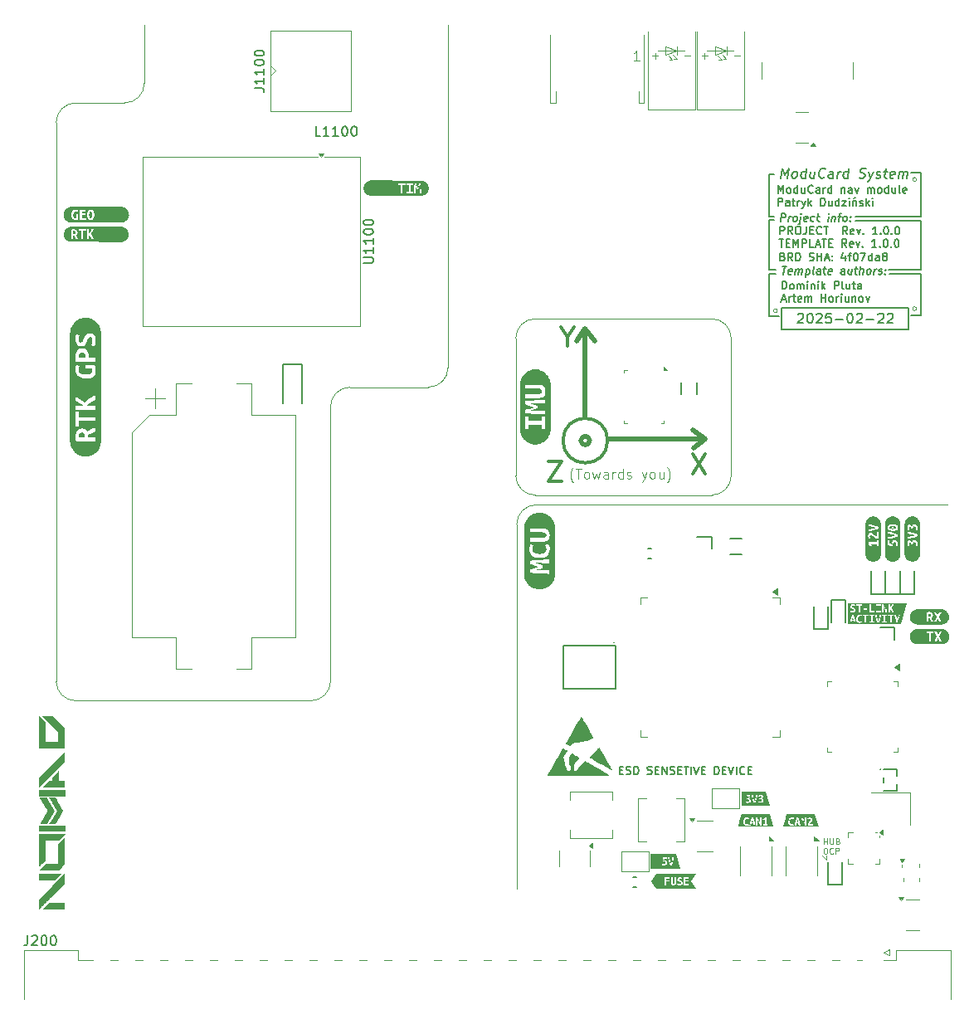
<source format=gbr>
%TF.GenerationSoftware,KiCad,Pcbnew,8.0.9-8.0.9-0~ubuntu24.04.1*%
%TF.CreationDate,2025-02-22T21:10:34+00:00*%
%TF.ProjectId,nav-module,6e61762d-6d6f-4647-956c-652e6b696361,1.0.0*%
%TF.SameCoordinates,Original*%
%TF.FileFunction,Legend,Top*%
%TF.FilePolarity,Positive*%
%FSLAX46Y46*%
G04 Gerber Fmt 4.6, Leading zero omitted, Abs format (unit mm)*
G04 Created by KiCad (PCBNEW 8.0.9-8.0.9-0~ubuntu24.04.1) date 2025-02-22 21:10:34*
%MOMM*%
%LPD*%
G01*
G04 APERTURE LIST*
%ADD10C,0.100000*%
%ADD11C,0.500000*%
%ADD12C,0.150000*%
%ADD13C,0.300000*%
%ADD14C,0.160000*%
%ADD15C,0.200000*%
%ADD16C,0.000000*%
%ADD17C,0.120000*%
%ADD18C,0.010000*%
G04 APERTURE END LIST*
D10*
X133170000Y-67085001D02*
G75*
G02*
X132770000Y-67085001I-200000J0D01*
G01*
X132770000Y-67085001D02*
G75*
G02*
X133170000Y-67085001I200000J0D01*
G01*
X94270000Y-99305001D02*
X112270000Y-99305001D01*
D11*
X110360000Y-92685001D02*
X111640000Y-93595001D01*
D12*
X133595000Y-76285001D02*
X130345000Y-76285001D01*
D10*
X114270000Y-97305001D02*
G75*
G02*
X112270000Y-99305000I-2000000J1D01*
G01*
X73370000Y-90285001D02*
G75*
G02*
X75370000Y-88285000I2000000J1D01*
G01*
D12*
X130370000Y-76685001D02*
X133620000Y-76685001D01*
X118620000Y-66605001D02*
X118120000Y-66605001D01*
D11*
X99370000Y-91335001D02*
X99370000Y-82335001D01*
D10*
X47370000Y-120285001D02*
G75*
G02*
X45369999Y-118285001I0J2000001D01*
G01*
X92370000Y-102285001D02*
X92370000Y-139485001D01*
X73370000Y-118285001D02*
X73370000Y-90285001D01*
X85370000Y-86285001D02*
G75*
G02*
X83370000Y-88285000I-2000000J1D01*
G01*
D11*
X110380001Y-94535001D02*
X111640000Y-93595001D01*
D10*
X112270000Y-81305001D02*
X94270000Y-81305001D01*
X123570000Y-136085001D02*
X123970000Y-136485001D01*
X54370000Y-57285001D02*
X54370000Y-51285001D01*
X92270000Y-83305001D02*
X92270000Y-97305001D01*
D12*
X118620000Y-71205001D02*
X118120000Y-71205001D01*
X118770000Y-76685001D02*
X118120000Y-76685001D01*
D10*
X123970000Y-136485001D02*
X123970000Y-136085001D01*
X114270000Y-97305001D02*
X114270000Y-83305001D01*
X133170000Y-80285001D02*
G75*
G02*
X132770000Y-80285001I-200000J0D01*
G01*
X132770000Y-80285001D02*
G75*
G02*
X133170000Y-80285001I200000J0D01*
G01*
X85370000Y-86285001D02*
X85370000Y-51285001D01*
X45370000Y-61285001D02*
G75*
G02*
X47370000Y-59285000I2000000J1D01*
G01*
X94270000Y-99305001D02*
G75*
G02*
X92269999Y-97305001I0J2000001D01*
G01*
D12*
X133620000Y-71285001D02*
X133620000Y-76285001D01*
D11*
X101780000Y-93615001D02*
X111640000Y-93595001D01*
D12*
X133620000Y-76685001D02*
X133620000Y-80965001D01*
X118120000Y-81085001D02*
X119170000Y-81085001D01*
X126970000Y-71285001D02*
X133595000Y-71285001D01*
D10*
X92370000Y-102285001D02*
G75*
G02*
X94370000Y-100285000I2000000J1D01*
G01*
X47370000Y-59285001D02*
X52370000Y-59285001D01*
X136370000Y-100285001D02*
X94370000Y-100285001D01*
D12*
X132570000Y-66405001D02*
X133620000Y-66405001D01*
D10*
X112270000Y-81305001D02*
G75*
G02*
X114269999Y-83305001I0J-1999999D01*
G01*
D12*
X118120000Y-76285001D02*
X118770000Y-76285001D01*
D10*
X47370000Y-120285001D02*
X71370000Y-120285001D01*
D12*
X118120000Y-66605001D02*
X118120000Y-70885001D01*
D10*
X54370000Y-57285001D02*
G75*
G02*
X52370000Y-59285000I-2000000J1D01*
G01*
D11*
X98460000Y-83615001D02*
X99370000Y-82335001D01*
X100310000Y-83595001D02*
X99370000Y-82335001D01*
D12*
X118120000Y-70885001D02*
X118620000Y-70885001D01*
X118120000Y-71205001D02*
X118120000Y-76285001D01*
X118120000Y-76685001D02*
X118120000Y-81085001D01*
D10*
X75370000Y-88285001D02*
X83370000Y-88285001D01*
D12*
X133620000Y-66405001D02*
X133620000Y-70885001D01*
D13*
X101647938Y-93735001D02*
G75*
G02*
X97092062Y-93735001I-2277938J0D01*
G01*
X97092062Y-93735001D02*
G75*
G02*
X101647938Y-93735001I2277938J0D01*
G01*
D12*
X119370000Y-80185001D02*
X132370000Y-80185001D01*
X132370000Y-82385001D01*
X119370000Y-82385001D01*
X119370000Y-80185001D01*
X133620000Y-80965001D02*
X132570000Y-80965001D01*
D11*
X99811022Y-93735001D02*
G75*
G02*
X98928978Y-93735001I-441022J0D01*
G01*
X98928978Y-93735001D02*
G75*
G02*
X99811022Y-93735001I441022J0D01*
G01*
D10*
X92270000Y-83305001D02*
G75*
G02*
X94270000Y-81305000I2000000J1D01*
G01*
X45370000Y-61285001D02*
X45370000Y-118285001D01*
X73370000Y-118285001D02*
G75*
G02*
X71370000Y-120285000I-2000000J1D01*
G01*
X118970000Y-80485001D02*
G75*
G02*
X118570000Y-80485001I-200000J0D01*
G01*
X118570000Y-80485001D02*
G75*
G02*
X118970000Y-80485001I200000J0D01*
G01*
D12*
X133620000Y-70885001D02*
X126970000Y-70885001D01*
D13*
X110303082Y-95104639D02*
X111636415Y-97104639D01*
X111636415Y-95104639D02*
X110303082Y-97104639D01*
D14*
X102865739Y-127359728D02*
X103132405Y-127359728D01*
X103246691Y-127778776D02*
X102865739Y-127778776D01*
X102865739Y-127778776D02*
X102865739Y-126978776D01*
X102865739Y-126978776D02*
X103246691Y-126978776D01*
X103551453Y-127740681D02*
X103665739Y-127778776D01*
X103665739Y-127778776D02*
X103856215Y-127778776D01*
X103856215Y-127778776D02*
X103932406Y-127740681D01*
X103932406Y-127740681D02*
X103970501Y-127702585D01*
X103970501Y-127702585D02*
X104008596Y-127626395D01*
X104008596Y-127626395D02*
X104008596Y-127550204D01*
X104008596Y-127550204D02*
X103970501Y-127474014D01*
X103970501Y-127474014D02*
X103932406Y-127435919D01*
X103932406Y-127435919D02*
X103856215Y-127397823D01*
X103856215Y-127397823D02*
X103703834Y-127359728D01*
X103703834Y-127359728D02*
X103627644Y-127321633D01*
X103627644Y-127321633D02*
X103589549Y-127283538D01*
X103589549Y-127283538D02*
X103551453Y-127207347D01*
X103551453Y-127207347D02*
X103551453Y-127131157D01*
X103551453Y-127131157D02*
X103589549Y-127054966D01*
X103589549Y-127054966D02*
X103627644Y-127016871D01*
X103627644Y-127016871D02*
X103703834Y-126978776D01*
X103703834Y-126978776D02*
X103894311Y-126978776D01*
X103894311Y-126978776D02*
X104008596Y-127016871D01*
X104351454Y-127778776D02*
X104351454Y-126978776D01*
X104351454Y-126978776D02*
X104541930Y-126978776D01*
X104541930Y-126978776D02*
X104656216Y-127016871D01*
X104656216Y-127016871D02*
X104732406Y-127093061D01*
X104732406Y-127093061D02*
X104770501Y-127169252D01*
X104770501Y-127169252D02*
X104808597Y-127321633D01*
X104808597Y-127321633D02*
X104808597Y-127435919D01*
X104808597Y-127435919D02*
X104770501Y-127588300D01*
X104770501Y-127588300D02*
X104732406Y-127664490D01*
X104732406Y-127664490D02*
X104656216Y-127740681D01*
X104656216Y-127740681D02*
X104541930Y-127778776D01*
X104541930Y-127778776D02*
X104351454Y-127778776D01*
X105722882Y-127740681D02*
X105837168Y-127778776D01*
X105837168Y-127778776D02*
X106027644Y-127778776D01*
X106027644Y-127778776D02*
X106103835Y-127740681D01*
X106103835Y-127740681D02*
X106141930Y-127702585D01*
X106141930Y-127702585D02*
X106180025Y-127626395D01*
X106180025Y-127626395D02*
X106180025Y-127550204D01*
X106180025Y-127550204D02*
X106141930Y-127474014D01*
X106141930Y-127474014D02*
X106103835Y-127435919D01*
X106103835Y-127435919D02*
X106027644Y-127397823D01*
X106027644Y-127397823D02*
X105875263Y-127359728D01*
X105875263Y-127359728D02*
X105799073Y-127321633D01*
X105799073Y-127321633D02*
X105760978Y-127283538D01*
X105760978Y-127283538D02*
X105722882Y-127207347D01*
X105722882Y-127207347D02*
X105722882Y-127131157D01*
X105722882Y-127131157D02*
X105760978Y-127054966D01*
X105760978Y-127054966D02*
X105799073Y-127016871D01*
X105799073Y-127016871D02*
X105875263Y-126978776D01*
X105875263Y-126978776D02*
X106065740Y-126978776D01*
X106065740Y-126978776D02*
X106180025Y-127016871D01*
X106522883Y-127359728D02*
X106789549Y-127359728D01*
X106903835Y-127778776D02*
X106522883Y-127778776D01*
X106522883Y-127778776D02*
X106522883Y-126978776D01*
X106522883Y-126978776D02*
X106903835Y-126978776D01*
X107246693Y-127778776D02*
X107246693Y-126978776D01*
X107246693Y-126978776D02*
X107703836Y-127778776D01*
X107703836Y-127778776D02*
X107703836Y-126978776D01*
X108046692Y-127740681D02*
X108160978Y-127778776D01*
X108160978Y-127778776D02*
X108351454Y-127778776D01*
X108351454Y-127778776D02*
X108427645Y-127740681D01*
X108427645Y-127740681D02*
X108465740Y-127702585D01*
X108465740Y-127702585D02*
X108503835Y-127626395D01*
X108503835Y-127626395D02*
X108503835Y-127550204D01*
X108503835Y-127550204D02*
X108465740Y-127474014D01*
X108465740Y-127474014D02*
X108427645Y-127435919D01*
X108427645Y-127435919D02*
X108351454Y-127397823D01*
X108351454Y-127397823D02*
X108199073Y-127359728D01*
X108199073Y-127359728D02*
X108122883Y-127321633D01*
X108122883Y-127321633D02*
X108084788Y-127283538D01*
X108084788Y-127283538D02*
X108046692Y-127207347D01*
X108046692Y-127207347D02*
X108046692Y-127131157D01*
X108046692Y-127131157D02*
X108084788Y-127054966D01*
X108084788Y-127054966D02*
X108122883Y-127016871D01*
X108122883Y-127016871D02*
X108199073Y-126978776D01*
X108199073Y-126978776D02*
X108389550Y-126978776D01*
X108389550Y-126978776D02*
X108503835Y-127016871D01*
X108846693Y-127359728D02*
X109113359Y-127359728D01*
X109227645Y-127778776D02*
X108846693Y-127778776D01*
X108846693Y-127778776D02*
X108846693Y-126978776D01*
X108846693Y-126978776D02*
X109227645Y-126978776D01*
X109456217Y-126978776D02*
X109913360Y-126978776D01*
X109684788Y-127778776D02*
X109684788Y-126978776D01*
X110180027Y-127778776D02*
X110180027Y-126978776D01*
X110446693Y-126978776D02*
X110713360Y-127778776D01*
X110713360Y-127778776D02*
X110980026Y-126978776D01*
X111246693Y-127359728D02*
X111513359Y-127359728D01*
X111627645Y-127778776D02*
X111246693Y-127778776D01*
X111246693Y-127778776D02*
X111246693Y-126978776D01*
X111246693Y-126978776D02*
X111627645Y-126978776D01*
X112580027Y-127778776D02*
X112580027Y-126978776D01*
X112580027Y-126978776D02*
X112770503Y-126978776D01*
X112770503Y-126978776D02*
X112884789Y-127016871D01*
X112884789Y-127016871D02*
X112960979Y-127093061D01*
X112960979Y-127093061D02*
X112999074Y-127169252D01*
X112999074Y-127169252D02*
X113037170Y-127321633D01*
X113037170Y-127321633D02*
X113037170Y-127435919D01*
X113037170Y-127435919D02*
X112999074Y-127588300D01*
X112999074Y-127588300D02*
X112960979Y-127664490D01*
X112960979Y-127664490D02*
X112884789Y-127740681D01*
X112884789Y-127740681D02*
X112770503Y-127778776D01*
X112770503Y-127778776D02*
X112580027Y-127778776D01*
X113380027Y-127359728D02*
X113646693Y-127359728D01*
X113760979Y-127778776D02*
X113380027Y-127778776D01*
X113380027Y-127778776D02*
X113380027Y-126978776D01*
X113380027Y-126978776D02*
X113760979Y-126978776D01*
X113989551Y-126978776D02*
X114256218Y-127778776D01*
X114256218Y-127778776D02*
X114522884Y-126978776D01*
X114789551Y-127778776D02*
X114789551Y-126978776D01*
X115627646Y-127702585D02*
X115589550Y-127740681D01*
X115589550Y-127740681D02*
X115475265Y-127778776D01*
X115475265Y-127778776D02*
X115399074Y-127778776D01*
X115399074Y-127778776D02*
X115284788Y-127740681D01*
X115284788Y-127740681D02*
X115208598Y-127664490D01*
X115208598Y-127664490D02*
X115170503Y-127588300D01*
X115170503Y-127588300D02*
X115132407Y-127435919D01*
X115132407Y-127435919D02*
X115132407Y-127321633D01*
X115132407Y-127321633D02*
X115170503Y-127169252D01*
X115170503Y-127169252D02*
X115208598Y-127093061D01*
X115208598Y-127093061D02*
X115284788Y-127016871D01*
X115284788Y-127016871D02*
X115399074Y-126978776D01*
X115399074Y-126978776D02*
X115475265Y-126978776D01*
X115475265Y-126978776D02*
X115589550Y-127016871D01*
X115589550Y-127016871D02*
X115627646Y-127054966D01*
X115970503Y-127359728D02*
X116237169Y-127359728D01*
X116351455Y-127778776D02*
X115970503Y-127778776D01*
X115970503Y-127778776D02*
X115970503Y-126978776D01*
X115970503Y-126978776D02*
X116351455Y-126978776D01*
D15*
X119473006Y-75976696D02*
X119930149Y-75976696D01*
X119601578Y-76776696D02*
X119701578Y-75976696D01*
X120406340Y-76738601D02*
X120325387Y-76776696D01*
X120325387Y-76776696D02*
X120173006Y-76776696D01*
X120173006Y-76776696D02*
X120101578Y-76738601D01*
X120101578Y-76738601D02*
X120073006Y-76662410D01*
X120073006Y-76662410D02*
X120111102Y-76357648D01*
X120111102Y-76357648D02*
X120158721Y-76281458D01*
X120158721Y-76281458D02*
X120239673Y-76243362D01*
X120239673Y-76243362D02*
X120392054Y-76243362D01*
X120392054Y-76243362D02*
X120463482Y-76281458D01*
X120463482Y-76281458D02*
X120492054Y-76357648D01*
X120492054Y-76357648D02*
X120482530Y-76433839D01*
X120482530Y-76433839D02*
X120092054Y-76510029D01*
X120782530Y-76776696D02*
X120849196Y-76243362D01*
X120839673Y-76319553D02*
X120882530Y-76281458D01*
X120882530Y-76281458D02*
X120963482Y-76243362D01*
X120963482Y-76243362D02*
X121077768Y-76243362D01*
X121077768Y-76243362D02*
X121149196Y-76281458D01*
X121149196Y-76281458D02*
X121177768Y-76357648D01*
X121177768Y-76357648D02*
X121125387Y-76776696D01*
X121177768Y-76357648D02*
X121225387Y-76281458D01*
X121225387Y-76281458D02*
X121306339Y-76243362D01*
X121306339Y-76243362D02*
X121420625Y-76243362D01*
X121420625Y-76243362D02*
X121492054Y-76281458D01*
X121492054Y-76281458D02*
X121520625Y-76357648D01*
X121520625Y-76357648D02*
X121468244Y-76776696D01*
X121915863Y-76243362D02*
X121815863Y-77043362D01*
X121911102Y-76281458D02*
X121992054Y-76243362D01*
X121992054Y-76243362D02*
X122144435Y-76243362D01*
X122144435Y-76243362D02*
X122215863Y-76281458D01*
X122215863Y-76281458D02*
X122249197Y-76319553D01*
X122249197Y-76319553D02*
X122277768Y-76395743D01*
X122277768Y-76395743D02*
X122249197Y-76624315D01*
X122249197Y-76624315D02*
X122201578Y-76700505D01*
X122201578Y-76700505D02*
X122158721Y-76738601D01*
X122158721Y-76738601D02*
X122077768Y-76776696D01*
X122077768Y-76776696D02*
X121925387Y-76776696D01*
X121925387Y-76776696D02*
X121853959Y-76738601D01*
X122687293Y-76776696D02*
X122615864Y-76738601D01*
X122615864Y-76738601D02*
X122587293Y-76662410D01*
X122587293Y-76662410D02*
X122673007Y-75976696D01*
X123334912Y-76776696D02*
X123387293Y-76357648D01*
X123387293Y-76357648D02*
X123358721Y-76281458D01*
X123358721Y-76281458D02*
X123287293Y-76243362D01*
X123287293Y-76243362D02*
X123134912Y-76243362D01*
X123134912Y-76243362D02*
X123053960Y-76281458D01*
X123339674Y-76738601D02*
X123258721Y-76776696D01*
X123258721Y-76776696D02*
X123068245Y-76776696D01*
X123068245Y-76776696D02*
X122996817Y-76738601D01*
X122996817Y-76738601D02*
X122968245Y-76662410D01*
X122968245Y-76662410D02*
X122977769Y-76586220D01*
X122977769Y-76586220D02*
X123025388Y-76510029D01*
X123025388Y-76510029D02*
X123106341Y-76471934D01*
X123106341Y-76471934D02*
X123296817Y-76471934D01*
X123296817Y-76471934D02*
X123377769Y-76433839D01*
X123668246Y-76243362D02*
X123973008Y-76243362D01*
X123815865Y-75976696D02*
X123730151Y-76662410D01*
X123730151Y-76662410D02*
X123758722Y-76738601D01*
X123758722Y-76738601D02*
X123830151Y-76776696D01*
X123830151Y-76776696D02*
X123906341Y-76776696D01*
X124482532Y-76738601D02*
X124401579Y-76776696D01*
X124401579Y-76776696D02*
X124249198Y-76776696D01*
X124249198Y-76776696D02*
X124177770Y-76738601D01*
X124177770Y-76738601D02*
X124149198Y-76662410D01*
X124149198Y-76662410D02*
X124187294Y-76357648D01*
X124187294Y-76357648D02*
X124234913Y-76281458D01*
X124234913Y-76281458D02*
X124315865Y-76243362D01*
X124315865Y-76243362D02*
X124468246Y-76243362D01*
X124468246Y-76243362D02*
X124539674Y-76281458D01*
X124539674Y-76281458D02*
X124568246Y-76357648D01*
X124568246Y-76357648D02*
X124558722Y-76433839D01*
X124558722Y-76433839D02*
X124168246Y-76510029D01*
X125811103Y-76776696D02*
X125863484Y-76357648D01*
X125863484Y-76357648D02*
X125834912Y-76281458D01*
X125834912Y-76281458D02*
X125763484Y-76243362D01*
X125763484Y-76243362D02*
X125611103Y-76243362D01*
X125611103Y-76243362D02*
X125530151Y-76281458D01*
X125815865Y-76738601D02*
X125734912Y-76776696D01*
X125734912Y-76776696D02*
X125544436Y-76776696D01*
X125544436Y-76776696D02*
X125473008Y-76738601D01*
X125473008Y-76738601D02*
X125444436Y-76662410D01*
X125444436Y-76662410D02*
X125453960Y-76586220D01*
X125453960Y-76586220D02*
X125501579Y-76510029D01*
X125501579Y-76510029D02*
X125582532Y-76471934D01*
X125582532Y-76471934D02*
X125773008Y-76471934D01*
X125773008Y-76471934D02*
X125853960Y-76433839D01*
X126601580Y-76243362D02*
X126534913Y-76776696D01*
X126258722Y-76243362D02*
X126206342Y-76662410D01*
X126206342Y-76662410D02*
X126234913Y-76738601D01*
X126234913Y-76738601D02*
X126306342Y-76776696D01*
X126306342Y-76776696D02*
X126420627Y-76776696D01*
X126420627Y-76776696D02*
X126501580Y-76738601D01*
X126501580Y-76738601D02*
X126544437Y-76700505D01*
X126868247Y-76243362D02*
X127173009Y-76243362D01*
X127015866Y-75976696D02*
X126930152Y-76662410D01*
X126930152Y-76662410D02*
X126958723Y-76738601D01*
X126958723Y-76738601D02*
X127030152Y-76776696D01*
X127030152Y-76776696D02*
X127106342Y-76776696D01*
X127373009Y-76776696D02*
X127473009Y-75976696D01*
X127715866Y-76776696D02*
X127768247Y-76357648D01*
X127768247Y-76357648D02*
X127739675Y-76281458D01*
X127739675Y-76281458D02*
X127668247Y-76243362D01*
X127668247Y-76243362D02*
X127553961Y-76243362D01*
X127553961Y-76243362D02*
X127473009Y-76281458D01*
X127473009Y-76281458D02*
X127430152Y-76319553D01*
X128211105Y-76776696D02*
X128139676Y-76738601D01*
X128139676Y-76738601D02*
X128106343Y-76700505D01*
X128106343Y-76700505D02*
X128077771Y-76624315D01*
X128077771Y-76624315D02*
X128106343Y-76395743D01*
X128106343Y-76395743D02*
X128153962Y-76319553D01*
X128153962Y-76319553D02*
X128196819Y-76281458D01*
X128196819Y-76281458D02*
X128277771Y-76243362D01*
X128277771Y-76243362D02*
X128392057Y-76243362D01*
X128392057Y-76243362D02*
X128463485Y-76281458D01*
X128463485Y-76281458D02*
X128496819Y-76319553D01*
X128496819Y-76319553D02*
X128525390Y-76395743D01*
X128525390Y-76395743D02*
X128496819Y-76624315D01*
X128496819Y-76624315D02*
X128449200Y-76700505D01*
X128449200Y-76700505D02*
X128406343Y-76738601D01*
X128406343Y-76738601D02*
X128325390Y-76776696D01*
X128325390Y-76776696D02*
X128211105Y-76776696D01*
X128820629Y-76776696D02*
X128887295Y-76243362D01*
X128868248Y-76395743D02*
X128915867Y-76319553D01*
X128915867Y-76319553D02*
X128958724Y-76281458D01*
X128958724Y-76281458D02*
X129039676Y-76243362D01*
X129039676Y-76243362D02*
X129115867Y-76243362D01*
X129282533Y-76738601D02*
X129353962Y-76776696D01*
X129353962Y-76776696D02*
X129506343Y-76776696D01*
X129506343Y-76776696D02*
X129587295Y-76738601D01*
X129587295Y-76738601D02*
X129634914Y-76662410D01*
X129634914Y-76662410D02*
X129639676Y-76624315D01*
X129639676Y-76624315D02*
X129611105Y-76548124D01*
X129611105Y-76548124D02*
X129539676Y-76510029D01*
X129539676Y-76510029D02*
X129425391Y-76510029D01*
X129425391Y-76510029D02*
X129353962Y-76471934D01*
X129353962Y-76471934D02*
X129325391Y-76395743D01*
X129325391Y-76395743D02*
X129330153Y-76357648D01*
X129330153Y-76357648D02*
X129377772Y-76281458D01*
X129377772Y-76281458D02*
X129458724Y-76243362D01*
X129458724Y-76243362D02*
X129573010Y-76243362D01*
X129573010Y-76243362D02*
X129644438Y-76281458D01*
X129973010Y-76700505D02*
X130006343Y-76738601D01*
X130006343Y-76738601D02*
X129963486Y-76776696D01*
X129963486Y-76776696D02*
X129930152Y-76738601D01*
X129930152Y-76738601D02*
X129973010Y-76700505D01*
X129973010Y-76700505D02*
X129963486Y-76776696D01*
X130025391Y-76281458D02*
X130058724Y-76319553D01*
X130058724Y-76319553D02*
X130015867Y-76357648D01*
X130015867Y-76357648D02*
X129982533Y-76319553D01*
X129982533Y-76319553D02*
X130025391Y-76281458D01*
X130025391Y-76281458D02*
X130015867Y-76357648D01*
D12*
X119259160Y-72691341D02*
X119259160Y-71891341D01*
X119259160Y-71891341D02*
X119563922Y-71891341D01*
X119563922Y-71891341D02*
X119640112Y-71929436D01*
X119640112Y-71929436D02*
X119678207Y-71967531D01*
X119678207Y-71967531D02*
X119716303Y-72043722D01*
X119716303Y-72043722D02*
X119716303Y-72158007D01*
X119716303Y-72158007D02*
X119678207Y-72234198D01*
X119678207Y-72234198D02*
X119640112Y-72272293D01*
X119640112Y-72272293D02*
X119563922Y-72310388D01*
X119563922Y-72310388D02*
X119259160Y-72310388D01*
X120516303Y-72691341D02*
X120249636Y-72310388D01*
X120059160Y-72691341D02*
X120059160Y-71891341D01*
X120059160Y-71891341D02*
X120363922Y-71891341D01*
X120363922Y-71891341D02*
X120440112Y-71929436D01*
X120440112Y-71929436D02*
X120478207Y-71967531D01*
X120478207Y-71967531D02*
X120516303Y-72043722D01*
X120516303Y-72043722D02*
X120516303Y-72158007D01*
X120516303Y-72158007D02*
X120478207Y-72234198D01*
X120478207Y-72234198D02*
X120440112Y-72272293D01*
X120440112Y-72272293D02*
X120363922Y-72310388D01*
X120363922Y-72310388D02*
X120059160Y-72310388D01*
X121011541Y-71891341D02*
X121163922Y-71891341D01*
X121163922Y-71891341D02*
X121240112Y-71929436D01*
X121240112Y-71929436D02*
X121316303Y-72005626D01*
X121316303Y-72005626D02*
X121354398Y-72158007D01*
X121354398Y-72158007D02*
X121354398Y-72424674D01*
X121354398Y-72424674D02*
X121316303Y-72577055D01*
X121316303Y-72577055D02*
X121240112Y-72653246D01*
X121240112Y-72653246D02*
X121163922Y-72691341D01*
X121163922Y-72691341D02*
X121011541Y-72691341D01*
X121011541Y-72691341D02*
X120935350Y-72653246D01*
X120935350Y-72653246D02*
X120859160Y-72577055D01*
X120859160Y-72577055D02*
X120821064Y-72424674D01*
X120821064Y-72424674D02*
X120821064Y-72158007D01*
X120821064Y-72158007D02*
X120859160Y-72005626D01*
X120859160Y-72005626D02*
X120935350Y-71929436D01*
X120935350Y-71929436D02*
X121011541Y-71891341D01*
X121925826Y-71891341D02*
X121925826Y-72462769D01*
X121925826Y-72462769D02*
X121887731Y-72577055D01*
X121887731Y-72577055D02*
X121811540Y-72653246D01*
X121811540Y-72653246D02*
X121697255Y-72691341D01*
X121697255Y-72691341D02*
X121621064Y-72691341D01*
X122306779Y-72272293D02*
X122573445Y-72272293D01*
X122687731Y-72691341D02*
X122306779Y-72691341D01*
X122306779Y-72691341D02*
X122306779Y-71891341D01*
X122306779Y-71891341D02*
X122687731Y-71891341D01*
X123487732Y-72615150D02*
X123449636Y-72653246D01*
X123449636Y-72653246D02*
X123335351Y-72691341D01*
X123335351Y-72691341D02*
X123259160Y-72691341D01*
X123259160Y-72691341D02*
X123144874Y-72653246D01*
X123144874Y-72653246D02*
X123068684Y-72577055D01*
X123068684Y-72577055D02*
X123030589Y-72500865D01*
X123030589Y-72500865D02*
X122992493Y-72348484D01*
X122992493Y-72348484D02*
X122992493Y-72234198D01*
X122992493Y-72234198D02*
X123030589Y-72081817D01*
X123030589Y-72081817D02*
X123068684Y-72005626D01*
X123068684Y-72005626D02*
X123144874Y-71929436D01*
X123144874Y-71929436D02*
X123259160Y-71891341D01*
X123259160Y-71891341D02*
X123335351Y-71891341D01*
X123335351Y-71891341D02*
X123449636Y-71929436D01*
X123449636Y-71929436D02*
X123487732Y-71967531D01*
X123716303Y-71891341D02*
X124173446Y-71891341D01*
X123944874Y-72691341D02*
X123944874Y-71891341D01*
X126116304Y-72691341D02*
X125849637Y-72310388D01*
X125659161Y-72691341D02*
X125659161Y-71891341D01*
X125659161Y-71891341D02*
X125963923Y-71891341D01*
X125963923Y-71891341D02*
X126040113Y-71929436D01*
X126040113Y-71929436D02*
X126078208Y-71967531D01*
X126078208Y-71967531D02*
X126116304Y-72043722D01*
X126116304Y-72043722D02*
X126116304Y-72158007D01*
X126116304Y-72158007D02*
X126078208Y-72234198D01*
X126078208Y-72234198D02*
X126040113Y-72272293D01*
X126040113Y-72272293D02*
X125963923Y-72310388D01*
X125963923Y-72310388D02*
X125659161Y-72310388D01*
X126763923Y-72653246D02*
X126687732Y-72691341D01*
X126687732Y-72691341D02*
X126535351Y-72691341D01*
X126535351Y-72691341D02*
X126459161Y-72653246D01*
X126459161Y-72653246D02*
X126421065Y-72577055D01*
X126421065Y-72577055D02*
X126421065Y-72272293D01*
X126421065Y-72272293D02*
X126459161Y-72196103D01*
X126459161Y-72196103D02*
X126535351Y-72158007D01*
X126535351Y-72158007D02*
X126687732Y-72158007D01*
X126687732Y-72158007D02*
X126763923Y-72196103D01*
X126763923Y-72196103D02*
X126802018Y-72272293D01*
X126802018Y-72272293D02*
X126802018Y-72348484D01*
X126802018Y-72348484D02*
X126421065Y-72424674D01*
X127068684Y-72158007D02*
X127259160Y-72691341D01*
X127259160Y-72691341D02*
X127449637Y-72158007D01*
X127754399Y-72615150D02*
X127792494Y-72653246D01*
X127792494Y-72653246D02*
X127754399Y-72691341D01*
X127754399Y-72691341D02*
X127716303Y-72653246D01*
X127716303Y-72653246D02*
X127754399Y-72615150D01*
X127754399Y-72615150D02*
X127754399Y-72691341D01*
X129163922Y-72691341D02*
X128706779Y-72691341D01*
X128935351Y-72691341D02*
X128935351Y-71891341D01*
X128935351Y-71891341D02*
X128859160Y-72005626D01*
X128859160Y-72005626D02*
X128782970Y-72081817D01*
X128782970Y-72081817D02*
X128706779Y-72119912D01*
X129506780Y-72615150D02*
X129544875Y-72653246D01*
X129544875Y-72653246D02*
X129506780Y-72691341D01*
X129506780Y-72691341D02*
X129468684Y-72653246D01*
X129468684Y-72653246D02*
X129506780Y-72615150D01*
X129506780Y-72615150D02*
X129506780Y-72691341D01*
X130040113Y-71891341D02*
X130116303Y-71891341D01*
X130116303Y-71891341D02*
X130192494Y-71929436D01*
X130192494Y-71929436D02*
X130230589Y-71967531D01*
X130230589Y-71967531D02*
X130268684Y-72043722D01*
X130268684Y-72043722D02*
X130306779Y-72196103D01*
X130306779Y-72196103D02*
X130306779Y-72386579D01*
X130306779Y-72386579D02*
X130268684Y-72538960D01*
X130268684Y-72538960D02*
X130230589Y-72615150D01*
X130230589Y-72615150D02*
X130192494Y-72653246D01*
X130192494Y-72653246D02*
X130116303Y-72691341D01*
X130116303Y-72691341D02*
X130040113Y-72691341D01*
X130040113Y-72691341D02*
X129963922Y-72653246D01*
X129963922Y-72653246D02*
X129925827Y-72615150D01*
X129925827Y-72615150D02*
X129887732Y-72538960D01*
X129887732Y-72538960D02*
X129849636Y-72386579D01*
X129849636Y-72386579D02*
X129849636Y-72196103D01*
X129849636Y-72196103D02*
X129887732Y-72043722D01*
X129887732Y-72043722D02*
X129925827Y-71967531D01*
X129925827Y-71967531D02*
X129963922Y-71929436D01*
X129963922Y-71929436D02*
X130040113Y-71891341D01*
X130649637Y-72615150D02*
X130687732Y-72653246D01*
X130687732Y-72653246D02*
X130649637Y-72691341D01*
X130649637Y-72691341D02*
X130611541Y-72653246D01*
X130611541Y-72653246D02*
X130649637Y-72615150D01*
X130649637Y-72615150D02*
X130649637Y-72691341D01*
X131182970Y-71891341D02*
X131259160Y-71891341D01*
X131259160Y-71891341D02*
X131335351Y-71929436D01*
X131335351Y-71929436D02*
X131373446Y-71967531D01*
X131373446Y-71967531D02*
X131411541Y-72043722D01*
X131411541Y-72043722D02*
X131449636Y-72196103D01*
X131449636Y-72196103D02*
X131449636Y-72386579D01*
X131449636Y-72386579D02*
X131411541Y-72538960D01*
X131411541Y-72538960D02*
X131373446Y-72615150D01*
X131373446Y-72615150D02*
X131335351Y-72653246D01*
X131335351Y-72653246D02*
X131259160Y-72691341D01*
X131259160Y-72691341D02*
X131182970Y-72691341D01*
X131182970Y-72691341D02*
X131106779Y-72653246D01*
X131106779Y-72653246D02*
X131068684Y-72615150D01*
X131068684Y-72615150D02*
X131030589Y-72538960D01*
X131030589Y-72538960D02*
X130992493Y-72386579D01*
X130992493Y-72386579D02*
X130992493Y-72196103D01*
X130992493Y-72196103D02*
X131030589Y-72043722D01*
X131030589Y-72043722D02*
X131068684Y-71967531D01*
X131068684Y-71967531D02*
X131106779Y-71929436D01*
X131106779Y-71929436D02*
X131182970Y-71891341D01*
X119144874Y-73179296D02*
X119602017Y-73179296D01*
X119373445Y-73979296D02*
X119373445Y-73179296D01*
X119868684Y-73560248D02*
X120135350Y-73560248D01*
X120249636Y-73979296D02*
X119868684Y-73979296D01*
X119868684Y-73979296D02*
X119868684Y-73179296D01*
X119868684Y-73179296D02*
X120249636Y-73179296D01*
X120592494Y-73979296D02*
X120592494Y-73179296D01*
X120592494Y-73179296D02*
X120859160Y-73750724D01*
X120859160Y-73750724D02*
X121125827Y-73179296D01*
X121125827Y-73179296D02*
X121125827Y-73979296D01*
X121506780Y-73979296D02*
X121506780Y-73179296D01*
X121506780Y-73179296D02*
X121811542Y-73179296D01*
X121811542Y-73179296D02*
X121887732Y-73217391D01*
X121887732Y-73217391D02*
X121925827Y-73255486D01*
X121925827Y-73255486D02*
X121963923Y-73331677D01*
X121963923Y-73331677D02*
X121963923Y-73445962D01*
X121963923Y-73445962D02*
X121925827Y-73522153D01*
X121925827Y-73522153D02*
X121887732Y-73560248D01*
X121887732Y-73560248D02*
X121811542Y-73598343D01*
X121811542Y-73598343D02*
X121506780Y-73598343D01*
X122687732Y-73979296D02*
X122306780Y-73979296D01*
X122306780Y-73979296D02*
X122306780Y-73179296D01*
X122916303Y-73750724D02*
X123297256Y-73750724D01*
X122840113Y-73979296D02*
X123106780Y-73179296D01*
X123106780Y-73179296D02*
X123373446Y-73979296D01*
X123525827Y-73179296D02*
X123982970Y-73179296D01*
X123754398Y-73979296D02*
X123754398Y-73179296D01*
X124249637Y-73560248D02*
X124516303Y-73560248D01*
X124630589Y-73979296D02*
X124249637Y-73979296D01*
X124249637Y-73979296D02*
X124249637Y-73179296D01*
X124249637Y-73179296D02*
X124630589Y-73179296D01*
X126040114Y-73979296D02*
X125773447Y-73598343D01*
X125582971Y-73979296D02*
X125582971Y-73179296D01*
X125582971Y-73179296D02*
X125887733Y-73179296D01*
X125887733Y-73179296D02*
X125963923Y-73217391D01*
X125963923Y-73217391D02*
X126002018Y-73255486D01*
X126002018Y-73255486D02*
X126040114Y-73331677D01*
X126040114Y-73331677D02*
X126040114Y-73445962D01*
X126040114Y-73445962D02*
X126002018Y-73522153D01*
X126002018Y-73522153D02*
X125963923Y-73560248D01*
X125963923Y-73560248D02*
X125887733Y-73598343D01*
X125887733Y-73598343D02*
X125582971Y-73598343D01*
X126687733Y-73941201D02*
X126611542Y-73979296D01*
X126611542Y-73979296D02*
X126459161Y-73979296D01*
X126459161Y-73979296D02*
X126382971Y-73941201D01*
X126382971Y-73941201D02*
X126344875Y-73865010D01*
X126344875Y-73865010D02*
X126344875Y-73560248D01*
X126344875Y-73560248D02*
X126382971Y-73484058D01*
X126382971Y-73484058D02*
X126459161Y-73445962D01*
X126459161Y-73445962D02*
X126611542Y-73445962D01*
X126611542Y-73445962D02*
X126687733Y-73484058D01*
X126687733Y-73484058D02*
X126725828Y-73560248D01*
X126725828Y-73560248D02*
X126725828Y-73636439D01*
X126725828Y-73636439D02*
X126344875Y-73712629D01*
X126992494Y-73445962D02*
X127182970Y-73979296D01*
X127182970Y-73979296D02*
X127373447Y-73445962D01*
X127678209Y-73903105D02*
X127716304Y-73941201D01*
X127716304Y-73941201D02*
X127678209Y-73979296D01*
X127678209Y-73979296D02*
X127640113Y-73941201D01*
X127640113Y-73941201D02*
X127678209Y-73903105D01*
X127678209Y-73903105D02*
X127678209Y-73979296D01*
X129087732Y-73979296D02*
X128630589Y-73979296D01*
X128859161Y-73979296D02*
X128859161Y-73179296D01*
X128859161Y-73179296D02*
X128782970Y-73293581D01*
X128782970Y-73293581D02*
X128706780Y-73369772D01*
X128706780Y-73369772D02*
X128630589Y-73407867D01*
X129430590Y-73903105D02*
X129468685Y-73941201D01*
X129468685Y-73941201D02*
X129430590Y-73979296D01*
X129430590Y-73979296D02*
X129392494Y-73941201D01*
X129392494Y-73941201D02*
X129430590Y-73903105D01*
X129430590Y-73903105D02*
X129430590Y-73979296D01*
X129963923Y-73179296D02*
X130040113Y-73179296D01*
X130040113Y-73179296D02*
X130116304Y-73217391D01*
X130116304Y-73217391D02*
X130154399Y-73255486D01*
X130154399Y-73255486D02*
X130192494Y-73331677D01*
X130192494Y-73331677D02*
X130230589Y-73484058D01*
X130230589Y-73484058D02*
X130230589Y-73674534D01*
X130230589Y-73674534D02*
X130192494Y-73826915D01*
X130192494Y-73826915D02*
X130154399Y-73903105D01*
X130154399Y-73903105D02*
X130116304Y-73941201D01*
X130116304Y-73941201D02*
X130040113Y-73979296D01*
X130040113Y-73979296D02*
X129963923Y-73979296D01*
X129963923Y-73979296D02*
X129887732Y-73941201D01*
X129887732Y-73941201D02*
X129849637Y-73903105D01*
X129849637Y-73903105D02*
X129811542Y-73826915D01*
X129811542Y-73826915D02*
X129773446Y-73674534D01*
X129773446Y-73674534D02*
X129773446Y-73484058D01*
X129773446Y-73484058D02*
X129811542Y-73331677D01*
X129811542Y-73331677D02*
X129849637Y-73255486D01*
X129849637Y-73255486D02*
X129887732Y-73217391D01*
X129887732Y-73217391D02*
X129963923Y-73179296D01*
X130573447Y-73903105D02*
X130611542Y-73941201D01*
X130611542Y-73941201D02*
X130573447Y-73979296D01*
X130573447Y-73979296D02*
X130535351Y-73941201D01*
X130535351Y-73941201D02*
X130573447Y-73903105D01*
X130573447Y-73903105D02*
X130573447Y-73979296D01*
X131106780Y-73179296D02*
X131182970Y-73179296D01*
X131182970Y-73179296D02*
X131259161Y-73217391D01*
X131259161Y-73217391D02*
X131297256Y-73255486D01*
X131297256Y-73255486D02*
X131335351Y-73331677D01*
X131335351Y-73331677D02*
X131373446Y-73484058D01*
X131373446Y-73484058D02*
X131373446Y-73674534D01*
X131373446Y-73674534D02*
X131335351Y-73826915D01*
X131335351Y-73826915D02*
X131297256Y-73903105D01*
X131297256Y-73903105D02*
X131259161Y-73941201D01*
X131259161Y-73941201D02*
X131182970Y-73979296D01*
X131182970Y-73979296D02*
X131106780Y-73979296D01*
X131106780Y-73979296D02*
X131030589Y-73941201D01*
X131030589Y-73941201D02*
X130992494Y-73903105D01*
X130992494Y-73903105D02*
X130954399Y-73826915D01*
X130954399Y-73826915D02*
X130916303Y-73674534D01*
X130916303Y-73674534D02*
X130916303Y-73484058D01*
X130916303Y-73484058D02*
X130954399Y-73331677D01*
X130954399Y-73331677D02*
X130992494Y-73255486D01*
X130992494Y-73255486D02*
X131030589Y-73217391D01*
X131030589Y-73217391D02*
X131106780Y-73179296D01*
D15*
X119287292Y-71376696D02*
X119387292Y-70576696D01*
X119387292Y-70576696D02*
X119692054Y-70576696D01*
X119692054Y-70576696D02*
X119763482Y-70614791D01*
X119763482Y-70614791D02*
X119796816Y-70652886D01*
X119796816Y-70652886D02*
X119825387Y-70729077D01*
X119825387Y-70729077D02*
X119811101Y-70843362D01*
X119811101Y-70843362D02*
X119763482Y-70919553D01*
X119763482Y-70919553D02*
X119720625Y-70957648D01*
X119720625Y-70957648D02*
X119639673Y-70995743D01*
X119639673Y-70995743D02*
X119334911Y-70995743D01*
X120087292Y-71376696D02*
X120153958Y-70843362D01*
X120134911Y-70995743D02*
X120182530Y-70919553D01*
X120182530Y-70919553D02*
X120225387Y-70881458D01*
X120225387Y-70881458D02*
X120306339Y-70843362D01*
X120306339Y-70843362D02*
X120382530Y-70843362D01*
X120696816Y-71376696D02*
X120625387Y-71338601D01*
X120625387Y-71338601D02*
X120592054Y-71300505D01*
X120592054Y-71300505D02*
X120563482Y-71224315D01*
X120563482Y-71224315D02*
X120592054Y-70995743D01*
X120592054Y-70995743D02*
X120639673Y-70919553D01*
X120639673Y-70919553D02*
X120682530Y-70881458D01*
X120682530Y-70881458D02*
X120763482Y-70843362D01*
X120763482Y-70843362D02*
X120877768Y-70843362D01*
X120877768Y-70843362D02*
X120949196Y-70881458D01*
X120949196Y-70881458D02*
X120982530Y-70919553D01*
X120982530Y-70919553D02*
X121011101Y-70995743D01*
X121011101Y-70995743D02*
X120982530Y-71224315D01*
X120982530Y-71224315D02*
X120934911Y-71300505D01*
X120934911Y-71300505D02*
X120892054Y-71338601D01*
X120892054Y-71338601D02*
X120811101Y-71376696D01*
X120811101Y-71376696D02*
X120696816Y-71376696D01*
X121373006Y-70843362D02*
X121287292Y-71529077D01*
X121287292Y-71529077D02*
X121239673Y-71605267D01*
X121239673Y-71605267D02*
X121158721Y-71643362D01*
X121158721Y-71643362D02*
X121120626Y-71643362D01*
X121406340Y-70576696D02*
X121363483Y-70614791D01*
X121363483Y-70614791D02*
X121396816Y-70652886D01*
X121396816Y-70652886D02*
X121439673Y-70614791D01*
X121439673Y-70614791D02*
X121406340Y-70576696D01*
X121406340Y-70576696D02*
X121396816Y-70652886D01*
X121996816Y-71338601D02*
X121915863Y-71376696D01*
X121915863Y-71376696D02*
X121763482Y-71376696D01*
X121763482Y-71376696D02*
X121692054Y-71338601D01*
X121692054Y-71338601D02*
X121663482Y-71262410D01*
X121663482Y-71262410D02*
X121701578Y-70957648D01*
X121701578Y-70957648D02*
X121749197Y-70881458D01*
X121749197Y-70881458D02*
X121830149Y-70843362D01*
X121830149Y-70843362D02*
X121982530Y-70843362D01*
X121982530Y-70843362D02*
X122053958Y-70881458D01*
X122053958Y-70881458D02*
X122082530Y-70957648D01*
X122082530Y-70957648D02*
X122073006Y-71033839D01*
X122073006Y-71033839D02*
X121682530Y-71110029D01*
X122720625Y-71338601D02*
X122639672Y-71376696D01*
X122639672Y-71376696D02*
X122487292Y-71376696D01*
X122487292Y-71376696D02*
X122415863Y-71338601D01*
X122415863Y-71338601D02*
X122382530Y-71300505D01*
X122382530Y-71300505D02*
X122353958Y-71224315D01*
X122353958Y-71224315D02*
X122382530Y-70995743D01*
X122382530Y-70995743D02*
X122430149Y-70919553D01*
X122430149Y-70919553D02*
X122473006Y-70881458D01*
X122473006Y-70881458D02*
X122553958Y-70843362D01*
X122553958Y-70843362D02*
X122706339Y-70843362D01*
X122706339Y-70843362D02*
X122777768Y-70881458D01*
X123011101Y-70843362D02*
X123315863Y-70843362D01*
X123158720Y-70576696D02*
X123073006Y-71262410D01*
X123073006Y-71262410D02*
X123101577Y-71338601D01*
X123101577Y-71338601D02*
X123173006Y-71376696D01*
X123173006Y-71376696D02*
X123249196Y-71376696D01*
X124125387Y-71376696D02*
X124192053Y-70843362D01*
X124225387Y-70576696D02*
X124182530Y-70614791D01*
X124182530Y-70614791D02*
X124215863Y-70652886D01*
X124215863Y-70652886D02*
X124258720Y-70614791D01*
X124258720Y-70614791D02*
X124225387Y-70576696D01*
X124225387Y-70576696D02*
X124215863Y-70652886D01*
X124573005Y-70843362D02*
X124506339Y-71376696D01*
X124563482Y-70919553D02*
X124606339Y-70881458D01*
X124606339Y-70881458D02*
X124687291Y-70843362D01*
X124687291Y-70843362D02*
X124801577Y-70843362D01*
X124801577Y-70843362D02*
X124873005Y-70881458D01*
X124873005Y-70881458D02*
X124901577Y-70957648D01*
X124901577Y-70957648D02*
X124849196Y-71376696D01*
X125182530Y-70843362D02*
X125487292Y-70843362D01*
X125230149Y-71376696D02*
X125315863Y-70690981D01*
X125315863Y-70690981D02*
X125363482Y-70614791D01*
X125363482Y-70614791D02*
X125444435Y-70576696D01*
X125444435Y-70576696D02*
X125520625Y-70576696D01*
X125801578Y-71376696D02*
X125730149Y-71338601D01*
X125730149Y-71338601D02*
X125696816Y-71300505D01*
X125696816Y-71300505D02*
X125668244Y-71224315D01*
X125668244Y-71224315D02*
X125696816Y-70995743D01*
X125696816Y-70995743D02*
X125744435Y-70919553D01*
X125744435Y-70919553D02*
X125787292Y-70881458D01*
X125787292Y-70881458D02*
X125868244Y-70843362D01*
X125868244Y-70843362D02*
X125982530Y-70843362D01*
X125982530Y-70843362D02*
X126053958Y-70881458D01*
X126053958Y-70881458D02*
X126087292Y-70919553D01*
X126087292Y-70919553D02*
X126115863Y-70995743D01*
X126115863Y-70995743D02*
X126087292Y-71224315D01*
X126087292Y-71224315D02*
X126039673Y-71300505D01*
X126039673Y-71300505D02*
X125996816Y-71338601D01*
X125996816Y-71338601D02*
X125915863Y-71376696D01*
X125915863Y-71376696D02*
X125801578Y-71376696D01*
X126420626Y-71300505D02*
X126453959Y-71338601D01*
X126453959Y-71338601D02*
X126411102Y-71376696D01*
X126411102Y-71376696D02*
X126377768Y-71338601D01*
X126377768Y-71338601D02*
X126420626Y-71300505D01*
X126420626Y-71300505D02*
X126411102Y-71376696D01*
X126473007Y-70881458D02*
X126506340Y-70919553D01*
X126506340Y-70919553D02*
X126463483Y-70957648D01*
X126463483Y-70957648D02*
X126430149Y-70919553D01*
X126430149Y-70919553D02*
X126473007Y-70881458D01*
X126473007Y-70881458D02*
X126463483Y-70957648D01*
D13*
X95603082Y-95864639D02*
X96936415Y-95864639D01*
X96936415Y-95864639D02*
X95603082Y-97864639D01*
X95603082Y-97864639D02*
X96936415Y-97864639D01*
D12*
X119059160Y-68491341D02*
X119059160Y-67691341D01*
X119059160Y-67691341D02*
X119325826Y-68262769D01*
X119325826Y-68262769D02*
X119592493Y-67691341D01*
X119592493Y-67691341D02*
X119592493Y-68491341D01*
X120087731Y-68491341D02*
X120011541Y-68453246D01*
X120011541Y-68453246D02*
X119973446Y-68415150D01*
X119973446Y-68415150D02*
X119935350Y-68338960D01*
X119935350Y-68338960D02*
X119935350Y-68110388D01*
X119935350Y-68110388D02*
X119973446Y-68034198D01*
X119973446Y-68034198D02*
X120011541Y-67996103D01*
X120011541Y-67996103D02*
X120087731Y-67958007D01*
X120087731Y-67958007D02*
X120202017Y-67958007D01*
X120202017Y-67958007D02*
X120278208Y-67996103D01*
X120278208Y-67996103D02*
X120316303Y-68034198D01*
X120316303Y-68034198D02*
X120354398Y-68110388D01*
X120354398Y-68110388D02*
X120354398Y-68338960D01*
X120354398Y-68338960D02*
X120316303Y-68415150D01*
X120316303Y-68415150D02*
X120278208Y-68453246D01*
X120278208Y-68453246D02*
X120202017Y-68491341D01*
X120202017Y-68491341D02*
X120087731Y-68491341D01*
X121040113Y-68491341D02*
X121040113Y-67691341D01*
X121040113Y-68453246D02*
X120963922Y-68491341D01*
X120963922Y-68491341D02*
X120811541Y-68491341D01*
X120811541Y-68491341D02*
X120735351Y-68453246D01*
X120735351Y-68453246D02*
X120697256Y-68415150D01*
X120697256Y-68415150D02*
X120659160Y-68338960D01*
X120659160Y-68338960D02*
X120659160Y-68110388D01*
X120659160Y-68110388D02*
X120697256Y-68034198D01*
X120697256Y-68034198D02*
X120735351Y-67996103D01*
X120735351Y-67996103D02*
X120811541Y-67958007D01*
X120811541Y-67958007D02*
X120963922Y-67958007D01*
X120963922Y-67958007D02*
X121040113Y-67996103D01*
X121763923Y-67958007D02*
X121763923Y-68491341D01*
X121421066Y-67958007D02*
X121421066Y-68377055D01*
X121421066Y-68377055D02*
X121459161Y-68453246D01*
X121459161Y-68453246D02*
X121535351Y-68491341D01*
X121535351Y-68491341D02*
X121649637Y-68491341D01*
X121649637Y-68491341D02*
X121725828Y-68453246D01*
X121725828Y-68453246D02*
X121763923Y-68415150D01*
X122602019Y-68415150D02*
X122563923Y-68453246D01*
X122563923Y-68453246D02*
X122449638Y-68491341D01*
X122449638Y-68491341D02*
X122373447Y-68491341D01*
X122373447Y-68491341D02*
X122259161Y-68453246D01*
X122259161Y-68453246D02*
X122182971Y-68377055D01*
X122182971Y-68377055D02*
X122144876Y-68300865D01*
X122144876Y-68300865D02*
X122106780Y-68148484D01*
X122106780Y-68148484D02*
X122106780Y-68034198D01*
X122106780Y-68034198D02*
X122144876Y-67881817D01*
X122144876Y-67881817D02*
X122182971Y-67805626D01*
X122182971Y-67805626D02*
X122259161Y-67729436D01*
X122259161Y-67729436D02*
X122373447Y-67691341D01*
X122373447Y-67691341D02*
X122449638Y-67691341D01*
X122449638Y-67691341D02*
X122563923Y-67729436D01*
X122563923Y-67729436D02*
X122602019Y-67767531D01*
X123287733Y-68491341D02*
X123287733Y-68072293D01*
X123287733Y-68072293D02*
X123249638Y-67996103D01*
X123249638Y-67996103D02*
X123173447Y-67958007D01*
X123173447Y-67958007D02*
X123021066Y-67958007D01*
X123021066Y-67958007D02*
X122944876Y-67996103D01*
X123287733Y-68453246D02*
X123211542Y-68491341D01*
X123211542Y-68491341D02*
X123021066Y-68491341D01*
X123021066Y-68491341D02*
X122944876Y-68453246D01*
X122944876Y-68453246D02*
X122906780Y-68377055D01*
X122906780Y-68377055D02*
X122906780Y-68300865D01*
X122906780Y-68300865D02*
X122944876Y-68224674D01*
X122944876Y-68224674D02*
X123021066Y-68186579D01*
X123021066Y-68186579D02*
X123211542Y-68186579D01*
X123211542Y-68186579D02*
X123287733Y-68148484D01*
X123668686Y-68491341D02*
X123668686Y-67958007D01*
X123668686Y-68110388D02*
X123706781Y-68034198D01*
X123706781Y-68034198D02*
X123744876Y-67996103D01*
X123744876Y-67996103D02*
X123821067Y-67958007D01*
X123821067Y-67958007D02*
X123897257Y-67958007D01*
X124506781Y-68491341D02*
X124506781Y-67691341D01*
X124506781Y-68453246D02*
X124430590Y-68491341D01*
X124430590Y-68491341D02*
X124278209Y-68491341D01*
X124278209Y-68491341D02*
X124202019Y-68453246D01*
X124202019Y-68453246D02*
X124163924Y-68415150D01*
X124163924Y-68415150D02*
X124125828Y-68338960D01*
X124125828Y-68338960D02*
X124125828Y-68110388D01*
X124125828Y-68110388D02*
X124163924Y-68034198D01*
X124163924Y-68034198D02*
X124202019Y-67996103D01*
X124202019Y-67996103D02*
X124278209Y-67958007D01*
X124278209Y-67958007D02*
X124430590Y-67958007D01*
X124430590Y-67958007D02*
X124506781Y-67996103D01*
X125497258Y-67958007D02*
X125497258Y-68491341D01*
X125497258Y-68034198D02*
X125535353Y-67996103D01*
X125535353Y-67996103D02*
X125611543Y-67958007D01*
X125611543Y-67958007D02*
X125725829Y-67958007D01*
X125725829Y-67958007D02*
X125802020Y-67996103D01*
X125802020Y-67996103D02*
X125840115Y-68072293D01*
X125840115Y-68072293D02*
X125840115Y-68491341D01*
X126563925Y-68491341D02*
X126563925Y-68072293D01*
X126563925Y-68072293D02*
X126525830Y-67996103D01*
X126525830Y-67996103D02*
X126449639Y-67958007D01*
X126449639Y-67958007D02*
X126297258Y-67958007D01*
X126297258Y-67958007D02*
X126221068Y-67996103D01*
X126563925Y-68453246D02*
X126487734Y-68491341D01*
X126487734Y-68491341D02*
X126297258Y-68491341D01*
X126297258Y-68491341D02*
X126221068Y-68453246D01*
X126221068Y-68453246D02*
X126182972Y-68377055D01*
X126182972Y-68377055D02*
X126182972Y-68300865D01*
X126182972Y-68300865D02*
X126221068Y-68224674D01*
X126221068Y-68224674D02*
X126297258Y-68186579D01*
X126297258Y-68186579D02*
X126487734Y-68186579D01*
X126487734Y-68186579D02*
X126563925Y-68148484D01*
X126868687Y-67958007D02*
X127059163Y-68491341D01*
X127059163Y-68491341D02*
X127249640Y-67958007D01*
X128163926Y-68491341D02*
X128163926Y-67958007D01*
X128163926Y-68034198D02*
X128202021Y-67996103D01*
X128202021Y-67996103D02*
X128278211Y-67958007D01*
X128278211Y-67958007D02*
X128392497Y-67958007D01*
X128392497Y-67958007D02*
X128468688Y-67996103D01*
X128468688Y-67996103D02*
X128506783Y-68072293D01*
X128506783Y-68072293D02*
X128506783Y-68491341D01*
X128506783Y-68072293D02*
X128544878Y-67996103D01*
X128544878Y-67996103D02*
X128621069Y-67958007D01*
X128621069Y-67958007D02*
X128735354Y-67958007D01*
X128735354Y-67958007D02*
X128811545Y-67996103D01*
X128811545Y-67996103D02*
X128849640Y-68072293D01*
X128849640Y-68072293D02*
X128849640Y-68491341D01*
X129344878Y-68491341D02*
X129268688Y-68453246D01*
X129268688Y-68453246D02*
X129230593Y-68415150D01*
X129230593Y-68415150D02*
X129192497Y-68338960D01*
X129192497Y-68338960D02*
X129192497Y-68110388D01*
X129192497Y-68110388D02*
X129230593Y-68034198D01*
X129230593Y-68034198D02*
X129268688Y-67996103D01*
X129268688Y-67996103D02*
X129344878Y-67958007D01*
X129344878Y-67958007D02*
X129459164Y-67958007D01*
X129459164Y-67958007D02*
X129535355Y-67996103D01*
X129535355Y-67996103D02*
X129573450Y-68034198D01*
X129573450Y-68034198D02*
X129611545Y-68110388D01*
X129611545Y-68110388D02*
X129611545Y-68338960D01*
X129611545Y-68338960D02*
X129573450Y-68415150D01*
X129573450Y-68415150D02*
X129535355Y-68453246D01*
X129535355Y-68453246D02*
X129459164Y-68491341D01*
X129459164Y-68491341D02*
X129344878Y-68491341D01*
X130297260Y-68491341D02*
X130297260Y-67691341D01*
X130297260Y-68453246D02*
X130221069Y-68491341D01*
X130221069Y-68491341D02*
X130068688Y-68491341D01*
X130068688Y-68491341D02*
X129992498Y-68453246D01*
X129992498Y-68453246D02*
X129954403Y-68415150D01*
X129954403Y-68415150D02*
X129916307Y-68338960D01*
X129916307Y-68338960D02*
X129916307Y-68110388D01*
X129916307Y-68110388D02*
X129954403Y-68034198D01*
X129954403Y-68034198D02*
X129992498Y-67996103D01*
X129992498Y-67996103D02*
X130068688Y-67958007D01*
X130068688Y-67958007D02*
X130221069Y-67958007D01*
X130221069Y-67958007D02*
X130297260Y-67996103D01*
X131021070Y-67958007D02*
X131021070Y-68491341D01*
X130678213Y-67958007D02*
X130678213Y-68377055D01*
X130678213Y-68377055D02*
X130716308Y-68453246D01*
X130716308Y-68453246D02*
X130792498Y-68491341D01*
X130792498Y-68491341D02*
X130906784Y-68491341D01*
X130906784Y-68491341D02*
X130982975Y-68453246D01*
X130982975Y-68453246D02*
X131021070Y-68415150D01*
X131516308Y-68491341D02*
X131440118Y-68453246D01*
X131440118Y-68453246D02*
X131402023Y-68377055D01*
X131402023Y-68377055D02*
X131402023Y-67691341D01*
X132125833Y-68453246D02*
X132049642Y-68491341D01*
X132049642Y-68491341D02*
X131897261Y-68491341D01*
X131897261Y-68491341D02*
X131821071Y-68453246D01*
X131821071Y-68453246D02*
X131782975Y-68377055D01*
X131782975Y-68377055D02*
X131782975Y-68072293D01*
X131782975Y-68072293D02*
X131821071Y-67996103D01*
X131821071Y-67996103D02*
X131897261Y-67958007D01*
X131897261Y-67958007D02*
X132049642Y-67958007D01*
X132049642Y-67958007D02*
X132125833Y-67996103D01*
X132125833Y-67996103D02*
X132163928Y-68072293D01*
X132163928Y-68072293D02*
X132163928Y-68148484D01*
X132163928Y-68148484D02*
X131782975Y-68224674D01*
X119059160Y-69779296D02*
X119059160Y-68979296D01*
X119059160Y-68979296D02*
X119363922Y-68979296D01*
X119363922Y-68979296D02*
X119440112Y-69017391D01*
X119440112Y-69017391D02*
X119478207Y-69055486D01*
X119478207Y-69055486D02*
X119516303Y-69131677D01*
X119516303Y-69131677D02*
X119516303Y-69245962D01*
X119516303Y-69245962D02*
X119478207Y-69322153D01*
X119478207Y-69322153D02*
X119440112Y-69360248D01*
X119440112Y-69360248D02*
X119363922Y-69398343D01*
X119363922Y-69398343D02*
X119059160Y-69398343D01*
X120202017Y-69779296D02*
X120202017Y-69360248D01*
X120202017Y-69360248D02*
X120163922Y-69284058D01*
X120163922Y-69284058D02*
X120087731Y-69245962D01*
X120087731Y-69245962D02*
X119935350Y-69245962D01*
X119935350Y-69245962D02*
X119859160Y-69284058D01*
X120202017Y-69741201D02*
X120125826Y-69779296D01*
X120125826Y-69779296D02*
X119935350Y-69779296D01*
X119935350Y-69779296D02*
X119859160Y-69741201D01*
X119859160Y-69741201D02*
X119821064Y-69665010D01*
X119821064Y-69665010D02*
X119821064Y-69588820D01*
X119821064Y-69588820D02*
X119859160Y-69512629D01*
X119859160Y-69512629D02*
X119935350Y-69474534D01*
X119935350Y-69474534D02*
X120125826Y-69474534D01*
X120125826Y-69474534D02*
X120202017Y-69436439D01*
X120468684Y-69245962D02*
X120773446Y-69245962D01*
X120582970Y-68979296D02*
X120582970Y-69665010D01*
X120582970Y-69665010D02*
X120621065Y-69741201D01*
X120621065Y-69741201D02*
X120697255Y-69779296D01*
X120697255Y-69779296D02*
X120773446Y-69779296D01*
X121040113Y-69779296D02*
X121040113Y-69245962D01*
X121040113Y-69398343D02*
X121078208Y-69322153D01*
X121078208Y-69322153D02*
X121116303Y-69284058D01*
X121116303Y-69284058D02*
X121192494Y-69245962D01*
X121192494Y-69245962D02*
X121268684Y-69245962D01*
X121459160Y-69245962D02*
X121649636Y-69779296D01*
X121840113Y-69245962D02*
X121649636Y-69779296D01*
X121649636Y-69779296D02*
X121573446Y-69969772D01*
X121573446Y-69969772D02*
X121535351Y-70007867D01*
X121535351Y-70007867D02*
X121459160Y-70045962D01*
X122144875Y-69779296D02*
X122144875Y-68979296D01*
X122221065Y-69474534D02*
X122449637Y-69779296D01*
X122449637Y-69245962D02*
X122144875Y-69550724D01*
X123402018Y-69779296D02*
X123402018Y-68979296D01*
X123402018Y-68979296D02*
X123592494Y-68979296D01*
X123592494Y-68979296D02*
X123706780Y-69017391D01*
X123706780Y-69017391D02*
X123782970Y-69093581D01*
X123782970Y-69093581D02*
X123821065Y-69169772D01*
X123821065Y-69169772D02*
X123859161Y-69322153D01*
X123859161Y-69322153D02*
X123859161Y-69436439D01*
X123859161Y-69436439D02*
X123821065Y-69588820D01*
X123821065Y-69588820D02*
X123782970Y-69665010D01*
X123782970Y-69665010D02*
X123706780Y-69741201D01*
X123706780Y-69741201D02*
X123592494Y-69779296D01*
X123592494Y-69779296D02*
X123402018Y-69779296D01*
X124544875Y-69245962D02*
X124544875Y-69779296D01*
X124202018Y-69245962D02*
X124202018Y-69665010D01*
X124202018Y-69665010D02*
X124240113Y-69741201D01*
X124240113Y-69741201D02*
X124316303Y-69779296D01*
X124316303Y-69779296D02*
X124430589Y-69779296D01*
X124430589Y-69779296D02*
X124506780Y-69741201D01*
X124506780Y-69741201D02*
X124544875Y-69703105D01*
X125268685Y-69779296D02*
X125268685Y-68979296D01*
X125268685Y-69741201D02*
X125192494Y-69779296D01*
X125192494Y-69779296D02*
X125040113Y-69779296D01*
X125040113Y-69779296D02*
X124963923Y-69741201D01*
X124963923Y-69741201D02*
X124925828Y-69703105D01*
X124925828Y-69703105D02*
X124887732Y-69626915D01*
X124887732Y-69626915D02*
X124887732Y-69398343D01*
X124887732Y-69398343D02*
X124925828Y-69322153D01*
X124925828Y-69322153D02*
X124963923Y-69284058D01*
X124963923Y-69284058D02*
X125040113Y-69245962D01*
X125040113Y-69245962D02*
X125192494Y-69245962D01*
X125192494Y-69245962D02*
X125268685Y-69284058D01*
X125573447Y-69245962D02*
X125992495Y-69245962D01*
X125992495Y-69245962D02*
X125573447Y-69779296D01*
X125573447Y-69779296D02*
X125992495Y-69779296D01*
X126297257Y-69779296D02*
X126297257Y-69245962D01*
X126297257Y-68979296D02*
X126259161Y-69017391D01*
X126259161Y-69017391D02*
X126297257Y-69055486D01*
X126297257Y-69055486D02*
X126335352Y-69017391D01*
X126335352Y-69017391D02*
X126297257Y-68979296D01*
X126297257Y-68979296D02*
X126297257Y-69055486D01*
X126678209Y-69245962D02*
X126678209Y-69779296D01*
X126678209Y-69322153D02*
X126716304Y-69284058D01*
X126716304Y-69284058D02*
X126792494Y-69245962D01*
X126792494Y-69245962D02*
X126906780Y-69245962D01*
X126906780Y-69245962D02*
X126982971Y-69284058D01*
X126982971Y-69284058D02*
X127021066Y-69360248D01*
X127021066Y-69360248D02*
X127021066Y-69779296D01*
X126906780Y-68941201D02*
X126792494Y-69055486D01*
X127363923Y-69741201D02*
X127440114Y-69779296D01*
X127440114Y-69779296D02*
X127592495Y-69779296D01*
X127592495Y-69779296D02*
X127668685Y-69741201D01*
X127668685Y-69741201D02*
X127706781Y-69665010D01*
X127706781Y-69665010D02*
X127706781Y-69626915D01*
X127706781Y-69626915D02*
X127668685Y-69550724D01*
X127668685Y-69550724D02*
X127592495Y-69512629D01*
X127592495Y-69512629D02*
X127478209Y-69512629D01*
X127478209Y-69512629D02*
X127402019Y-69474534D01*
X127402019Y-69474534D02*
X127363923Y-69398343D01*
X127363923Y-69398343D02*
X127363923Y-69360248D01*
X127363923Y-69360248D02*
X127402019Y-69284058D01*
X127402019Y-69284058D02*
X127478209Y-69245962D01*
X127478209Y-69245962D02*
X127592495Y-69245962D01*
X127592495Y-69245962D02*
X127668685Y-69284058D01*
X128049638Y-69779296D02*
X128049638Y-68979296D01*
X128125828Y-69474534D02*
X128354400Y-69779296D01*
X128354400Y-69245962D02*
X128049638Y-69550724D01*
X128697257Y-69779296D02*
X128697257Y-69245962D01*
X128697257Y-68979296D02*
X128659161Y-69017391D01*
X128659161Y-69017391D02*
X128697257Y-69055486D01*
X128697257Y-69055486D02*
X128735352Y-69017391D01*
X128735352Y-69017391D02*
X128697257Y-68979296D01*
X128697257Y-68979296D02*
X128697257Y-69055486D01*
D13*
X97544510Y-83172258D02*
X97544510Y-84124639D01*
X96877844Y-82124639D02*
X97544510Y-83172258D01*
X97544510Y-83172258D02*
X98211177Y-82124639D01*
D10*
X123708077Y-134928391D02*
X123708077Y-134328391D01*
X123708077Y-134614105D02*
X124050934Y-134614105D01*
X124050934Y-134928391D02*
X124050934Y-134328391D01*
X124336648Y-134328391D02*
X124336648Y-134814105D01*
X124336648Y-134814105D02*
X124365219Y-134871248D01*
X124365219Y-134871248D02*
X124393791Y-134899820D01*
X124393791Y-134899820D02*
X124450933Y-134928391D01*
X124450933Y-134928391D02*
X124565219Y-134928391D01*
X124565219Y-134928391D02*
X124622362Y-134899820D01*
X124622362Y-134899820D02*
X124650933Y-134871248D01*
X124650933Y-134871248D02*
X124679505Y-134814105D01*
X124679505Y-134814105D02*
X124679505Y-134328391D01*
X125165219Y-134614105D02*
X125250933Y-134642677D01*
X125250933Y-134642677D02*
X125279504Y-134671248D01*
X125279504Y-134671248D02*
X125308076Y-134728391D01*
X125308076Y-134728391D02*
X125308076Y-134814105D01*
X125308076Y-134814105D02*
X125279504Y-134871248D01*
X125279504Y-134871248D02*
X125250933Y-134899820D01*
X125250933Y-134899820D02*
X125193790Y-134928391D01*
X125193790Y-134928391D02*
X124965219Y-134928391D01*
X124965219Y-134928391D02*
X124965219Y-134328391D01*
X124965219Y-134328391D02*
X125165219Y-134328391D01*
X125165219Y-134328391D02*
X125222362Y-134356962D01*
X125222362Y-134356962D02*
X125250933Y-134385534D01*
X125250933Y-134385534D02*
X125279504Y-134442677D01*
X125279504Y-134442677D02*
X125279504Y-134499820D01*
X125279504Y-134499820D02*
X125250933Y-134556962D01*
X125250933Y-134556962D02*
X125222362Y-134585534D01*
X125222362Y-134585534D02*
X125165219Y-134614105D01*
X125165219Y-134614105D02*
X124965219Y-134614105D01*
X123822362Y-135294357D02*
X123936648Y-135294357D01*
X123936648Y-135294357D02*
X123993791Y-135322928D01*
X123993791Y-135322928D02*
X124050934Y-135380071D01*
X124050934Y-135380071D02*
X124079505Y-135494357D01*
X124079505Y-135494357D02*
X124079505Y-135694357D01*
X124079505Y-135694357D02*
X124050934Y-135808643D01*
X124050934Y-135808643D02*
X123993791Y-135865786D01*
X123993791Y-135865786D02*
X123936648Y-135894357D01*
X123936648Y-135894357D02*
X123822362Y-135894357D01*
X123822362Y-135894357D02*
X123765220Y-135865786D01*
X123765220Y-135865786D02*
X123708077Y-135808643D01*
X123708077Y-135808643D02*
X123679505Y-135694357D01*
X123679505Y-135694357D02*
X123679505Y-135494357D01*
X123679505Y-135494357D02*
X123708077Y-135380071D01*
X123708077Y-135380071D02*
X123765220Y-135322928D01*
X123765220Y-135322928D02*
X123822362Y-135294357D01*
X124679505Y-135837214D02*
X124650933Y-135865786D01*
X124650933Y-135865786D02*
X124565219Y-135894357D01*
X124565219Y-135894357D02*
X124508076Y-135894357D01*
X124508076Y-135894357D02*
X124422362Y-135865786D01*
X124422362Y-135865786D02*
X124365219Y-135808643D01*
X124365219Y-135808643D02*
X124336648Y-135751500D01*
X124336648Y-135751500D02*
X124308076Y-135637214D01*
X124308076Y-135637214D02*
X124308076Y-135551500D01*
X124308076Y-135551500D02*
X124336648Y-135437214D01*
X124336648Y-135437214D02*
X124365219Y-135380071D01*
X124365219Y-135380071D02*
X124422362Y-135322928D01*
X124422362Y-135322928D02*
X124508076Y-135294357D01*
X124508076Y-135294357D02*
X124565219Y-135294357D01*
X124565219Y-135294357D02*
X124650933Y-135322928D01*
X124650933Y-135322928D02*
X124679505Y-135351500D01*
X124936648Y-135894357D02*
X124936648Y-135294357D01*
X124936648Y-135294357D02*
X125165219Y-135294357D01*
X125165219Y-135294357D02*
X125222362Y-135322928D01*
X125222362Y-135322928D02*
X125250933Y-135351500D01*
X125250933Y-135351500D02*
X125279505Y-135408643D01*
X125279505Y-135408643D02*
X125279505Y-135494357D01*
X125279505Y-135494357D02*
X125250933Y-135551500D01*
X125250933Y-135551500D02*
X125222362Y-135580071D01*
X125222362Y-135580071D02*
X125165219Y-135608643D01*
X125165219Y-135608643D02*
X124936648Y-135608643D01*
X98149598Y-97988372D02*
X98101979Y-97940753D01*
X98101979Y-97940753D02*
X98006741Y-97797896D01*
X98006741Y-97797896D02*
X97959122Y-97702658D01*
X97959122Y-97702658D02*
X97911503Y-97559801D01*
X97911503Y-97559801D02*
X97863884Y-97321705D01*
X97863884Y-97321705D02*
X97863884Y-97131229D01*
X97863884Y-97131229D02*
X97911503Y-96893134D01*
X97911503Y-96893134D02*
X97959122Y-96750277D01*
X97959122Y-96750277D02*
X98006741Y-96655039D01*
X98006741Y-96655039D02*
X98101979Y-96512181D01*
X98101979Y-96512181D02*
X98149598Y-96464562D01*
X98387694Y-96607420D02*
X98959122Y-96607420D01*
X98673408Y-97607420D02*
X98673408Y-96607420D01*
X99435313Y-97607420D02*
X99340075Y-97559801D01*
X99340075Y-97559801D02*
X99292456Y-97512181D01*
X99292456Y-97512181D02*
X99244837Y-97416943D01*
X99244837Y-97416943D02*
X99244837Y-97131229D01*
X99244837Y-97131229D02*
X99292456Y-97035991D01*
X99292456Y-97035991D02*
X99340075Y-96988372D01*
X99340075Y-96988372D02*
X99435313Y-96940753D01*
X99435313Y-96940753D02*
X99578170Y-96940753D01*
X99578170Y-96940753D02*
X99673408Y-96988372D01*
X99673408Y-96988372D02*
X99721027Y-97035991D01*
X99721027Y-97035991D02*
X99768646Y-97131229D01*
X99768646Y-97131229D02*
X99768646Y-97416943D01*
X99768646Y-97416943D02*
X99721027Y-97512181D01*
X99721027Y-97512181D02*
X99673408Y-97559801D01*
X99673408Y-97559801D02*
X99578170Y-97607420D01*
X99578170Y-97607420D02*
X99435313Y-97607420D01*
X100101980Y-96940753D02*
X100292456Y-97607420D01*
X100292456Y-97607420D02*
X100482932Y-97131229D01*
X100482932Y-97131229D02*
X100673408Y-97607420D01*
X100673408Y-97607420D02*
X100863884Y-96940753D01*
X101673408Y-97607420D02*
X101673408Y-97083610D01*
X101673408Y-97083610D02*
X101625789Y-96988372D01*
X101625789Y-96988372D02*
X101530551Y-96940753D01*
X101530551Y-96940753D02*
X101340075Y-96940753D01*
X101340075Y-96940753D02*
X101244837Y-96988372D01*
X101673408Y-97559801D02*
X101578170Y-97607420D01*
X101578170Y-97607420D02*
X101340075Y-97607420D01*
X101340075Y-97607420D02*
X101244837Y-97559801D01*
X101244837Y-97559801D02*
X101197218Y-97464562D01*
X101197218Y-97464562D02*
X101197218Y-97369324D01*
X101197218Y-97369324D02*
X101244837Y-97274086D01*
X101244837Y-97274086D02*
X101340075Y-97226467D01*
X101340075Y-97226467D02*
X101578170Y-97226467D01*
X101578170Y-97226467D02*
X101673408Y-97178848D01*
X102149599Y-97607420D02*
X102149599Y-96940753D01*
X102149599Y-97131229D02*
X102197218Y-97035991D01*
X102197218Y-97035991D02*
X102244837Y-96988372D01*
X102244837Y-96988372D02*
X102340075Y-96940753D01*
X102340075Y-96940753D02*
X102435313Y-96940753D01*
X103197218Y-97607420D02*
X103197218Y-96607420D01*
X103197218Y-97559801D02*
X103101980Y-97607420D01*
X103101980Y-97607420D02*
X102911504Y-97607420D01*
X102911504Y-97607420D02*
X102816266Y-97559801D01*
X102816266Y-97559801D02*
X102768647Y-97512181D01*
X102768647Y-97512181D02*
X102721028Y-97416943D01*
X102721028Y-97416943D02*
X102721028Y-97131229D01*
X102721028Y-97131229D02*
X102768647Y-97035991D01*
X102768647Y-97035991D02*
X102816266Y-96988372D01*
X102816266Y-96988372D02*
X102911504Y-96940753D01*
X102911504Y-96940753D02*
X103101980Y-96940753D01*
X103101980Y-96940753D02*
X103197218Y-96988372D01*
X103625790Y-97559801D02*
X103721028Y-97607420D01*
X103721028Y-97607420D02*
X103911504Y-97607420D01*
X103911504Y-97607420D02*
X104006742Y-97559801D01*
X104006742Y-97559801D02*
X104054361Y-97464562D01*
X104054361Y-97464562D02*
X104054361Y-97416943D01*
X104054361Y-97416943D02*
X104006742Y-97321705D01*
X104006742Y-97321705D02*
X103911504Y-97274086D01*
X103911504Y-97274086D02*
X103768647Y-97274086D01*
X103768647Y-97274086D02*
X103673409Y-97226467D01*
X103673409Y-97226467D02*
X103625790Y-97131229D01*
X103625790Y-97131229D02*
X103625790Y-97083610D01*
X103625790Y-97083610D02*
X103673409Y-96988372D01*
X103673409Y-96988372D02*
X103768647Y-96940753D01*
X103768647Y-96940753D02*
X103911504Y-96940753D01*
X103911504Y-96940753D02*
X104006742Y-96988372D01*
X105149600Y-96940753D02*
X105387695Y-97607420D01*
X105625790Y-96940753D02*
X105387695Y-97607420D01*
X105387695Y-97607420D02*
X105292457Y-97845515D01*
X105292457Y-97845515D02*
X105244838Y-97893134D01*
X105244838Y-97893134D02*
X105149600Y-97940753D01*
X106149600Y-97607420D02*
X106054362Y-97559801D01*
X106054362Y-97559801D02*
X106006743Y-97512181D01*
X106006743Y-97512181D02*
X105959124Y-97416943D01*
X105959124Y-97416943D02*
X105959124Y-97131229D01*
X105959124Y-97131229D02*
X106006743Y-97035991D01*
X106006743Y-97035991D02*
X106054362Y-96988372D01*
X106054362Y-96988372D02*
X106149600Y-96940753D01*
X106149600Y-96940753D02*
X106292457Y-96940753D01*
X106292457Y-96940753D02*
X106387695Y-96988372D01*
X106387695Y-96988372D02*
X106435314Y-97035991D01*
X106435314Y-97035991D02*
X106482933Y-97131229D01*
X106482933Y-97131229D02*
X106482933Y-97416943D01*
X106482933Y-97416943D02*
X106435314Y-97512181D01*
X106435314Y-97512181D02*
X106387695Y-97559801D01*
X106387695Y-97559801D02*
X106292457Y-97607420D01*
X106292457Y-97607420D02*
X106149600Y-97607420D01*
X107340076Y-96940753D02*
X107340076Y-97607420D01*
X106911505Y-96940753D02*
X106911505Y-97464562D01*
X106911505Y-97464562D02*
X106959124Y-97559801D01*
X106959124Y-97559801D02*
X107054362Y-97607420D01*
X107054362Y-97607420D02*
X107197219Y-97607420D01*
X107197219Y-97607420D02*
X107292457Y-97559801D01*
X107292457Y-97559801D02*
X107340076Y-97512181D01*
X107721029Y-97988372D02*
X107768648Y-97940753D01*
X107768648Y-97940753D02*
X107863886Y-97797896D01*
X107863886Y-97797896D02*
X107911505Y-97702658D01*
X107911505Y-97702658D02*
X107959124Y-97559801D01*
X107959124Y-97559801D02*
X108006743Y-97321705D01*
X108006743Y-97321705D02*
X108006743Y-97131229D01*
X108006743Y-97131229D02*
X107959124Y-96893134D01*
X107959124Y-96893134D02*
X107911505Y-96750277D01*
X107911505Y-96750277D02*
X107863886Y-96655039D01*
X107863886Y-96655039D02*
X107768648Y-96512181D01*
X107768648Y-96512181D02*
X107721029Y-96464562D01*
D14*
X119532405Y-74959728D02*
X119646691Y-74997823D01*
X119646691Y-74997823D02*
X119684786Y-75035919D01*
X119684786Y-75035919D02*
X119722882Y-75112109D01*
X119722882Y-75112109D02*
X119722882Y-75226395D01*
X119722882Y-75226395D02*
X119684786Y-75302585D01*
X119684786Y-75302585D02*
X119646691Y-75340681D01*
X119646691Y-75340681D02*
X119570501Y-75378776D01*
X119570501Y-75378776D02*
X119265739Y-75378776D01*
X119265739Y-75378776D02*
X119265739Y-74578776D01*
X119265739Y-74578776D02*
X119532405Y-74578776D01*
X119532405Y-74578776D02*
X119608596Y-74616871D01*
X119608596Y-74616871D02*
X119646691Y-74654966D01*
X119646691Y-74654966D02*
X119684786Y-74731157D01*
X119684786Y-74731157D02*
X119684786Y-74807347D01*
X119684786Y-74807347D02*
X119646691Y-74883538D01*
X119646691Y-74883538D02*
X119608596Y-74921633D01*
X119608596Y-74921633D02*
X119532405Y-74959728D01*
X119532405Y-74959728D02*
X119265739Y-74959728D01*
X120522882Y-75378776D02*
X120256215Y-74997823D01*
X120065739Y-75378776D02*
X120065739Y-74578776D01*
X120065739Y-74578776D02*
X120370501Y-74578776D01*
X120370501Y-74578776D02*
X120446691Y-74616871D01*
X120446691Y-74616871D02*
X120484786Y-74654966D01*
X120484786Y-74654966D02*
X120522882Y-74731157D01*
X120522882Y-74731157D02*
X120522882Y-74845442D01*
X120522882Y-74845442D02*
X120484786Y-74921633D01*
X120484786Y-74921633D02*
X120446691Y-74959728D01*
X120446691Y-74959728D02*
X120370501Y-74997823D01*
X120370501Y-74997823D02*
X120065739Y-74997823D01*
X120865739Y-75378776D02*
X120865739Y-74578776D01*
X120865739Y-74578776D02*
X121056215Y-74578776D01*
X121056215Y-74578776D02*
X121170501Y-74616871D01*
X121170501Y-74616871D02*
X121246691Y-74693061D01*
X121246691Y-74693061D02*
X121284786Y-74769252D01*
X121284786Y-74769252D02*
X121322882Y-74921633D01*
X121322882Y-74921633D02*
X121322882Y-75035919D01*
X121322882Y-75035919D02*
X121284786Y-75188300D01*
X121284786Y-75188300D02*
X121246691Y-75264490D01*
X121246691Y-75264490D02*
X121170501Y-75340681D01*
X121170501Y-75340681D02*
X121056215Y-75378776D01*
X121056215Y-75378776D02*
X120865739Y-75378776D01*
X122237167Y-75340681D02*
X122351453Y-75378776D01*
X122351453Y-75378776D02*
X122541929Y-75378776D01*
X122541929Y-75378776D02*
X122618120Y-75340681D01*
X122618120Y-75340681D02*
X122656215Y-75302585D01*
X122656215Y-75302585D02*
X122694310Y-75226395D01*
X122694310Y-75226395D02*
X122694310Y-75150204D01*
X122694310Y-75150204D02*
X122656215Y-75074014D01*
X122656215Y-75074014D02*
X122618120Y-75035919D01*
X122618120Y-75035919D02*
X122541929Y-74997823D01*
X122541929Y-74997823D02*
X122389548Y-74959728D01*
X122389548Y-74959728D02*
X122313358Y-74921633D01*
X122313358Y-74921633D02*
X122275263Y-74883538D01*
X122275263Y-74883538D02*
X122237167Y-74807347D01*
X122237167Y-74807347D02*
X122237167Y-74731157D01*
X122237167Y-74731157D02*
X122275263Y-74654966D01*
X122275263Y-74654966D02*
X122313358Y-74616871D01*
X122313358Y-74616871D02*
X122389548Y-74578776D01*
X122389548Y-74578776D02*
X122580025Y-74578776D01*
X122580025Y-74578776D02*
X122694310Y-74616871D01*
X123037168Y-75378776D02*
X123037168Y-74578776D01*
X123037168Y-74959728D02*
X123494311Y-74959728D01*
X123494311Y-75378776D02*
X123494311Y-74578776D01*
X123837167Y-75150204D02*
X124218120Y-75150204D01*
X123760977Y-75378776D02*
X124027644Y-74578776D01*
X124027644Y-74578776D02*
X124294310Y-75378776D01*
X124560977Y-75302585D02*
X124599072Y-75340681D01*
X124599072Y-75340681D02*
X124560977Y-75378776D01*
X124560977Y-75378776D02*
X124522881Y-75340681D01*
X124522881Y-75340681D02*
X124560977Y-75302585D01*
X124560977Y-75302585D02*
X124560977Y-75378776D01*
X124560977Y-74883538D02*
X124599072Y-74921633D01*
X124599072Y-74921633D02*
X124560977Y-74959728D01*
X124560977Y-74959728D02*
X124522881Y-74921633D01*
X124522881Y-74921633D02*
X124560977Y-74883538D01*
X124560977Y-74883538D02*
X124560977Y-74959728D01*
X125894310Y-74845442D02*
X125894310Y-75378776D01*
X125703834Y-74540681D02*
X125513357Y-75112109D01*
X125513357Y-75112109D02*
X126008596Y-75112109D01*
X126199072Y-74845442D02*
X126503834Y-74845442D01*
X126313358Y-75378776D02*
X126313358Y-74693061D01*
X126313358Y-74693061D02*
X126351453Y-74616871D01*
X126351453Y-74616871D02*
X126427643Y-74578776D01*
X126427643Y-74578776D02*
X126503834Y-74578776D01*
X126922882Y-74578776D02*
X126999072Y-74578776D01*
X126999072Y-74578776D02*
X127075263Y-74616871D01*
X127075263Y-74616871D02*
X127113358Y-74654966D01*
X127113358Y-74654966D02*
X127151453Y-74731157D01*
X127151453Y-74731157D02*
X127189548Y-74883538D01*
X127189548Y-74883538D02*
X127189548Y-75074014D01*
X127189548Y-75074014D02*
X127151453Y-75226395D01*
X127151453Y-75226395D02*
X127113358Y-75302585D01*
X127113358Y-75302585D02*
X127075263Y-75340681D01*
X127075263Y-75340681D02*
X126999072Y-75378776D01*
X126999072Y-75378776D02*
X126922882Y-75378776D01*
X126922882Y-75378776D02*
X126846691Y-75340681D01*
X126846691Y-75340681D02*
X126808596Y-75302585D01*
X126808596Y-75302585D02*
X126770501Y-75226395D01*
X126770501Y-75226395D02*
X126732405Y-75074014D01*
X126732405Y-75074014D02*
X126732405Y-74883538D01*
X126732405Y-74883538D02*
X126770501Y-74731157D01*
X126770501Y-74731157D02*
X126808596Y-74654966D01*
X126808596Y-74654966D02*
X126846691Y-74616871D01*
X126846691Y-74616871D02*
X126922882Y-74578776D01*
X127456215Y-74578776D02*
X127989549Y-74578776D01*
X127989549Y-74578776D02*
X127646691Y-75378776D01*
X128637168Y-75378776D02*
X128637168Y-74578776D01*
X128637168Y-75340681D02*
X128560977Y-75378776D01*
X128560977Y-75378776D02*
X128408596Y-75378776D01*
X128408596Y-75378776D02*
X128332406Y-75340681D01*
X128332406Y-75340681D02*
X128294311Y-75302585D01*
X128294311Y-75302585D02*
X128256215Y-75226395D01*
X128256215Y-75226395D02*
X128256215Y-74997823D01*
X128256215Y-74997823D02*
X128294311Y-74921633D01*
X128294311Y-74921633D02*
X128332406Y-74883538D01*
X128332406Y-74883538D02*
X128408596Y-74845442D01*
X128408596Y-74845442D02*
X128560977Y-74845442D01*
X128560977Y-74845442D02*
X128637168Y-74883538D01*
X129360978Y-75378776D02*
X129360978Y-74959728D01*
X129360978Y-74959728D02*
X129322883Y-74883538D01*
X129322883Y-74883538D02*
X129246692Y-74845442D01*
X129246692Y-74845442D02*
X129094311Y-74845442D01*
X129094311Y-74845442D02*
X129018121Y-74883538D01*
X129360978Y-75340681D02*
X129284787Y-75378776D01*
X129284787Y-75378776D02*
X129094311Y-75378776D01*
X129094311Y-75378776D02*
X129018121Y-75340681D01*
X129018121Y-75340681D02*
X128980025Y-75264490D01*
X128980025Y-75264490D02*
X128980025Y-75188300D01*
X128980025Y-75188300D02*
X129018121Y-75112109D01*
X129018121Y-75112109D02*
X129094311Y-75074014D01*
X129094311Y-75074014D02*
X129284787Y-75074014D01*
X129284787Y-75074014D02*
X129360978Y-75035919D01*
X129856216Y-74921633D02*
X129780026Y-74883538D01*
X129780026Y-74883538D02*
X129741931Y-74845442D01*
X129741931Y-74845442D02*
X129703835Y-74769252D01*
X129703835Y-74769252D02*
X129703835Y-74731157D01*
X129703835Y-74731157D02*
X129741931Y-74654966D01*
X129741931Y-74654966D02*
X129780026Y-74616871D01*
X129780026Y-74616871D02*
X129856216Y-74578776D01*
X129856216Y-74578776D02*
X130008597Y-74578776D01*
X130008597Y-74578776D02*
X130084788Y-74616871D01*
X130084788Y-74616871D02*
X130122883Y-74654966D01*
X130122883Y-74654966D02*
X130160978Y-74731157D01*
X130160978Y-74731157D02*
X130160978Y-74769252D01*
X130160978Y-74769252D02*
X130122883Y-74845442D01*
X130122883Y-74845442D02*
X130084788Y-74883538D01*
X130084788Y-74883538D02*
X130008597Y-74921633D01*
X130008597Y-74921633D02*
X129856216Y-74921633D01*
X129856216Y-74921633D02*
X129780026Y-74959728D01*
X129780026Y-74959728D02*
X129741931Y-74997823D01*
X129741931Y-74997823D02*
X129703835Y-75074014D01*
X129703835Y-75074014D02*
X129703835Y-75226395D01*
X129703835Y-75226395D02*
X129741931Y-75302585D01*
X129741931Y-75302585D02*
X129780026Y-75340681D01*
X129780026Y-75340681D02*
X129856216Y-75378776D01*
X129856216Y-75378776D02*
X130008597Y-75378776D01*
X130008597Y-75378776D02*
X130084788Y-75340681D01*
X130084788Y-75340681D02*
X130122883Y-75302585D01*
X130122883Y-75302585D02*
X130160978Y-75226395D01*
X130160978Y-75226395D02*
X130160978Y-75074014D01*
X130160978Y-75074014D02*
X130122883Y-74997823D01*
X130122883Y-74997823D02*
X130084788Y-74959728D01*
X130084788Y-74959728D02*
X130008597Y-74921633D01*
D12*
X119459160Y-78291341D02*
X119459160Y-77491341D01*
X119459160Y-77491341D02*
X119649636Y-77491341D01*
X119649636Y-77491341D02*
X119763922Y-77529436D01*
X119763922Y-77529436D02*
X119840112Y-77605626D01*
X119840112Y-77605626D02*
X119878207Y-77681817D01*
X119878207Y-77681817D02*
X119916303Y-77834198D01*
X119916303Y-77834198D02*
X119916303Y-77948484D01*
X119916303Y-77948484D02*
X119878207Y-78100865D01*
X119878207Y-78100865D02*
X119840112Y-78177055D01*
X119840112Y-78177055D02*
X119763922Y-78253246D01*
X119763922Y-78253246D02*
X119649636Y-78291341D01*
X119649636Y-78291341D02*
X119459160Y-78291341D01*
X120373445Y-78291341D02*
X120297255Y-78253246D01*
X120297255Y-78253246D02*
X120259160Y-78215150D01*
X120259160Y-78215150D02*
X120221064Y-78138960D01*
X120221064Y-78138960D02*
X120221064Y-77910388D01*
X120221064Y-77910388D02*
X120259160Y-77834198D01*
X120259160Y-77834198D02*
X120297255Y-77796103D01*
X120297255Y-77796103D02*
X120373445Y-77758007D01*
X120373445Y-77758007D02*
X120487731Y-77758007D01*
X120487731Y-77758007D02*
X120563922Y-77796103D01*
X120563922Y-77796103D02*
X120602017Y-77834198D01*
X120602017Y-77834198D02*
X120640112Y-77910388D01*
X120640112Y-77910388D02*
X120640112Y-78138960D01*
X120640112Y-78138960D02*
X120602017Y-78215150D01*
X120602017Y-78215150D02*
X120563922Y-78253246D01*
X120563922Y-78253246D02*
X120487731Y-78291341D01*
X120487731Y-78291341D02*
X120373445Y-78291341D01*
X120982970Y-78291341D02*
X120982970Y-77758007D01*
X120982970Y-77834198D02*
X121021065Y-77796103D01*
X121021065Y-77796103D02*
X121097255Y-77758007D01*
X121097255Y-77758007D02*
X121211541Y-77758007D01*
X121211541Y-77758007D02*
X121287732Y-77796103D01*
X121287732Y-77796103D02*
X121325827Y-77872293D01*
X121325827Y-77872293D02*
X121325827Y-78291341D01*
X121325827Y-77872293D02*
X121363922Y-77796103D01*
X121363922Y-77796103D02*
X121440113Y-77758007D01*
X121440113Y-77758007D02*
X121554398Y-77758007D01*
X121554398Y-77758007D02*
X121630589Y-77796103D01*
X121630589Y-77796103D02*
X121668684Y-77872293D01*
X121668684Y-77872293D02*
X121668684Y-78291341D01*
X122049637Y-78291341D02*
X122049637Y-77758007D01*
X122049637Y-77491341D02*
X122011541Y-77529436D01*
X122011541Y-77529436D02*
X122049637Y-77567531D01*
X122049637Y-77567531D02*
X122087732Y-77529436D01*
X122087732Y-77529436D02*
X122049637Y-77491341D01*
X122049637Y-77491341D02*
X122049637Y-77567531D01*
X122430589Y-77758007D02*
X122430589Y-78291341D01*
X122430589Y-77834198D02*
X122468684Y-77796103D01*
X122468684Y-77796103D02*
X122544874Y-77758007D01*
X122544874Y-77758007D02*
X122659160Y-77758007D01*
X122659160Y-77758007D02*
X122735351Y-77796103D01*
X122735351Y-77796103D02*
X122773446Y-77872293D01*
X122773446Y-77872293D02*
X122773446Y-78291341D01*
X123154399Y-78291341D02*
X123154399Y-77758007D01*
X123154399Y-77491341D02*
X123116303Y-77529436D01*
X123116303Y-77529436D02*
X123154399Y-77567531D01*
X123154399Y-77567531D02*
X123192494Y-77529436D01*
X123192494Y-77529436D02*
X123154399Y-77491341D01*
X123154399Y-77491341D02*
X123154399Y-77567531D01*
X123535351Y-78291341D02*
X123535351Y-77491341D01*
X123611541Y-77986579D02*
X123840113Y-78291341D01*
X123840113Y-77758007D02*
X123535351Y-78062769D01*
X124792494Y-78291341D02*
X124792494Y-77491341D01*
X124792494Y-77491341D02*
X125097256Y-77491341D01*
X125097256Y-77491341D02*
X125173446Y-77529436D01*
X125173446Y-77529436D02*
X125211541Y-77567531D01*
X125211541Y-77567531D02*
X125249637Y-77643722D01*
X125249637Y-77643722D02*
X125249637Y-77758007D01*
X125249637Y-77758007D02*
X125211541Y-77834198D01*
X125211541Y-77834198D02*
X125173446Y-77872293D01*
X125173446Y-77872293D02*
X125097256Y-77910388D01*
X125097256Y-77910388D02*
X124792494Y-77910388D01*
X125706779Y-78291341D02*
X125630589Y-78253246D01*
X125630589Y-78253246D02*
X125592494Y-78177055D01*
X125592494Y-78177055D02*
X125592494Y-77491341D01*
X126354399Y-77758007D02*
X126354399Y-78291341D01*
X126011542Y-77758007D02*
X126011542Y-78177055D01*
X126011542Y-78177055D02*
X126049637Y-78253246D01*
X126049637Y-78253246D02*
X126125827Y-78291341D01*
X126125827Y-78291341D02*
X126240113Y-78291341D01*
X126240113Y-78291341D02*
X126316304Y-78253246D01*
X126316304Y-78253246D02*
X126354399Y-78215150D01*
X126621066Y-77758007D02*
X126925828Y-77758007D01*
X126735352Y-77491341D02*
X126735352Y-78177055D01*
X126735352Y-78177055D02*
X126773447Y-78253246D01*
X126773447Y-78253246D02*
X126849637Y-78291341D01*
X126849637Y-78291341D02*
X126925828Y-78291341D01*
X127535352Y-78291341D02*
X127535352Y-77872293D01*
X127535352Y-77872293D02*
X127497257Y-77796103D01*
X127497257Y-77796103D02*
X127421066Y-77758007D01*
X127421066Y-77758007D02*
X127268685Y-77758007D01*
X127268685Y-77758007D02*
X127192495Y-77796103D01*
X127535352Y-78253246D02*
X127459161Y-78291341D01*
X127459161Y-78291341D02*
X127268685Y-78291341D01*
X127268685Y-78291341D02*
X127192495Y-78253246D01*
X127192495Y-78253246D02*
X127154399Y-78177055D01*
X127154399Y-78177055D02*
X127154399Y-78100865D01*
X127154399Y-78100865D02*
X127192495Y-78024674D01*
X127192495Y-78024674D02*
X127268685Y-77986579D01*
X127268685Y-77986579D02*
X127459161Y-77986579D01*
X127459161Y-77986579D02*
X127535352Y-77948484D01*
X119421064Y-79350724D02*
X119802017Y-79350724D01*
X119344874Y-79579296D02*
X119611541Y-78779296D01*
X119611541Y-78779296D02*
X119878207Y-79579296D01*
X120144874Y-79579296D02*
X120144874Y-79045962D01*
X120144874Y-79198343D02*
X120182969Y-79122153D01*
X120182969Y-79122153D02*
X120221064Y-79084058D01*
X120221064Y-79084058D02*
X120297255Y-79045962D01*
X120297255Y-79045962D02*
X120373445Y-79045962D01*
X120525826Y-79045962D02*
X120830588Y-79045962D01*
X120640112Y-78779296D02*
X120640112Y-79465010D01*
X120640112Y-79465010D02*
X120678207Y-79541201D01*
X120678207Y-79541201D02*
X120754397Y-79579296D01*
X120754397Y-79579296D02*
X120830588Y-79579296D01*
X121402017Y-79541201D02*
X121325826Y-79579296D01*
X121325826Y-79579296D02*
X121173445Y-79579296D01*
X121173445Y-79579296D02*
X121097255Y-79541201D01*
X121097255Y-79541201D02*
X121059159Y-79465010D01*
X121059159Y-79465010D02*
X121059159Y-79160248D01*
X121059159Y-79160248D02*
X121097255Y-79084058D01*
X121097255Y-79084058D02*
X121173445Y-79045962D01*
X121173445Y-79045962D02*
X121325826Y-79045962D01*
X121325826Y-79045962D02*
X121402017Y-79084058D01*
X121402017Y-79084058D02*
X121440112Y-79160248D01*
X121440112Y-79160248D02*
X121440112Y-79236439D01*
X121440112Y-79236439D02*
X121059159Y-79312629D01*
X121782969Y-79579296D02*
X121782969Y-79045962D01*
X121782969Y-79122153D02*
X121821064Y-79084058D01*
X121821064Y-79084058D02*
X121897254Y-79045962D01*
X121897254Y-79045962D02*
X122011540Y-79045962D01*
X122011540Y-79045962D02*
X122087731Y-79084058D01*
X122087731Y-79084058D02*
X122125826Y-79160248D01*
X122125826Y-79160248D02*
X122125826Y-79579296D01*
X122125826Y-79160248D02*
X122163921Y-79084058D01*
X122163921Y-79084058D02*
X122240112Y-79045962D01*
X122240112Y-79045962D02*
X122354397Y-79045962D01*
X122354397Y-79045962D02*
X122430588Y-79084058D01*
X122430588Y-79084058D02*
X122468683Y-79160248D01*
X122468683Y-79160248D02*
X122468683Y-79579296D01*
X123459160Y-79579296D02*
X123459160Y-78779296D01*
X123459160Y-79160248D02*
X123916303Y-79160248D01*
X123916303Y-79579296D02*
X123916303Y-78779296D01*
X124411540Y-79579296D02*
X124335350Y-79541201D01*
X124335350Y-79541201D02*
X124297255Y-79503105D01*
X124297255Y-79503105D02*
X124259159Y-79426915D01*
X124259159Y-79426915D02*
X124259159Y-79198343D01*
X124259159Y-79198343D02*
X124297255Y-79122153D01*
X124297255Y-79122153D02*
X124335350Y-79084058D01*
X124335350Y-79084058D02*
X124411540Y-79045962D01*
X124411540Y-79045962D02*
X124525826Y-79045962D01*
X124525826Y-79045962D02*
X124602017Y-79084058D01*
X124602017Y-79084058D02*
X124640112Y-79122153D01*
X124640112Y-79122153D02*
X124678207Y-79198343D01*
X124678207Y-79198343D02*
X124678207Y-79426915D01*
X124678207Y-79426915D02*
X124640112Y-79503105D01*
X124640112Y-79503105D02*
X124602017Y-79541201D01*
X124602017Y-79541201D02*
X124525826Y-79579296D01*
X124525826Y-79579296D02*
X124411540Y-79579296D01*
X125021065Y-79579296D02*
X125021065Y-79045962D01*
X125021065Y-79198343D02*
X125059160Y-79122153D01*
X125059160Y-79122153D02*
X125097255Y-79084058D01*
X125097255Y-79084058D02*
X125173446Y-79045962D01*
X125173446Y-79045962D02*
X125249636Y-79045962D01*
X125516303Y-79579296D02*
X125516303Y-79045962D01*
X125516303Y-78779296D02*
X125478207Y-78817391D01*
X125478207Y-78817391D02*
X125516303Y-78855486D01*
X125516303Y-78855486D02*
X125554398Y-78817391D01*
X125554398Y-78817391D02*
X125516303Y-78779296D01*
X125516303Y-78779296D02*
X125516303Y-78855486D01*
X126240112Y-79045962D02*
X126240112Y-79579296D01*
X125897255Y-79045962D02*
X125897255Y-79465010D01*
X125897255Y-79465010D02*
X125935350Y-79541201D01*
X125935350Y-79541201D02*
X126011540Y-79579296D01*
X126011540Y-79579296D02*
X126125826Y-79579296D01*
X126125826Y-79579296D02*
X126202017Y-79541201D01*
X126202017Y-79541201D02*
X126240112Y-79503105D01*
X126621065Y-79045962D02*
X126621065Y-79579296D01*
X126621065Y-79122153D02*
X126659160Y-79084058D01*
X126659160Y-79084058D02*
X126735350Y-79045962D01*
X126735350Y-79045962D02*
X126849636Y-79045962D01*
X126849636Y-79045962D02*
X126925827Y-79084058D01*
X126925827Y-79084058D02*
X126963922Y-79160248D01*
X126963922Y-79160248D02*
X126963922Y-79579296D01*
X127459160Y-79579296D02*
X127382970Y-79541201D01*
X127382970Y-79541201D02*
X127344875Y-79503105D01*
X127344875Y-79503105D02*
X127306779Y-79426915D01*
X127306779Y-79426915D02*
X127306779Y-79198343D01*
X127306779Y-79198343D02*
X127344875Y-79122153D01*
X127344875Y-79122153D02*
X127382970Y-79084058D01*
X127382970Y-79084058D02*
X127459160Y-79045962D01*
X127459160Y-79045962D02*
X127573446Y-79045962D01*
X127573446Y-79045962D02*
X127649637Y-79084058D01*
X127649637Y-79084058D02*
X127687732Y-79122153D01*
X127687732Y-79122153D02*
X127725827Y-79198343D01*
X127725827Y-79198343D02*
X127725827Y-79426915D01*
X127725827Y-79426915D02*
X127687732Y-79503105D01*
X127687732Y-79503105D02*
X127649637Y-79541201D01*
X127649637Y-79541201D02*
X127573446Y-79579296D01*
X127573446Y-79579296D02*
X127459160Y-79579296D01*
X127992494Y-79045962D02*
X128182970Y-79579296D01*
X128182970Y-79579296D02*
X128373447Y-79045962D01*
D15*
X119333720Y-66952220D02*
X119458720Y-65952220D01*
X119458720Y-65952220D02*
X119702768Y-66666505D01*
X119702768Y-66666505D02*
X120125387Y-65952220D01*
X120125387Y-65952220D02*
X120000387Y-66952220D01*
X120619435Y-66952220D02*
X120530149Y-66904601D01*
X120530149Y-66904601D02*
X120488482Y-66856981D01*
X120488482Y-66856981D02*
X120452768Y-66761743D01*
X120452768Y-66761743D02*
X120488482Y-66476029D01*
X120488482Y-66476029D02*
X120548006Y-66380791D01*
X120548006Y-66380791D02*
X120601577Y-66333172D01*
X120601577Y-66333172D02*
X120702768Y-66285553D01*
X120702768Y-66285553D02*
X120845625Y-66285553D01*
X120845625Y-66285553D02*
X120934911Y-66333172D01*
X120934911Y-66333172D02*
X120976577Y-66380791D01*
X120976577Y-66380791D02*
X121012292Y-66476029D01*
X121012292Y-66476029D02*
X120976577Y-66761743D01*
X120976577Y-66761743D02*
X120917054Y-66856981D01*
X120917054Y-66856981D02*
X120863482Y-66904601D01*
X120863482Y-66904601D02*
X120762292Y-66952220D01*
X120762292Y-66952220D02*
X120619435Y-66952220D01*
X121809911Y-66952220D02*
X121934911Y-65952220D01*
X121815863Y-66904601D02*
X121714673Y-66952220D01*
X121714673Y-66952220D02*
X121524197Y-66952220D01*
X121524197Y-66952220D02*
X121434911Y-66904601D01*
X121434911Y-66904601D02*
X121393244Y-66856981D01*
X121393244Y-66856981D02*
X121357530Y-66761743D01*
X121357530Y-66761743D02*
X121393244Y-66476029D01*
X121393244Y-66476029D02*
X121452768Y-66380791D01*
X121452768Y-66380791D02*
X121506339Y-66333172D01*
X121506339Y-66333172D02*
X121607530Y-66285553D01*
X121607530Y-66285553D02*
X121798006Y-66285553D01*
X121798006Y-66285553D02*
X121887292Y-66333172D01*
X122798006Y-66285553D02*
X122714673Y-66952220D01*
X122369435Y-66285553D02*
X122303959Y-66809362D01*
X122303959Y-66809362D02*
X122339673Y-66904601D01*
X122339673Y-66904601D02*
X122428959Y-66952220D01*
X122428959Y-66952220D02*
X122571816Y-66952220D01*
X122571816Y-66952220D02*
X122673006Y-66904601D01*
X122673006Y-66904601D02*
X122726578Y-66856981D01*
X123774197Y-66856981D02*
X123720625Y-66904601D01*
X123720625Y-66904601D02*
X123571816Y-66952220D01*
X123571816Y-66952220D02*
X123476578Y-66952220D01*
X123476578Y-66952220D02*
X123339673Y-66904601D01*
X123339673Y-66904601D02*
X123256340Y-66809362D01*
X123256340Y-66809362D02*
X123220625Y-66714124D01*
X123220625Y-66714124D02*
X123196816Y-66523648D01*
X123196816Y-66523648D02*
X123214673Y-66380791D01*
X123214673Y-66380791D02*
X123286101Y-66190315D01*
X123286101Y-66190315D02*
X123345625Y-66095077D01*
X123345625Y-66095077D02*
X123452768Y-65999839D01*
X123452768Y-65999839D02*
X123601578Y-65952220D01*
X123601578Y-65952220D02*
X123696816Y-65952220D01*
X123696816Y-65952220D02*
X123833721Y-65999839D01*
X123833721Y-65999839D02*
X123875387Y-66047458D01*
X124619435Y-66952220D02*
X124684911Y-66428410D01*
X124684911Y-66428410D02*
X124649197Y-66333172D01*
X124649197Y-66333172D02*
X124559911Y-66285553D01*
X124559911Y-66285553D02*
X124369435Y-66285553D01*
X124369435Y-66285553D02*
X124268244Y-66333172D01*
X124625387Y-66904601D02*
X124524197Y-66952220D01*
X124524197Y-66952220D02*
X124286101Y-66952220D01*
X124286101Y-66952220D02*
X124196816Y-66904601D01*
X124196816Y-66904601D02*
X124161101Y-66809362D01*
X124161101Y-66809362D02*
X124173006Y-66714124D01*
X124173006Y-66714124D02*
X124232530Y-66618886D01*
X124232530Y-66618886D02*
X124333721Y-66571267D01*
X124333721Y-66571267D02*
X124571816Y-66571267D01*
X124571816Y-66571267D02*
X124673006Y-66523648D01*
X125095625Y-66952220D02*
X125178959Y-66285553D01*
X125155149Y-66476029D02*
X125214673Y-66380791D01*
X125214673Y-66380791D02*
X125268244Y-66333172D01*
X125268244Y-66333172D02*
X125369435Y-66285553D01*
X125369435Y-66285553D02*
X125464673Y-66285553D01*
X126143245Y-66952220D02*
X126268245Y-65952220D01*
X126149197Y-66904601D02*
X126048007Y-66952220D01*
X126048007Y-66952220D02*
X125857531Y-66952220D01*
X125857531Y-66952220D02*
X125768245Y-66904601D01*
X125768245Y-66904601D02*
X125726578Y-66856981D01*
X125726578Y-66856981D02*
X125690864Y-66761743D01*
X125690864Y-66761743D02*
X125726578Y-66476029D01*
X125726578Y-66476029D02*
X125786102Y-66380791D01*
X125786102Y-66380791D02*
X125839673Y-66333172D01*
X125839673Y-66333172D02*
X125940864Y-66285553D01*
X125940864Y-66285553D02*
X126131340Y-66285553D01*
X126131340Y-66285553D02*
X126220626Y-66333172D01*
X127339674Y-66904601D02*
X127476578Y-66952220D01*
X127476578Y-66952220D02*
X127714674Y-66952220D01*
X127714674Y-66952220D02*
X127815864Y-66904601D01*
X127815864Y-66904601D02*
X127869436Y-66856981D01*
X127869436Y-66856981D02*
X127928959Y-66761743D01*
X127928959Y-66761743D02*
X127940864Y-66666505D01*
X127940864Y-66666505D02*
X127905150Y-66571267D01*
X127905150Y-66571267D02*
X127863483Y-66523648D01*
X127863483Y-66523648D02*
X127774198Y-66476029D01*
X127774198Y-66476029D02*
X127589674Y-66428410D01*
X127589674Y-66428410D02*
X127500388Y-66380791D01*
X127500388Y-66380791D02*
X127458721Y-66333172D01*
X127458721Y-66333172D02*
X127423007Y-66237934D01*
X127423007Y-66237934D02*
X127434912Y-66142696D01*
X127434912Y-66142696D02*
X127494436Y-66047458D01*
X127494436Y-66047458D02*
X127548007Y-65999839D01*
X127548007Y-65999839D02*
X127649198Y-65952220D01*
X127649198Y-65952220D02*
X127887293Y-65952220D01*
X127887293Y-65952220D02*
X128024198Y-65999839D01*
X128321817Y-66285553D02*
X128476579Y-66952220D01*
X128798007Y-66285553D02*
X128476579Y-66952220D01*
X128476579Y-66952220D02*
X128351579Y-67190315D01*
X128351579Y-67190315D02*
X128298007Y-67237934D01*
X128298007Y-67237934D02*
X128196817Y-67285553D01*
X129053960Y-66904601D02*
X129143245Y-66952220D01*
X129143245Y-66952220D02*
X129333722Y-66952220D01*
X129333722Y-66952220D02*
X129434912Y-66904601D01*
X129434912Y-66904601D02*
X129494436Y-66809362D01*
X129494436Y-66809362D02*
X129500388Y-66761743D01*
X129500388Y-66761743D02*
X129464674Y-66666505D01*
X129464674Y-66666505D02*
X129375388Y-66618886D01*
X129375388Y-66618886D02*
X129232531Y-66618886D01*
X129232531Y-66618886D02*
X129143245Y-66571267D01*
X129143245Y-66571267D02*
X129107531Y-66476029D01*
X129107531Y-66476029D02*
X129113484Y-66428410D01*
X129113484Y-66428410D02*
X129173007Y-66333172D01*
X129173007Y-66333172D02*
X129274198Y-66285553D01*
X129274198Y-66285553D02*
X129417055Y-66285553D01*
X129417055Y-66285553D02*
X129506341Y-66333172D01*
X129845627Y-66285553D02*
X130226579Y-66285553D01*
X130030150Y-65952220D02*
X129923008Y-66809362D01*
X129923008Y-66809362D02*
X129958722Y-66904601D01*
X129958722Y-66904601D02*
X130048008Y-66952220D01*
X130048008Y-66952220D02*
X130143246Y-66952220D01*
X130863484Y-66904601D02*
X130762294Y-66952220D01*
X130762294Y-66952220D02*
X130571817Y-66952220D01*
X130571817Y-66952220D02*
X130482532Y-66904601D01*
X130482532Y-66904601D02*
X130446817Y-66809362D01*
X130446817Y-66809362D02*
X130494437Y-66428410D01*
X130494437Y-66428410D02*
X130553960Y-66333172D01*
X130553960Y-66333172D02*
X130655151Y-66285553D01*
X130655151Y-66285553D02*
X130845627Y-66285553D01*
X130845627Y-66285553D02*
X130934913Y-66333172D01*
X130934913Y-66333172D02*
X130970627Y-66428410D01*
X130970627Y-66428410D02*
X130958722Y-66523648D01*
X130958722Y-66523648D02*
X130470627Y-66618886D01*
X131333722Y-66952220D02*
X131417056Y-66285553D01*
X131405151Y-66380791D02*
X131458722Y-66333172D01*
X131458722Y-66333172D02*
X131559913Y-66285553D01*
X131559913Y-66285553D02*
X131702770Y-66285553D01*
X131702770Y-66285553D02*
X131792056Y-66333172D01*
X131792056Y-66333172D02*
X131827770Y-66428410D01*
X131827770Y-66428410D02*
X131762294Y-66952220D01*
X131827770Y-66428410D02*
X131887294Y-66333172D01*
X131887294Y-66333172D02*
X131988484Y-66285553D01*
X131988484Y-66285553D02*
X132131341Y-66285553D01*
X132131341Y-66285553D02*
X132220627Y-66333172D01*
X132220627Y-66333172D02*
X132256341Y-66428410D01*
X132256341Y-66428410D02*
X132190865Y-66952220D01*
D12*
X121059160Y-80850058D02*
X121106779Y-80802439D01*
X121106779Y-80802439D02*
X121202017Y-80754820D01*
X121202017Y-80754820D02*
X121440112Y-80754820D01*
X121440112Y-80754820D02*
X121535350Y-80802439D01*
X121535350Y-80802439D02*
X121582969Y-80850058D01*
X121582969Y-80850058D02*
X121630588Y-80945296D01*
X121630588Y-80945296D02*
X121630588Y-81040534D01*
X121630588Y-81040534D02*
X121582969Y-81183391D01*
X121582969Y-81183391D02*
X121011541Y-81754820D01*
X121011541Y-81754820D02*
X121630588Y-81754820D01*
X122249636Y-80754820D02*
X122344874Y-80754820D01*
X122344874Y-80754820D02*
X122440112Y-80802439D01*
X122440112Y-80802439D02*
X122487731Y-80850058D01*
X122487731Y-80850058D02*
X122535350Y-80945296D01*
X122535350Y-80945296D02*
X122582969Y-81135772D01*
X122582969Y-81135772D02*
X122582969Y-81373867D01*
X122582969Y-81373867D02*
X122535350Y-81564343D01*
X122535350Y-81564343D02*
X122487731Y-81659581D01*
X122487731Y-81659581D02*
X122440112Y-81707201D01*
X122440112Y-81707201D02*
X122344874Y-81754820D01*
X122344874Y-81754820D02*
X122249636Y-81754820D01*
X122249636Y-81754820D02*
X122154398Y-81707201D01*
X122154398Y-81707201D02*
X122106779Y-81659581D01*
X122106779Y-81659581D02*
X122059160Y-81564343D01*
X122059160Y-81564343D02*
X122011541Y-81373867D01*
X122011541Y-81373867D02*
X122011541Y-81135772D01*
X122011541Y-81135772D02*
X122059160Y-80945296D01*
X122059160Y-80945296D02*
X122106779Y-80850058D01*
X122106779Y-80850058D02*
X122154398Y-80802439D01*
X122154398Y-80802439D02*
X122249636Y-80754820D01*
X122963922Y-80850058D02*
X123011541Y-80802439D01*
X123011541Y-80802439D02*
X123106779Y-80754820D01*
X123106779Y-80754820D02*
X123344874Y-80754820D01*
X123344874Y-80754820D02*
X123440112Y-80802439D01*
X123440112Y-80802439D02*
X123487731Y-80850058D01*
X123487731Y-80850058D02*
X123535350Y-80945296D01*
X123535350Y-80945296D02*
X123535350Y-81040534D01*
X123535350Y-81040534D02*
X123487731Y-81183391D01*
X123487731Y-81183391D02*
X122916303Y-81754820D01*
X122916303Y-81754820D02*
X123535350Y-81754820D01*
X124440112Y-80754820D02*
X123963922Y-80754820D01*
X123963922Y-80754820D02*
X123916303Y-81231010D01*
X123916303Y-81231010D02*
X123963922Y-81183391D01*
X123963922Y-81183391D02*
X124059160Y-81135772D01*
X124059160Y-81135772D02*
X124297255Y-81135772D01*
X124297255Y-81135772D02*
X124392493Y-81183391D01*
X124392493Y-81183391D02*
X124440112Y-81231010D01*
X124440112Y-81231010D02*
X124487731Y-81326248D01*
X124487731Y-81326248D02*
X124487731Y-81564343D01*
X124487731Y-81564343D02*
X124440112Y-81659581D01*
X124440112Y-81659581D02*
X124392493Y-81707201D01*
X124392493Y-81707201D02*
X124297255Y-81754820D01*
X124297255Y-81754820D02*
X124059160Y-81754820D01*
X124059160Y-81754820D02*
X123963922Y-81707201D01*
X123963922Y-81707201D02*
X123916303Y-81659581D01*
X124916303Y-81373867D02*
X125678208Y-81373867D01*
X126344874Y-80754820D02*
X126440112Y-80754820D01*
X126440112Y-80754820D02*
X126535350Y-80802439D01*
X126535350Y-80802439D02*
X126582969Y-80850058D01*
X126582969Y-80850058D02*
X126630588Y-80945296D01*
X126630588Y-80945296D02*
X126678207Y-81135772D01*
X126678207Y-81135772D02*
X126678207Y-81373867D01*
X126678207Y-81373867D02*
X126630588Y-81564343D01*
X126630588Y-81564343D02*
X126582969Y-81659581D01*
X126582969Y-81659581D02*
X126535350Y-81707201D01*
X126535350Y-81707201D02*
X126440112Y-81754820D01*
X126440112Y-81754820D02*
X126344874Y-81754820D01*
X126344874Y-81754820D02*
X126249636Y-81707201D01*
X126249636Y-81707201D02*
X126202017Y-81659581D01*
X126202017Y-81659581D02*
X126154398Y-81564343D01*
X126154398Y-81564343D02*
X126106779Y-81373867D01*
X126106779Y-81373867D02*
X126106779Y-81135772D01*
X126106779Y-81135772D02*
X126154398Y-80945296D01*
X126154398Y-80945296D02*
X126202017Y-80850058D01*
X126202017Y-80850058D02*
X126249636Y-80802439D01*
X126249636Y-80802439D02*
X126344874Y-80754820D01*
X127059160Y-80850058D02*
X127106779Y-80802439D01*
X127106779Y-80802439D02*
X127202017Y-80754820D01*
X127202017Y-80754820D02*
X127440112Y-80754820D01*
X127440112Y-80754820D02*
X127535350Y-80802439D01*
X127535350Y-80802439D02*
X127582969Y-80850058D01*
X127582969Y-80850058D02*
X127630588Y-80945296D01*
X127630588Y-80945296D02*
X127630588Y-81040534D01*
X127630588Y-81040534D02*
X127582969Y-81183391D01*
X127582969Y-81183391D02*
X127011541Y-81754820D01*
X127011541Y-81754820D02*
X127630588Y-81754820D01*
X128059160Y-81373867D02*
X128821065Y-81373867D01*
X129249636Y-80850058D02*
X129297255Y-80802439D01*
X129297255Y-80802439D02*
X129392493Y-80754820D01*
X129392493Y-80754820D02*
X129630588Y-80754820D01*
X129630588Y-80754820D02*
X129725826Y-80802439D01*
X129725826Y-80802439D02*
X129773445Y-80850058D01*
X129773445Y-80850058D02*
X129821064Y-80945296D01*
X129821064Y-80945296D02*
X129821064Y-81040534D01*
X129821064Y-81040534D02*
X129773445Y-81183391D01*
X129773445Y-81183391D02*
X129202017Y-81754820D01*
X129202017Y-81754820D02*
X129821064Y-81754820D01*
X130202017Y-80850058D02*
X130249636Y-80802439D01*
X130249636Y-80802439D02*
X130344874Y-80754820D01*
X130344874Y-80754820D02*
X130582969Y-80754820D01*
X130582969Y-80754820D02*
X130678207Y-80802439D01*
X130678207Y-80802439D02*
X130725826Y-80850058D01*
X130725826Y-80850058D02*
X130773445Y-80945296D01*
X130773445Y-80945296D02*
X130773445Y-81040534D01*
X130773445Y-81040534D02*
X130725826Y-81183391D01*
X130725826Y-81183391D02*
X130154398Y-81754820D01*
X130154398Y-81754820D02*
X130773445Y-81754820D01*
D10*
X106206265Y-54477133D02*
X106815789Y-54477133D01*
X106511027Y-54781895D02*
X106511027Y-54172371D01*
X109506265Y-54477133D02*
X110115789Y-54477133D01*
D12*
X72344761Y-62659820D02*
X71868571Y-62659820D01*
X71868571Y-62659820D02*
X71868571Y-61659820D01*
X73201904Y-62659820D02*
X72630476Y-62659820D01*
X72916190Y-62659820D02*
X72916190Y-61659820D01*
X72916190Y-61659820D02*
X72820952Y-61802677D01*
X72820952Y-61802677D02*
X72725714Y-61897915D01*
X72725714Y-61897915D02*
X72630476Y-61945534D01*
X74154285Y-62659820D02*
X73582857Y-62659820D01*
X73868571Y-62659820D02*
X73868571Y-61659820D01*
X73868571Y-61659820D02*
X73773333Y-61802677D01*
X73773333Y-61802677D02*
X73678095Y-61897915D01*
X73678095Y-61897915D02*
X73582857Y-61945534D01*
X74773333Y-61659820D02*
X74868571Y-61659820D01*
X74868571Y-61659820D02*
X74963809Y-61707439D01*
X74963809Y-61707439D02*
X75011428Y-61755058D01*
X75011428Y-61755058D02*
X75059047Y-61850296D01*
X75059047Y-61850296D02*
X75106666Y-62040772D01*
X75106666Y-62040772D02*
X75106666Y-62278867D01*
X75106666Y-62278867D02*
X75059047Y-62469343D01*
X75059047Y-62469343D02*
X75011428Y-62564581D01*
X75011428Y-62564581D02*
X74963809Y-62612201D01*
X74963809Y-62612201D02*
X74868571Y-62659820D01*
X74868571Y-62659820D02*
X74773333Y-62659820D01*
X74773333Y-62659820D02*
X74678095Y-62612201D01*
X74678095Y-62612201D02*
X74630476Y-62564581D01*
X74630476Y-62564581D02*
X74582857Y-62469343D01*
X74582857Y-62469343D02*
X74535238Y-62278867D01*
X74535238Y-62278867D02*
X74535238Y-62040772D01*
X74535238Y-62040772D02*
X74582857Y-61850296D01*
X74582857Y-61850296D02*
X74630476Y-61755058D01*
X74630476Y-61755058D02*
X74678095Y-61707439D01*
X74678095Y-61707439D02*
X74773333Y-61659820D01*
X75725714Y-61659820D02*
X75820952Y-61659820D01*
X75820952Y-61659820D02*
X75916190Y-61707439D01*
X75916190Y-61707439D02*
X75963809Y-61755058D01*
X75963809Y-61755058D02*
X76011428Y-61850296D01*
X76011428Y-61850296D02*
X76059047Y-62040772D01*
X76059047Y-62040772D02*
X76059047Y-62278867D01*
X76059047Y-62278867D02*
X76011428Y-62469343D01*
X76011428Y-62469343D02*
X75963809Y-62564581D01*
X75963809Y-62564581D02*
X75916190Y-62612201D01*
X75916190Y-62612201D02*
X75820952Y-62659820D01*
X75820952Y-62659820D02*
X75725714Y-62659820D01*
X75725714Y-62659820D02*
X75630476Y-62612201D01*
X75630476Y-62612201D02*
X75582857Y-62564581D01*
X75582857Y-62564581D02*
X75535238Y-62469343D01*
X75535238Y-62469343D02*
X75487619Y-62278867D01*
X75487619Y-62278867D02*
X75487619Y-62040772D01*
X75487619Y-62040772D02*
X75535238Y-61850296D01*
X75535238Y-61850296D02*
X75582857Y-61755058D01*
X75582857Y-61755058D02*
X75630476Y-61707439D01*
X75630476Y-61707439D02*
X75725714Y-61659820D01*
X65604819Y-57776905D02*
X66319104Y-57776905D01*
X66319104Y-57776905D02*
X66461961Y-57824524D01*
X66461961Y-57824524D02*
X66557200Y-57919762D01*
X66557200Y-57919762D02*
X66604819Y-58062619D01*
X66604819Y-58062619D02*
X66604819Y-58157857D01*
X66604819Y-56776905D02*
X66604819Y-57348333D01*
X66604819Y-57062619D02*
X65604819Y-57062619D01*
X65604819Y-57062619D02*
X65747676Y-57157857D01*
X65747676Y-57157857D02*
X65842914Y-57253095D01*
X65842914Y-57253095D02*
X65890533Y-57348333D01*
X66604819Y-55824524D02*
X66604819Y-56395952D01*
X66604819Y-56110238D02*
X65604819Y-56110238D01*
X65604819Y-56110238D02*
X65747676Y-56205476D01*
X65747676Y-56205476D02*
X65842914Y-56300714D01*
X65842914Y-56300714D02*
X65890533Y-56395952D01*
X65604819Y-55205476D02*
X65604819Y-55110238D01*
X65604819Y-55110238D02*
X65652438Y-55015000D01*
X65652438Y-55015000D02*
X65700057Y-54967381D01*
X65700057Y-54967381D02*
X65795295Y-54919762D01*
X65795295Y-54919762D02*
X65985771Y-54872143D01*
X65985771Y-54872143D02*
X66223866Y-54872143D01*
X66223866Y-54872143D02*
X66414342Y-54919762D01*
X66414342Y-54919762D02*
X66509580Y-54967381D01*
X66509580Y-54967381D02*
X66557200Y-55015000D01*
X66557200Y-55015000D02*
X66604819Y-55110238D01*
X66604819Y-55110238D02*
X66604819Y-55205476D01*
X66604819Y-55205476D02*
X66557200Y-55300714D01*
X66557200Y-55300714D02*
X66509580Y-55348333D01*
X66509580Y-55348333D02*
X66414342Y-55395952D01*
X66414342Y-55395952D02*
X66223866Y-55443571D01*
X66223866Y-55443571D02*
X65985771Y-55443571D01*
X65985771Y-55443571D02*
X65795295Y-55395952D01*
X65795295Y-55395952D02*
X65700057Y-55348333D01*
X65700057Y-55348333D02*
X65652438Y-55300714D01*
X65652438Y-55300714D02*
X65604819Y-55205476D01*
X65604819Y-54253095D02*
X65604819Y-54157857D01*
X65604819Y-54157857D02*
X65652438Y-54062619D01*
X65652438Y-54062619D02*
X65700057Y-54015000D01*
X65700057Y-54015000D02*
X65795295Y-53967381D01*
X65795295Y-53967381D02*
X65985771Y-53919762D01*
X65985771Y-53919762D02*
X66223866Y-53919762D01*
X66223866Y-53919762D02*
X66414342Y-53967381D01*
X66414342Y-53967381D02*
X66509580Y-54015000D01*
X66509580Y-54015000D02*
X66557200Y-54062619D01*
X66557200Y-54062619D02*
X66604819Y-54157857D01*
X66604819Y-54157857D02*
X66604819Y-54253095D01*
X66604819Y-54253095D02*
X66557200Y-54348333D01*
X66557200Y-54348333D02*
X66509580Y-54395952D01*
X66509580Y-54395952D02*
X66414342Y-54443571D01*
X66414342Y-54443571D02*
X66223866Y-54491190D01*
X66223866Y-54491190D02*
X65985771Y-54491190D01*
X65985771Y-54491190D02*
X65795295Y-54443571D01*
X65795295Y-54443571D02*
X65700057Y-54395952D01*
X65700057Y-54395952D02*
X65652438Y-54348333D01*
X65652438Y-54348333D02*
X65604819Y-54253095D01*
X42464285Y-144229819D02*
X42464285Y-144944104D01*
X42464285Y-144944104D02*
X42416666Y-145086961D01*
X42416666Y-145086961D02*
X42321428Y-145182200D01*
X42321428Y-145182200D02*
X42178571Y-145229819D01*
X42178571Y-145229819D02*
X42083333Y-145229819D01*
X42892857Y-144325057D02*
X42940476Y-144277438D01*
X42940476Y-144277438D02*
X43035714Y-144229819D01*
X43035714Y-144229819D02*
X43273809Y-144229819D01*
X43273809Y-144229819D02*
X43369047Y-144277438D01*
X43369047Y-144277438D02*
X43416666Y-144325057D01*
X43416666Y-144325057D02*
X43464285Y-144420295D01*
X43464285Y-144420295D02*
X43464285Y-144515533D01*
X43464285Y-144515533D02*
X43416666Y-144658390D01*
X43416666Y-144658390D02*
X42845238Y-145229819D01*
X42845238Y-145229819D02*
X43464285Y-145229819D01*
X44083333Y-144229819D02*
X44178571Y-144229819D01*
X44178571Y-144229819D02*
X44273809Y-144277438D01*
X44273809Y-144277438D02*
X44321428Y-144325057D01*
X44321428Y-144325057D02*
X44369047Y-144420295D01*
X44369047Y-144420295D02*
X44416666Y-144610771D01*
X44416666Y-144610771D02*
X44416666Y-144848866D01*
X44416666Y-144848866D02*
X44369047Y-145039342D01*
X44369047Y-145039342D02*
X44321428Y-145134580D01*
X44321428Y-145134580D02*
X44273809Y-145182200D01*
X44273809Y-145182200D02*
X44178571Y-145229819D01*
X44178571Y-145229819D02*
X44083333Y-145229819D01*
X44083333Y-145229819D02*
X43988095Y-145182200D01*
X43988095Y-145182200D02*
X43940476Y-145134580D01*
X43940476Y-145134580D02*
X43892857Y-145039342D01*
X43892857Y-145039342D02*
X43845238Y-144848866D01*
X43845238Y-144848866D02*
X43845238Y-144610771D01*
X43845238Y-144610771D02*
X43892857Y-144420295D01*
X43892857Y-144420295D02*
X43940476Y-144325057D01*
X43940476Y-144325057D02*
X43988095Y-144277438D01*
X43988095Y-144277438D02*
X44083333Y-144229819D01*
X45035714Y-144229819D02*
X45130952Y-144229819D01*
X45130952Y-144229819D02*
X45226190Y-144277438D01*
X45226190Y-144277438D02*
X45273809Y-144325057D01*
X45273809Y-144325057D02*
X45321428Y-144420295D01*
X45321428Y-144420295D02*
X45369047Y-144610771D01*
X45369047Y-144610771D02*
X45369047Y-144848866D01*
X45369047Y-144848866D02*
X45321428Y-145039342D01*
X45321428Y-145039342D02*
X45273809Y-145134580D01*
X45273809Y-145134580D02*
X45226190Y-145182200D01*
X45226190Y-145182200D02*
X45130952Y-145229819D01*
X45130952Y-145229819D02*
X45035714Y-145229819D01*
X45035714Y-145229819D02*
X44940476Y-145182200D01*
X44940476Y-145182200D02*
X44892857Y-145134580D01*
X44892857Y-145134580D02*
X44845238Y-145039342D01*
X44845238Y-145039342D02*
X44797619Y-144848866D01*
X44797619Y-144848866D02*
X44797619Y-144610771D01*
X44797619Y-144610771D02*
X44845238Y-144420295D01*
X44845238Y-144420295D02*
X44892857Y-144325057D01*
X44892857Y-144325057D02*
X44940476Y-144277438D01*
X44940476Y-144277438D02*
X45035714Y-144229819D01*
D10*
X104907693Y-54947419D02*
X104336265Y-54947419D01*
X104621979Y-54947419D02*
X104621979Y-53947419D01*
X104621979Y-53947419D02*
X104526741Y-54090276D01*
X104526741Y-54090276D02*
X104431503Y-54185514D01*
X104431503Y-54185514D02*
X104336265Y-54233133D01*
D12*
X76734818Y-75615477D02*
X77544341Y-75615477D01*
X77544341Y-75615477D02*
X77639579Y-75567858D01*
X77639579Y-75567858D02*
X77687199Y-75520239D01*
X77687199Y-75520239D02*
X77734818Y-75425001D01*
X77734818Y-75425001D02*
X77734818Y-75234525D01*
X77734818Y-75234525D02*
X77687199Y-75139287D01*
X77687199Y-75139287D02*
X77639579Y-75091668D01*
X77639579Y-75091668D02*
X77544341Y-75044049D01*
X77544341Y-75044049D02*
X76734818Y-75044049D01*
X77734818Y-74044049D02*
X77734818Y-74615477D01*
X77734818Y-74329763D02*
X76734818Y-74329763D01*
X76734818Y-74329763D02*
X76877675Y-74425001D01*
X76877675Y-74425001D02*
X76972913Y-74520239D01*
X76972913Y-74520239D02*
X77020532Y-74615477D01*
X77734818Y-73091668D02*
X77734818Y-73663096D01*
X77734818Y-73377382D02*
X76734818Y-73377382D01*
X76734818Y-73377382D02*
X76877675Y-73472620D01*
X76877675Y-73472620D02*
X76972913Y-73567858D01*
X76972913Y-73567858D02*
X77020532Y-73663096D01*
X76734818Y-72472620D02*
X76734818Y-72377382D01*
X76734818Y-72377382D02*
X76782437Y-72282144D01*
X76782437Y-72282144D02*
X76830056Y-72234525D01*
X76830056Y-72234525D02*
X76925294Y-72186906D01*
X76925294Y-72186906D02*
X77115770Y-72139287D01*
X77115770Y-72139287D02*
X77353865Y-72139287D01*
X77353865Y-72139287D02*
X77544341Y-72186906D01*
X77544341Y-72186906D02*
X77639579Y-72234525D01*
X77639579Y-72234525D02*
X77687199Y-72282144D01*
X77687199Y-72282144D02*
X77734818Y-72377382D01*
X77734818Y-72377382D02*
X77734818Y-72472620D01*
X77734818Y-72472620D02*
X77687199Y-72567858D01*
X77687199Y-72567858D02*
X77639579Y-72615477D01*
X77639579Y-72615477D02*
X77544341Y-72663096D01*
X77544341Y-72663096D02*
X77353865Y-72710715D01*
X77353865Y-72710715D02*
X77115770Y-72710715D01*
X77115770Y-72710715D02*
X76925294Y-72663096D01*
X76925294Y-72663096D02*
X76830056Y-72615477D01*
X76830056Y-72615477D02*
X76782437Y-72567858D01*
X76782437Y-72567858D02*
X76734818Y-72472620D01*
X76734818Y-71520239D02*
X76734818Y-71425001D01*
X76734818Y-71425001D02*
X76782437Y-71329763D01*
X76782437Y-71329763D02*
X76830056Y-71282144D01*
X76830056Y-71282144D02*
X76925294Y-71234525D01*
X76925294Y-71234525D02*
X77115770Y-71186906D01*
X77115770Y-71186906D02*
X77353865Y-71186906D01*
X77353865Y-71186906D02*
X77544341Y-71234525D01*
X77544341Y-71234525D02*
X77639579Y-71282144D01*
X77639579Y-71282144D02*
X77687199Y-71329763D01*
X77687199Y-71329763D02*
X77734818Y-71425001D01*
X77734818Y-71425001D02*
X77734818Y-71520239D01*
X77734818Y-71520239D02*
X77687199Y-71615477D01*
X77687199Y-71615477D02*
X77639579Y-71663096D01*
X77639579Y-71663096D02*
X77544341Y-71710715D01*
X77544341Y-71710715D02*
X77353865Y-71758334D01*
X77353865Y-71758334D02*
X77115770Y-71758334D01*
X77115770Y-71758334D02*
X76925294Y-71710715D01*
X76925294Y-71710715D02*
X76830056Y-71663096D01*
X76830056Y-71663096D02*
X76782437Y-71615477D01*
X76782437Y-71615477D02*
X76734818Y-71520239D01*
D10*
X111256265Y-54477133D02*
X111865789Y-54477133D01*
X111561027Y-54781895D02*
X111561027Y-54172371D01*
X114556265Y-54477133D02*
X115165789Y-54477133D01*
D16*
%TO.C,kibuzzard-67B37005*%
G36*
X133541061Y-103501777D02*
G01*
X133541061Y-104265913D01*
X133541061Y-104543780D01*
X133541061Y-105284222D01*
X133537252Y-105361759D01*
X133525861Y-105438550D01*
X133506998Y-105513855D01*
X133480845Y-105586948D01*
X133447653Y-105657125D01*
X133407743Y-105723712D01*
X133361498Y-105786066D01*
X133309364Y-105843586D01*
X133251844Y-105895720D01*
X133189490Y-105941965D01*
X133122904Y-105981875D01*
X133052726Y-106015067D01*
X132979633Y-106041220D01*
X132904328Y-106060083D01*
X132827538Y-106071474D01*
X132750000Y-106075283D01*
X132672462Y-106071474D01*
X132595672Y-106060083D01*
X132520367Y-106041220D01*
X132447274Y-106015067D01*
X132377096Y-105981875D01*
X132310510Y-105941965D01*
X132248156Y-105895720D01*
X132190636Y-105843586D01*
X132138502Y-105786066D01*
X132092257Y-105723712D01*
X132052347Y-105657125D01*
X132019155Y-105586948D01*
X131993002Y-105513855D01*
X131974139Y-105438550D01*
X131962748Y-105361759D01*
X131958939Y-105284222D01*
X131958939Y-104543780D01*
X131958939Y-104248142D01*
X132228191Y-104248142D01*
X132235662Y-104333966D01*
X132258078Y-104410501D01*
X132317044Y-104526010D01*
X132462439Y-104454927D01*
X132416397Y-104358805D01*
X132397819Y-104246527D01*
X132429321Y-104155250D01*
X132515751Y-104122132D01*
X132577141Y-104137480D01*
X132615913Y-104177060D01*
X132636914Y-104231987D01*
X132643376Y-104293376D01*
X132643376Y-104367690D01*
X132808158Y-104367690D01*
X132808158Y-104306300D01*
X132816034Y-104217851D01*
X132839661Y-104146365D01*
X132883078Y-104099111D01*
X132950323Y-104083360D01*
X133058562Y-104124556D01*
X133091276Y-104180897D01*
X133102181Y-104267528D01*
X133097738Y-104344063D01*
X133084410Y-104408885D01*
X133050485Y-104505008D01*
X133216882Y-104543780D01*
X133234653Y-104493700D01*
X133252423Y-104423425D01*
X133266155Y-104344265D01*
X133271809Y-104265913D01*
X133265953Y-104172617D01*
X133248384Y-104093053D01*
X133220113Y-104026817D01*
X133182149Y-103973506D01*
X133081179Y-103904039D01*
X132953554Y-103881422D01*
X132872375Y-103892124D01*
X132803312Y-103924233D01*
X132747981Y-103975727D01*
X132707997Y-104044588D01*
X132623990Y-103954120D01*
X132509289Y-103920194D01*
X132397819Y-103939580D01*
X132308158Y-103999354D01*
X132249192Y-104101939D01*
X132233441Y-104169588D01*
X132228191Y-104248142D01*
X131958939Y-104248142D01*
X131958939Y-103013893D01*
X132250808Y-103013893D01*
X132250808Y-103222294D01*
X132334814Y-103236834D01*
X132431745Y-103254604D01*
X132536551Y-103274798D01*
X132644184Y-103296607D01*
X132752423Y-103320032D01*
X132859047Y-103345073D01*
X132959006Y-103370921D01*
X133047254Y-103396769D01*
X132957795Y-103422819D01*
X132857431Y-103449273D01*
X132750808Y-103475121D01*
X132642569Y-103499354D01*
X132535137Y-103521769D01*
X132430937Y-103542165D01*
X132334612Y-103559128D01*
X132250808Y-103571244D01*
X132250808Y-103781260D01*
X132341276Y-103762682D01*
X132454362Y-103736026D01*
X132538997Y-103714665D01*
X132627042Y-103691510D01*
X132718498Y-103666559D01*
X132811748Y-103640172D01*
X132905179Y-103612709D01*
X132998788Y-103584168D01*
X133132068Y-103541761D01*
X133250808Y-103501777D01*
X133250808Y-103296607D01*
X133164737Y-103265733D01*
X133076692Y-103235577D01*
X132986672Y-103206139D01*
X132896204Y-103177868D01*
X132806812Y-103151212D01*
X132718498Y-103126171D01*
X132589863Y-103091842D01*
X132467286Y-103061551D01*
X132353393Y-103035501D01*
X132250808Y-103013893D01*
X131958939Y-103013893D01*
X131958939Y-102632633D01*
X132228191Y-102632633D01*
X132235662Y-102718457D01*
X132258078Y-102794992D01*
X132317044Y-102910501D01*
X132462439Y-102839418D01*
X132416397Y-102743296D01*
X132397819Y-102631018D01*
X132429321Y-102539742D01*
X132515751Y-102506624D01*
X132577141Y-102521971D01*
X132615913Y-102561551D01*
X132636914Y-102616478D01*
X132643376Y-102677868D01*
X132643376Y-102752181D01*
X132808158Y-102752181D01*
X132808158Y-102690792D01*
X132816034Y-102602342D01*
X132839661Y-102530856D01*
X132883078Y-102483603D01*
X132950323Y-102467851D01*
X133058562Y-102509047D01*
X133091276Y-102565388D01*
X133102181Y-102652019D01*
X133097738Y-102728554D01*
X133084410Y-102793376D01*
X133050485Y-102889499D01*
X133216882Y-102928271D01*
X133234653Y-102878191D01*
X133252423Y-102807916D01*
X133266155Y-102728756D01*
X133271809Y-102650404D01*
X133265953Y-102557108D01*
X133248384Y-102477544D01*
X133220113Y-102411309D01*
X133182149Y-102357997D01*
X133081179Y-102288530D01*
X132953554Y-102265913D01*
X132872375Y-102276616D01*
X132803312Y-102308724D01*
X132747981Y-102360218D01*
X132707997Y-102429079D01*
X132623990Y-102338611D01*
X132509289Y-102304685D01*
X132397819Y-102324071D01*
X132308158Y-102383845D01*
X132249192Y-102486430D01*
X132233441Y-102554079D01*
X132228191Y-102632633D01*
X131958939Y-102632633D01*
X131958939Y-102265913D01*
X131958939Y-102265778D01*
X131962748Y-102188241D01*
X131974139Y-102111450D01*
X131993002Y-102036145D01*
X132019155Y-101963052D01*
X132052347Y-101892875D01*
X132092257Y-101826288D01*
X132138502Y-101763934D01*
X132190636Y-101706414D01*
X132248156Y-101654280D01*
X132310510Y-101608035D01*
X132377096Y-101568125D01*
X132447274Y-101534933D01*
X132520367Y-101508780D01*
X132595672Y-101489917D01*
X132672462Y-101478526D01*
X132750000Y-101474717D01*
X132827538Y-101478526D01*
X132904328Y-101489917D01*
X132979633Y-101508780D01*
X133052726Y-101534933D01*
X133122904Y-101568125D01*
X133189490Y-101608035D01*
X133251844Y-101654280D01*
X133309364Y-101706414D01*
X133361498Y-101763934D01*
X133407743Y-101826288D01*
X133447653Y-101892875D01*
X133480845Y-101963052D01*
X133506998Y-102036145D01*
X133525861Y-102111450D01*
X133537252Y-102188241D01*
X133541061Y-102265778D01*
X133541061Y-102265913D01*
X133541061Y-102650404D01*
X133541061Y-103501777D01*
G37*
D12*
%TO.C,X1200*%
X109130001Y-89035001D02*
X109130001Y-87835001D01*
X110729999Y-87835001D02*
X110729999Y-89035001D01*
D17*
%TO.C,L301*%
X104760720Y-130236542D02*
X105610720Y-130236542D01*
X104760720Y-134606542D02*
X104760720Y-130236542D01*
X104760720Y-134606542D02*
X105610720Y-134606542D01*
X109480720Y-130236542D02*
X108630720Y-130236542D01*
X109480720Y-134606542D02*
X108630720Y-134606542D01*
X109480720Y-134606542D02*
X109480720Y-130236542D01*
D16*
%TO.C,kibuzzard-67B643DE*%
G36*
X116451637Y-132434382D02*
G01*
X116472316Y-132514511D01*
X116489763Y-132593994D01*
X116505272Y-132676708D01*
X116348891Y-132676708D01*
X116365046Y-132593994D01*
X116383139Y-132514511D01*
X116403818Y-132434382D01*
X116427728Y-132348437D01*
X116451637Y-132434382D01*
G37*
G36*
X118586651Y-133117850D02*
G01*
X118206941Y-133117850D01*
X117991540Y-133117850D01*
X117210926Y-133117850D01*
X116569892Y-133117850D01*
X115842267Y-133117850D01*
X115494610Y-133117850D01*
X115333059Y-133117850D01*
X114953349Y-133117850D01*
X115110894Y-132592702D01*
X115494610Y-132592702D01*
X115500183Y-132687128D01*
X115516904Y-132770084D01*
X115544771Y-132841571D01*
X115583786Y-132901587D01*
X115652140Y-132961899D01*
X115738300Y-132998087D01*
X115842267Y-133010149D01*
X115912865Y-133005787D01*
X115971684Y-132993348D01*
X116117550Y-132993348D01*
X116282978Y-132993348D01*
X116319165Y-132808534D01*
X116532412Y-132808534D01*
X116569892Y-132993348D01*
X116740490Y-132993348D01*
X116811572Y-132993348D01*
X116955030Y-132993348D01*
X116955030Y-132462168D01*
X117003064Y-132550842D01*
X117048945Y-132639372D01*
X117092671Y-132727758D01*
X117134243Y-132816144D01*
X117173662Y-132904674D01*
X117210926Y-132993348D01*
X117338875Y-132993348D01*
X117338875Y-132360068D01*
X117460361Y-132360068D01*
X117512057Y-132491894D01*
X117590894Y-132460230D01*
X117673608Y-132414349D01*
X117673608Y-132861522D01*
X117505595Y-132861522D01*
X117505595Y-132993348D01*
X117991540Y-132993348D01*
X117991540Y-132861522D01*
X117832574Y-132861522D01*
X117832574Y-132193348D01*
X117724012Y-132193348D01*
X117668438Y-132243752D01*
X117599941Y-132290278D01*
X117527566Y-132330343D01*
X117460361Y-132360068D01*
X117338875Y-132360068D01*
X117338875Y-132193348D01*
X117195417Y-132193348D01*
X117195417Y-132685755D01*
X117172639Y-132635351D01*
X117145660Y-132577193D01*
X117115288Y-132514188D01*
X117082332Y-132449244D01*
X117047598Y-132383170D01*
X117011896Y-132316773D01*
X116975708Y-132252637D01*
X116939521Y-132193348D01*
X116811572Y-132193348D01*
X116811572Y-132993348D01*
X116740490Y-132993348D01*
X116719165Y-132902647D01*
X116697582Y-132814582D01*
X116675740Y-132729154D01*
X116653640Y-132646362D01*
X116631282Y-132566207D01*
X116603131Y-132468994D01*
X116574900Y-132374446D01*
X116546589Y-132282564D01*
X116518196Y-132193348D01*
X116345013Y-132193348D01*
X116317631Y-132281837D01*
X116289763Y-132372831D01*
X116261411Y-132466328D01*
X116232574Y-132562330D01*
X116209362Y-132641813D01*
X116186254Y-132724656D01*
X116163249Y-132810860D01*
X116140348Y-132900424D01*
X116117550Y-132993348D01*
X115971684Y-132993348D01*
X115974739Y-132992702D01*
X116065854Y-132954576D01*
X116025789Y-132829212D01*
X115960522Y-132857645D01*
X115857776Y-132871862D01*
X115765530Y-132853606D01*
X115703333Y-132798841D01*
X115677126Y-132743052D01*
X115661402Y-132673046D01*
X115656160Y-132588824D01*
X115660522Y-132516450D01*
X115673608Y-132456999D01*
X115718842Y-132372346D01*
X115782170Y-132327112D01*
X115855191Y-132313542D01*
X115951475Y-132327112D01*
X116023204Y-132360068D01*
X116064561Y-132233412D01*
X116038067Y-132217904D01*
X115994771Y-132198517D01*
X115934674Y-132182362D01*
X115857776Y-132175254D01*
X115782009Y-132182201D01*
X115712380Y-132203041D01*
X115650345Y-132237290D01*
X115597356Y-132284462D01*
X115554222Y-132344075D01*
X115521750Y-132415642D01*
X115501395Y-132498679D01*
X115494610Y-132592702D01*
X115110894Y-132592702D01*
X115333059Y-131852152D01*
X115494610Y-131852152D01*
X117991540Y-131852152D01*
X118206941Y-131852152D01*
X118586651Y-133117850D01*
G37*
D17*
%TO.C,JP300*%
X103050000Y-135675000D02*
X105850000Y-135675000D01*
X103050000Y-137675000D02*
X103050000Y-135675000D01*
X105850000Y-135675000D02*
X105850000Y-137675000D01*
X105850000Y-137675000D02*
X103050000Y-137675000D01*
%TO.C,TP302*%
X133450000Y-105325000D02*
G75*
G02*
X132050000Y-105325000I-700000J0D01*
G01*
X132050000Y-105325000D02*
G75*
G02*
X133450000Y-105325000I700000J0D01*
G01*
D10*
%TO.C,LED300*%
X105750000Y-59985000D02*
X105750000Y-51985000D01*
X107550000Y-53510000D02*
X107550000Y-54410000D01*
X107550000Y-54410000D02*
X108750000Y-53960000D01*
X107850000Y-54485000D02*
X108250000Y-54885000D01*
X108250000Y-54885000D02*
X107950000Y-54885000D01*
X108300000Y-54385000D02*
X108700000Y-54785000D01*
X108700000Y-54785000D02*
X108400000Y-54785000D01*
X108750000Y-53510000D02*
X108750000Y-54410000D01*
X108750000Y-53960000D02*
X106750000Y-53960000D01*
X108750000Y-53960000D02*
X107550000Y-53510000D01*
X108750000Y-53960000D02*
X109450000Y-53960000D01*
X110550000Y-51985000D02*
X110550000Y-59985000D01*
X110550000Y-59985000D02*
X105750000Y-59985000D01*
D17*
%TO.C,U802*%
X121450000Y-60255001D02*
X120800000Y-60255001D01*
X121450000Y-60255001D02*
X122100000Y-60255001D01*
X121450000Y-63375001D02*
X120800000Y-63375001D01*
X121450000Y-63375001D02*
X122100000Y-63375001D01*
X122852500Y-63655001D02*
X122372500Y-63655001D01*
X122612500Y-63325001D01*
X122852500Y-63655001D01*
G36*
X122852500Y-63655001D02*
G01*
X122372500Y-63655001D01*
X122612500Y-63325001D01*
X122852500Y-63655001D01*
G37*
D12*
%TO.C,D1103*%
X77430001Y-68705001D02*
X79720000Y-68705001D01*
X79720000Y-67245001D02*
X77430001Y-67245001D01*
X79720000Y-68705001D02*
X79720000Y-67245001D01*
%TO.C,D301*%
X124120000Y-136775000D02*
X124120000Y-139065000D01*
X124120000Y-139065000D02*
X125580000Y-139065000D01*
X125580000Y-139065000D02*
X125580000Y-136775000D01*
%TO.C,D1100*%
X68470000Y-85925001D02*
X68470000Y-89935001D01*
X70470000Y-85925001D02*
X68470000Y-85925001D01*
X70470000Y-85925001D02*
X70470000Y-89935001D01*
%TO.C,FB400*%
X106110000Y-104715000D02*
X105790000Y-104715000D01*
X106110000Y-105735000D02*
X105790000Y-105735000D01*
D16*
%TO.C,kibuzzard-67B2198C*%
G36*
X134545840Y-111401494D02*
G01*
X134601979Y-111429362D01*
X134638328Y-111477019D01*
X134650444Y-111545679D01*
X134605210Y-111657956D01*
X134545840Y-111687641D01*
X134458199Y-111697536D01*
X134414580Y-111697536D01*
X134414580Y-111397052D01*
X134446890Y-111393013D01*
X134474354Y-111392205D01*
X134545840Y-111401494D01*
G37*
G36*
X135802462Y-110953826D02*
G01*
X135877684Y-110964984D01*
X135951451Y-110983461D01*
X136023051Y-111009080D01*
X136091796Y-111041594D01*
X136157022Y-111080689D01*
X136218103Y-111125990D01*
X136274449Y-111177059D01*
X136325518Y-111233405D01*
X136370818Y-111294485D01*
X136409914Y-111359712D01*
X136442427Y-111428456D01*
X136468046Y-111500057D01*
X136486524Y-111573823D01*
X136497682Y-111649046D01*
X136501414Y-111725000D01*
X136497682Y-111800954D01*
X136486524Y-111876177D01*
X136468046Y-111949943D01*
X136442427Y-112021544D01*
X136409914Y-112090288D01*
X136370818Y-112155515D01*
X136325518Y-112216595D01*
X136274449Y-112272941D01*
X136218103Y-112324010D01*
X136157022Y-112369311D01*
X136091796Y-112408406D01*
X136023051Y-112440920D01*
X135951451Y-112466539D01*
X135877684Y-112485016D01*
X135802462Y-112496174D01*
X135726508Y-112499906D01*
X135726373Y-112499906D01*
X135511511Y-112499906D01*
X134918619Y-112499906D01*
X134215872Y-112499906D01*
X133273492Y-112499906D01*
X133197538Y-112496174D01*
X133122316Y-112485016D01*
X133048549Y-112466539D01*
X132976949Y-112440920D01*
X132908204Y-112408406D01*
X132842978Y-112369311D01*
X132781897Y-112324010D01*
X132725551Y-112272941D01*
X132674482Y-112216595D01*
X132629182Y-112155515D01*
X132590086Y-112090288D01*
X132557573Y-112021544D01*
X132531954Y-111949943D01*
X132513476Y-111876177D01*
X132502318Y-111800954D01*
X132498586Y-111725000D01*
X132502318Y-111649046D01*
X132513476Y-111573823D01*
X132531954Y-111500057D01*
X132557573Y-111428456D01*
X132590086Y-111359712D01*
X132629182Y-111294485D01*
X132665739Y-111245194D01*
X134215872Y-111245194D01*
X134215872Y-112230654D01*
X134414580Y-112230654D01*
X134414580Y-111862318D01*
X134517973Y-111862318D01*
X134572698Y-111953796D01*
X134623788Y-112044063D01*
X134670032Y-112135541D01*
X134710218Y-112230654D01*
X134918619Y-112230654D01*
X134954160Y-112230654D01*
X135169023Y-112230654D01*
X135206179Y-112143215D01*
X135249798Y-112045679D01*
X135296648Y-111944911D01*
X135343498Y-111847779D01*
X135390953Y-111947940D01*
X135436389Y-112048102D01*
X135477383Y-112143821D01*
X135511511Y-112230654D01*
X135726373Y-112230654D01*
X135682754Y-112124838D01*
X135653069Y-112060218D01*
X135618942Y-111990751D01*
X135581179Y-111917851D01*
X135540590Y-111842932D01*
X135498183Y-111768619D01*
X135454968Y-111697536D01*
X135710218Y-111230654D01*
X135509895Y-111230654D01*
X135343498Y-111550525D01*
X135185178Y-111230654D01*
X134970315Y-111230654D01*
X135232027Y-111702383D01*
X135192447Y-111773263D01*
X135151252Y-111846971D01*
X135110258Y-111921082D01*
X135071284Y-111993174D01*
X135034935Y-112061834D01*
X135001817Y-112125646D01*
X134954160Y-112230654D01*
X134918619Y-112230654D01*
X134872577Y-112124838D01*
X134816842Y-112013368D01*
X134757068Y-111906745D01*
X134698910Y-111813853D01*
X134769588Y-111768215D01*
X134816842Y-111705614D01*
X134843498Y-111630493D01*
X134852383Y-111547294D01*
X134845719Y-111468740D01*
X134825727Y-111401090D01*
X134748990Y-111298506D01*
X134694063Y-111263368D01*
X134629443Y-111238732D01*
X134555937Y-111224192D01*
X134474354Y-111219346D01*
X134417811Y-111220961D01*
X134349960Y-111225000D01*
X134279685Y-111233078D01*
X134215872Y-111245194D01*
X132665739Y-111245194D01*
X132674482Y-111233405D01*
X132725551Y-111177059D01*
X132781897Y-111125990D01*
X132842978Y-111080689D01*
X132908204Y-111041594D01*
X132976949Y-111009080D01*
X133048549Y-110983461D01*
X133122316Y-110964984D01*
X133197538Y-110953826D01*
X133273492Y-110950094D01*
X134215872Y-110950094D01*
X135726373Y-110950094D01*
X135726508Y-110950094D01*
X135802462Y-110953826D01*
G37*
%TO.C,kibuzzard-67B643EE*%
G36*
X121049698Y-132434382D02*
G01*
X121070377Y-132514511D01*
X121087824Y-132593994D01*
X121103333Y-132676708D01*
X120946952Y-132676708D01*
X120963107Y-132593994D01*
X120981201Y-132514511D01*
X121001879Y-132434382D01*
X121025789Y-132348437D01*
X121049698Y-132434382D01*
G37*
G36*
X123188589Y-133117850D02*
G01*
X122808880Y-133117850D01*
X122593479Y-133117850D01*
X121808988Y-133117850D01*
X121167954Y-133117850D01*
X120440328Y-133117850D01*
X120092671Y-133117850D01*
X119931120Y-133117850D01*
X119551411Y-133117850D01*
X119708955Y-132592702D01*
X120092671Y-132592702D01*
X120098244Y-132687128D01*
X120114965Y-132770084D01*
X120142833Y-132841571D01*
X120181847Y-132901587D01*
X120250201Y-132961899D01*
X120336362Y-132998087D01*
X120440328Y-133010149D01*
X120510926Y-133005787D01*
X120569745Y-132993348D01*
X120715611Y-132993348D01*
X120881039Y-132993348D01*
X120917227Y-132808534D01*
X121130474Y-132808534D01*
X121167954Y-132993348D01*
X121338551Y-132993348D01*
X121409634Y-132993348D01*
X121553091Y-132993348D01*
X121553091Y-132462168D01*
X121601125Y-132550842D01*
X121647006Y-132639372D01*
X121690732Y-132727758D01*
X121732305Y-132816144D01*
X121771723Y-132904674D01*
X121808988Y-132993348D01*
X121936936Y-132993348D01*
X121936936Y-132281231D01*
X122051960Y-132281231D01*
X122130797Y-132392378D01*
X122212219Y-132331635D01*
X122291055Y-132313542D01*
X122366015Y-132340036D01*
X122395740Y-132415642D01*
X122371831Y-132484139D01*
X122311088Y-132553929D01*
X122272962Y-132590925D01*
X122232251Y-132629535D01*
X122191540Y-132670569D01*
X122153414Y-132714834D01*
X122119812Y-132762815D01*
X122092671Y-132814996D01*
X122074739Y-132871862D01*
X122068761Y-132933897D01*
X122068115Y-132961038D01*
X122071346Y-132993348D01*
X122593479Y-132993348D01*
X122593479Y-132861522D01*
X122249698Y-132861522D01*
X122263269Y-132818873D01*
X122296225Y-132772992D01*
X122337582Y-132729051D01*
X122376354Y-132692217D01*
X122442267Y-132627597D01*
X122500425Y-132557807D01*
X122541782Y-132483493D01*
X122557291Y-132404010D01*
X122536613Y-132303849D01*
X122481039Y-132232120D01*
X122400910Y-132189471D01*
X122306564Y-132175254D01*
X122239198Y-132181716D01*
X122171508Y-132201102D01*
X122107695Y-132234059D01*
X122051960Y-132281231D01*
X121936936Y-132281231D01*
X121936936Y-132193348D01*
X121793479Y-132193348D01*
X121793479Y-132685755D01*
X121770700Y-132635351D01*
X121743721Y-132577193D01*
X121713349Y-132514188D01*
X121680393Y-132449244D01*
X121645660Y-132383170D01*
X121609957Y-132316773D01*
X121573770Y-132252637D01*
X121537582Y-132193348D01*
X121409634Y-132193348D01*
X121409634Y-132993348D01*
X121338551Y-132993348D01*
X121317227Y-132902647D01*
X121295644Y-132814582D01*
X121273802Y-132729154D01*
X121251702Y-132646362D01*
X121229343Y-132566207D01*
X121201193Y-132468994D01*
X121172962Y-132374446D01*
X121144650Y-132282564D01*
X121116257Y-132193348D01*
X120943075Y-132193348D01*
X120915692Y-132281837D01*
X120887824Y-132372831D01*
X120859472Y-132466328D01*
X120830635Y-132562330D01*
X120807424Y-132641813D01*
X120784316Y-132724656D01*
X120761311Y-132810860D01*
X120738409Y-132900424D01*
X120715611Y-132993348D01*
X120569745Y-132993348D01*
X120572800Y-132992702D01*
X120663915Y-132954576D01*
X120623850Y-132829212D01*
X120558584Y-132857645D01*
X120455837Y-132871862D01*
X120363592Y-132853606D01*
X120301395Y-132798841D01*
X120275188Y-132743052D01*
X120259463Y-132673046D01*
X120254222Y-132588824D01*
X120258584Y-132516450D01*
X120271669Y-132456999D01*
X120316904Y-132372346D01*
X120380232Y-132327112D01*
X120453253Y-132313542D01*
X120549537Y-132327112D01*
X120621265Y-132360068D01*
X120662623Y-132233412D01*
X120636128Y-132217904D01*
X120592833Y-132198517D01*
X120532736Y-132182362D01*
X120455837Y-132175254D01*
X120380070Y-132182201D01*
X120310442Y-132203041D01*
X120248406Y-132237290D01*
X120195417Y-132284462D01*
X120152283Y-132344075D01*
X120119812Y-132415642D01*
X120099456Y-132498679D01*
X120092671Y-132592702D01*
X119708955Y-132592702D01*
X119931120Y-131852152D01*
X120092671Y-131852152D01*
X122593479Y-131852152D01*
X122808880Y-131852152D01*
X123188589Y-133117850D01*
G37*
D17*
%TO.C,U801*%
X131710000Y-137230000D02*
X131710000Y-137020000D01*
X131840000Y-138700000D02*
X131840000Y-138380000D01*
X133460000Y-137220000D02*
X133460000Y-136900000D01*
X133460000Y-138700000D02*
X133460000Y-138380000D01*
X131710000Y-136780000D02*
X131470000Y-136450000D01*
X131950000Y-136450000D01*
X131710000Y-136780000D01*
G36*
X131710000Y-136780000D02*
G01*
X131470000Y-136450000D01*
X131950000Y-136450000D01*
X131710000Y-136780000D01*
G37*
D16*
%TO.C,kibuzzard-67B69D00*%
G36*
X82698240Y-67209454D02*
G01*
X82772914Y-67220530D01*
X82846143Y-67238873D01*
X82917220Y-67264305D01*
X82985463Y-67296582D01*
X83050214Y-67335392D01*
X83110849Y-67380362D01*
X83166784Y-67431058D01*
X83217480Y-67486993D01*
X83262450Y-67547628D01*
X83301260Y-67612378D01*
X83333536Y-67680621D01*
X83358968Y-67751699D01*
X83377311Y-67824927D01*
X83388388Y-67899601D01*
X83392092Y-67975001D01*
X83388388Y-68050401D01*
X83377311Y-68125075D01*
X83358968Y-68198303D01*
X83333536Y-68269381D01*
X83301260Y-68337624D01*
X83262450Y-68402374D01*
X83217480Y-68463009D01*
X83166784Y-68518944D01*
X83110849Y-68569640D01*
X83050214Y-68614610D01*
X82985463Y-68653420D01*
X82917220Y-68685697D01*
X82846143Y-68711129D01*
X82772914Y-68729472D01*
X82698240Y-68740548D01*
X82622841Y-68744252D01*
X82622706Y-68744252D01*
X81131591Y-68744252D01*
X80740638Y-68744252D01*
X80276987Y-68744252D01*
X77517159Y-68744252D01*
X77441760Y-68740548D01*
X77367086Y-68729472D01*
X77293857Y-68711129D01*
X77222780Y-68685697D01*
X77154537Y-68653420D01*
X77089786Y-68614610D01*
X77029151Y-68569640D01*
X76973216Y-68518944D01*
X76922520Y-68463009D01*
X76877550Y-68402374D01*
X76838740Y-68337624D01*
X76806464Y-68269381D01*
X76781032Y-68198303D01*
X76762689Y-68125075D01*
X76751612Y-68050401D01*
X76747908Y-67975001D01*
X76751612Y-67899601D01*
X76762689Y-67824927D01*
X76781032Y-67751699D01*
X76806464Y-67680621D01*
X76825779Y-67639783D01*
X80276987Y-67639783D01*
X80540315Y-67639783D01*
X80540315Y-68475001D01*
X80740638Y-68475001D01*
X80740638Y-67639783D01*
X81003966Y-67639783D01*
X81131591Y-67639783D01*
X81349685Y-67639783D01*
X81349685Y-68310219D01*
X81131591Y-68310219D01*
X81131591Y-68475001D01*
X81766486Y-68475001D01*
X81889265Y-68475001D01*
X82071817Y-68475001D01*
X82063740Y-67697941D01*
X82181672Y-68121205D01*
X82327068Y-68121205D01*
X82449847Y-67697941D01*
X82440153Y-68475001D01*
X82622706Y-68475001D01*
X82619071Y-68347174D01*
X82614628Y-68222174D01*
X82609176Y-68098991D01*
X82602512Y-67976617D01*
X82594435Y-67854040D01*
X82584742Y-67730251D01*
X82574039Y-67604242D01*
X82562932Y-67475001D01*
X82398150Y-67475001D01*
X82369071Y-67560623D01*
X82333530Y-67671285D01*
X82293142Y-67794064D01*
X82252754Y-67917650D01*
X82215598Y-67801334D01*
X82176826Y-67676940D01*
X82140477Y-67562238D01*
X82112205Y-67475001D01*
X81947423Y-67475001D01*
X81936721Y-67584452D01*
X81927229Y-67702788D01*
X81918950Y-67827586D01*
X81911882Y-67956423D01*
X81905622Y-68087683D01*
X81899766Y-68219751D01*
X81894313Y-68349799D01*
X81889265Y-68475001D01*
X81766486Y-68475001D01*
X81766486Y-68310219D01*
X81550008Y-68310219D01*
X81550008Y-67639783D01*
X81766486Y-67639783D01*
X81766486Y-67475001D01*
X81131591Y-67475001D01*
X81131591Y-67639783D01*
X81003966Y-67639783D01*
X81003966Y-67475001D01*
X80276987Y-67475001D01*
X80276987Y-67639783D01*
X76825779Y-67639783D01*
X76838740Y-67612378D01*
X76877550Y-67547628D01*
X76922520Y-67486993D01*
X76973216Y-67431058D01*
X77029151Y-67380362D01*
X77089786Y-67335392D01*
X77154537Y-67296582D01*
X77222780Y-67264305D01*
X77293857Y-67238873D01*
X77367086Y-67220530D01*
X77441760Y-67209454D01*
X77517159Y-67205750D01*
X80276987Y-67205750D01*
X82622706Y-67205750D01*
X82622841Y-67205750D01*
X82698240Y-67209454D01*
G37*
%TO.C,kibuzzard-67B6438D*%
G36*
X118199488Y-131025550D02*
G01*
X117755159Y-131025550D01*
X117539758Y-131025550D01*
X117232165Y-131025550D01*
X116551066Y-131025550D01*
X115939758Y-131025550D01*
X115717464Y-131025550D01*
X115340512Y-131025550D01*
X115340512Y-130658507D01*
X115717464Y-130658507D01*
X115757528Y-130672723D01*
X115813748Y-130686940D01*
X115877076Y-130697925D01*
X115939758Y-130702448D01*
X116014394Y-130697764D01*
X116078045Y-130683709D01*
X116131034Y-130661091D01*
X116173683Y-130630720D01*
X116229257Y-130549944D01*
X116247351Y-130447844D01*
X116238788Y-130382901D01*
X116213102Y-130327650D01*
X116171906Y-130283385D01*
X116116817Y-130251398D01*
X116189192Y-130184193D01*
X116216333Y-130092432D01*
X116200824Y-130003256D01*
X116153005Y-129931528D01*
X116073185Y-129885647D01*
X116327480Y-129885647D01*
X116342342Y-129958022D01*
X116363667Y-130048490D01*
X116380756Y-130116198D01*
X116399280Y-130186634D01*
X116419241Y-130259799D01*
X116440350Y-130334400D01*
X116462321Y-130409144D01*
X116485153Y-130484032D01*
X116519079Y-130590655D01*
X116551066Y-130685647D01*
X116715202Y-130685647D01*
X116724937Y-130658507D01*
X117009871Y-130658507D01*
X117049935Y-130672723D01*
X117106155Y-130686940D01*
X117169483Y-130697925D01*
X117232165Y-130702448D01*
X117306801Y-130697764D01*
X117370452Y-130683709D01*
X117423441Y-130661091D01*
X117466090Y-130630720D01*
X117521664Y-130549944D01*
X117539758Y-130447844D01*
X117531195Y-130382901D01*
X117505509Y-130327650D01*
X117464313Y-130283385D01*
X117409225Y-130251398D01*
X117481599Y-130184193D01*
X117508740Y-130092432D01*
X117493231Y-130003256D01*
X117445412Y-129931528D01*
X117363344Y-129884355D01*
X117309225Y-129871754D01*
X117246381Y-129867554D01*
X117177722Y-129873531D01*
X117116494Y-129891463D01*
X117024087Y-129938636D01*
X117080953Y-130054953D01*
X117157851Y-130018119D01*
X117247674Y-130003256D01*
X117320695Y-130028458D01*
X117347189Y-130097602D01*
X117334911Y-130146713D01*
X117303247Y-130177731D01*
X117259305Y-130194533D01*
X117210194Y-130199702D01*
X117150743Y-130199702D01*
X117150743Y-130331528D01*
X117199855Y-130331528D01*
X117270614Y-130337828D01*
X117327803Y-130356730D01*
X117365606Y-130391463D01*
X117378207Y-130445259D01*
X117345250Y-130531851D01*
X117300178Y-130558022D01*
X117230872Y-130566746D01*
X117169645Y-130563192D01*
X117117787Y-130552529D01*
X117040889Y-130525389D01*
X117009871Y-130658507D01*
X116724937Y-130658507D01*
X116739901Y-130616791D01*
X116764026Y-130546354D01*
X116787577Y-130474339D01*
X116810194Y-130401964D01*
X116831519Y-130330451D01*
X116851551Y-130259799D01*
X116879015Y-130156891D01*
X116903247Y-130058830D01*
X116924087Y-129967715D01*
X116941373Y-129885647D01*
X116774653Y-129885647D01*
X116763021Y-129952852D01*
X116748805Y-130030397D01*
X116732649Y-130114242D01*
X116715202Y-130200348D01*
X116696462Y-130286940D01*
X116676430Y-130372238D01*
X116655751Y-130452206D01*
X116635073Y-130522804D01*
X116614233Y-130451237D01*
X116593069Y-130370946D01*
X116572391Y-130285647D01*
X116553005Y-130199056D01*
X116535073Y-130113111D01*
X116518756Y-130029751D01*
X116505186Y-129952691D01*
X116495493Y-129885647D01*
X116327480Y-129885647D01*
X116073185Y-129885647D01*
X116070937Y-129884355D01*
X116016817Y-129871754D01*
X115953974Y-129867554D01*
X115885315Y-129873531D01*
X115824087Y-129891463D01*
X115731680Y-129938636D01*
X115788546Y-130054953D01*
X115865444Y-130018119D01*
X115955267Y-130003256D01*
X116028288Y-130028458D01*
X116054782Y-130097602D01*
X116042504Y-130146713D01*
X116010840Y-130177731D01*
X115966898Y-130194533D01*
X115917787Y-130199702D01*
X115858336Y-130199702D01*
X115858336Y-130331528D01*
X115907447Y-130331528D01*
X115978207Y-130337828D01*
X116035396Y-130356730D01*
X116073199Y-130391463D01*
X116085800Y-130445259D01*
X116052843Y-130531851D01*
X116007771Y-130558022D01*
X115938465Y-130566746D01*
X115877237Y-130563192D01*
X115825380Y-130552529D01*
X115748481Y-130525389D01*
X115717464Y-130658507D01*
X115340512Y-130658507D01*
X115340512Y-129544452D01*
X115717464Y-129544452D01*
X117539758Y-129544452D01*
X117755159Y-129544452D01*
X118199488Y-131025550D01*
G37*
D17*
%TO.C,TP701*%
X133950000Y-113725000D02*
G75*
G02*
X132550000Y-113725000I-700000J0D01*
G01*
X132550000Y-113725000D02*
G75*
G02*
X133950000Y-113725000I700000J0D01*
G01*
%TO.C,U301*%
X111550000Y-132558050D02*
X110750000Y-132558050D01*
X111550000Y-132558050D02*
X112350000Y-132558050D01*
X111550000Y-135678050D02*
X110750000Y-135678050D01*
X111550000Y-135678050D02*
X112350000Y-135678050D01*
X110250000Y-132608050D02*
X110010000Y-132278050D01*
X110490000Y-132278050D01*
X110250000Y-132608050D01*
G36*
X110250000Y-132608050D02*
G01*
X110010000Y-132278050D01*
X110490000Y-132278050D01*
X110250000Y-132608050D01*
G37*
D16*
%TO.C,kibuzzard-67B20BD5*%
G36*
X126697598Y-111755183D02*
G01*
X126718277Y-111835312D01*
X126735724Y-111914795D01*
X126751233Y-111997509D01*
X126594852Y-111997509D01*
X126611007Y-111914795D01*
X126629101Y-111835312D01*
X126649779Y-111755183D01*
X126673689Y-111669238D01*
X126697598Y-111755183D01*
G37*
G36*
X131559849Y-112438651D02*
G01*
X131505999Y-112438651D01*
X131279828Y-112438651D01*
X130632332Y-112438651D01*
X129652687Y-112438651D01*
X129177081Y-112438651D01*
X128884997Y-112438651D01*
X128360280Y-112438651D01*
X128047518Y-112438651D01*
X127380635Y-112438651D01*
X126815854Y-112438651D01*
X126363511Y-112438651D01*
X126201960Y-112438651D01*
X126201960Y-112314149D01*
X126363511Y-112314149D01*
X126528939Y-112314149D01*
X126565127Y-112129335D01*
X126778374Y-112129335D01*
X126815854Y-112314149D01*
X126986451Y-112314149D01*
X126965127Y-112223448D01*
X126943543Y-112135383D01*
X126921702Y-112049955D01*
X126899602Y-111967164D01*
X126884633Y-111913503D01*
X127032978Y-111913503D01*
X127038551Y-112007929D01*
X127055272Y-112090886D01*
X127083139Y-112162372D01*
X127122154Y-112222388D01*
X127190508Y-112282701D01*
X127276668Y-112318888D01*
X127380635Y-112330950D01*
X127451233Y-112326589D01*
X127513107Y-112313503D01*
X127604222Y-112275377D01*
X127564157Y-112150013D01*
X127498891Y-112178446D01*
X127396144Y-112192663D01*
X127303899Y-112174408D01*
X127241702Y-112119642D01*
X127215495Y-112063853D01*
X127199770Y-111993848D01*
X127194529Y-111909626D01*
X127198891Y-111837251D01*
X127211976Y-111777800D01*
X127257211Y-111693148D01*
X127320539Y-111647913D01*
X127393560Y-111634343D01*
X127489844Y-111647913D01*
X127561572Y-111680870D01*
X127602929Y-111554214D01*
X127576435Y-111538705D01*
X127533139Y-111519319D01*
X127513907Y-111514149D01*
X127676597Y-111514149D01*
X127676597Y-111645975D01*
X127887259Y-111645975D01*
X127887259Y-112314149D01*
X128047518Y-112314149D01*
X128047518Y-111645975D01*
X128258180Y-111645975D01*
X128360280Y-111645975D01*
X128534755Y-111645975D01*
X128534755Y-112182324D01*
X128360280Y-112182324D01*
X128360280Y-112314149D01*
X128868196Y-112314149D01*
X128868196Y-112182324D01*
X128695013Y-112182324D01*
X128695013Y-111645975D01*
X128868196Y-111645975D01*
X128868196Y-111514149D01*
X128953495Y-111514149D01*
X128968358Y-111586524D01*
X128989682Y-111676992D01*
X129006771Y-111744700D01*
X129025295Y-111815136D01*
X129045256Y-111888301D01*
X129066365Y-111962902D01*
X129088336Y-112037646D01*
X129111169Y-112112534D01*
X129145094Y-112219157D01*
X129177081Y-112314149D01*
X129341217Y-112314149D01*
X129365916Y-112245293D01*
X129390041Y-112174856D01*
X129413592Y-112102841D01*
X129436209Y-112030466D01*
X129457534Y-111958953D01*
X129477566Y-111888301D01*
X129505030Y-111785393D01*
X129529262Y-111687332D01*
X129550102Y-111596217D01*
X129567388Y-111514149D01*
X129652687Y-111514149D01*
X129652687Y-111645975D01*
X129827162Y-111645975D01*
X129827162Y-112182324D01*
X129652687Y-112182324D01*
X129652687Y-112314149D01*
X130160603Y-112314149D01*
X130160603Y-112182324D01*
X129987421Y-112182324D01*
X129987421Y-111645975D01*
X130160603Y-111645975D01*
X130160603Y-111514149D01*
X130261411Y-111514149D01*
X130261411Y-111645975D01*
X130472073Y-111645975D01*
X130472073Y-112314149D01*
X130632332Y-112314149D01*
X130632332Y-111645975D01*
X130842994Y-111645975D01*
X130842994Y-111514149D01*
X130892106Y-111514149D01*
X130925349Y-111600669D01*
X130959598Y-111684460D01*
X130994852Y-111765522D01*
X131032547Y-111845867D01*
X131074120Y-111927504D01*
X131119569Y-112010433D01*
X131119569Y-112314149D01*
X131279828Y-112314149D01*
X131279828Y-112009141D01*
X131314723Y-111946621D01*
X131347033Y-111885716D01*
X131377081Y-111825458D01*
X131405191Y-111764876D01*
X131431686Y-111703810D01*
X131456887Y-111642097D01*
X131481443Y-111579093D01*
X131505999Y-111514149D01*
X131341863Y-111514149D01*
X131310199Y-111607202D01*
X131292429Y-111658576D01*
X131274012Y-111709303D01*
X131236532Y-111804941D01*
X131203576Y-111879900D01*
X131165450Y-111795732D01*
X131128616Y-111703487D01*
X131094044Y-111608010D01*
X131062703Y-111514149D01*
X130892106Y-111514149D01*
X130842994Y-111514149D01*
X130681443Y-111514149D01*
X130261411Y-111514149D01*
X130160603Y-111514149D01*
X130041702Y-111514149D01*
X129652687Y-111514149D01*
X129567388Y-111514149D01*
X129400668Y-111514149D01*
X129389036Y-111581354D01*
X129374820Y-111658899D01*
X129358665Y-111742744D01*
X129341217Y-111828850D01*
X129322477Y-111915442D01*
X129302445Y-112000740D01*
X129281766Y-112080708D01*
X129261088Y-112151306D01*
X129240248Y-112079739D01*
X129219085Y-111999448D01*
X129198406Y-111914149D01*
X129179020Y-111827558D01*
X129161088Y-111741613D01*
X129144771Y-111658253D01*
X129131201Y-111581193D01*
X129121508Y-111514149D01*
X129006484Y-111514149D01*
X128953495Y-111514149D01*
X128868196Y-111514149D01*
X128360280Y-111514149D01*
X128360280Y-111645975D01*
X128258180Y-111645975D01*
X128258180Y-111514149D01*
X128144448Y-111514149D01*
X127676597Y-111514149D01*
X127513907Y-111514149D01*
X127473043Y-111503164D01*
X127401314Y-111496533D01*
X127396144Y-111496055D01*
X127320377Y-111503002D01*
X127250749Y-111523842D01*
X127188713Y-111558091D01*
X127135724Y-111605264D01*
X127092590Y-111664876D01*
X127060118Y-111736443D01*
X127039763Y-111819480D01*
X127032978Y-111913503D01*
X126884633Y-111913503D01*
X126877243Y-111887009D01*
X126849093Y-111789795D01*
X126820862Y-111695248D01*
X126792550Y-111603366D01*
X126764157Y-111514149D01*
X126651718Y-111514149D01*
X126590975Y-111514149D01*
X126563592Y-111602639D01*
X126535724Y-111693632D01*
X126507372Y-111787130D01*
X126478535Y-111883131D01*
X126455324Y-111962614D01*
X126432215Y-112045458D01*
X126409211Y-112131661D01*
X126386309Y-112221225D01*
X126363511Y-112314149D01*
X126201960Y-112314149D01*
X126201960Y-111193201D01*
X126403576Y-111193201D01*
X126492752Y-111232620D01*
X126562219Y-111248613D01*
X126651718Y-111253945D01*
X126742402Y-111247123D01*
X126816284Y-111226660D01*
X126873366Y-111192555D01*
X126928131Y-111118403D01*
X126946387Y-111018726D01*
X126940894Y-110958468D01*
X126924416Y-110909518D01*
X126868196Y-110837143D01*
X126793236Y-110790617D01*
X126715046Y-110758953D01*
X126665288Y-110739567D01*
X126620054Y-110715657D01*
X126587097Y-110684639D01*
X126574173Y-110643928D01*
X126588246Y-110592950D01*
X126630465Y-110562363D01*
X126700829Y-110552167D01*
X126791944Y-110565092D01*
X126863673Y-110596109D01*
X126873958Y-110568969D01*
X127030393Y-110568969D01*
X127241055Y-110568969D01*
X127241055Y-111237143D01*
X127401314Y-111237143D01*
X128382251Y-111237143D01*
X128884997Y-111237143D01*
X128884997Y-111105318D01*
X128542509Y-111105318D01*
X128542509Y-110568969D01*
X129006484Y-110568969D01*
X129180959Y-110568969D01*
X129180959Y-111105318D01*
X129006484Y-111105318D01*
X129006484Y-111237143D01*
X129514400Y-111237143D01*
X129642348Y-111237143D01*
X129785805Y-111237143D01*
X129785805Y-110705964D01*
X129833840Y-110794637D01*
X129879720Y-110883167D01*
X129923446Y-110971554D01*
X129965019Y-111059940D01*
X130004437Y-111148470D01*
X130041702Y-111237143D01*
X130169650Y-111237143D01*
X130287259Y-111237143D01*
X130446225Y-111237143D01*
X130446225Y-110871392D01*
X130514076Y-110944413D01*
X130548810Y-110989324D01*
X130581928Y-111037466D01*
X130612784Y-111087870D01*
X130640732Y-111139567D01*
X130681443Y-111237143D01*
X130861088Y-111237143D01*
X130840086Y-111179470D01*
X130813269Y-111120180D01*
X130781766Y-111060730D01*
X130746710Y-111002571D01*
X130708745Y-110946836D01*
X130668519Y-110894655D01*
X130627485Y-110847159D01*
X130587097Y-110805479D01*
X130626354Y-110757983D01*
X130663996Y-110708549D01*
X130699698Y-110658630D01*
X130733139Y-110609680D01*
X130763673Y-110562184D01*
X130790652Y-110516626D01*
X130833947Y-110437143D01*
X130654303Y-110437143D01*
X130615530Y-110514688D01*
X130564480Y-110601279D01*
X130505676Y-110689163D01*
X130446225Y-110769292D01*
X130446225Y-110437143D01*
X130287259Y-110437143D01*
X130287259Y-111237143D01*
X130169650Y-111237143D01*
X130169650Y-110437143D01*
X130026193Y-110437143D01*
X130026193Y-110929550D01*
X130003414Y-110879146D01*
X129976435Y-110820988D01*
X129946064Y-110757983D01*
X129913107Y-110693040D01*
X129878374Y-110626966D01*
X129842671Y-110560568D01*
X129806484Y-110496432D01*
X129770296Y-110437143D01*
X129642348Y-110437143D01*
X129642348Y-111237143D01*
X129514400Y-111237143D01*
X129514400Y-111105318D01*
X129341217Y-111105318D01*
X129341217Y-110568969D01*
X129514400Y-110568969D01*
X129514400Y-110437143D01*
X129006484Y-110437143D01*
X129006484Y-110568969D01*
X128542509Y-110568969D01*
X128542509Y-110437143D01*
X128382251Y-110437143D01*
X128382251Y-111237143D01*
X127401314Y-111237143D01*
X127401314Y-110983831D01*
X127790328Y-110983831D01*
X128144448Y-110983831D01*
X128144448Y-110827450D01*
X127790328Y-110827450D01*
X127790328Y-110983831D01*
X127401314Y-110983831D01*
X127401314Y-110568969D01*
X127611976Y-110568969D01*
X127611976Y-110437143D01*
X127030393Y-110437143D01*
X127030393Y-110568969D01*
X126873958Y-110568969D01*
X126910199Y-110473331D01*
X126817792Y-110435851D01*
X126758180Y-110423250D01*
X126689198Y-110419050D01*
X126610002Y-110426086D01*
X126543012Y-110447195D01*
X126488228Y-110482377D01*
X126433463Y-110557983D01*
X126415207Y-110658145D01*
X126435886Y-110753137D01*
X126488228Y-110817111D01*
X126558665Y-110859760D01*
X126633624Y-110889486D01*
X126687905Y-110912103D01*
X126737017Y-110939243D01*
X126773204Y-110973492D01*
X126787421Y-111017434D01*
X126781605Y-111055560D01*
X126760280Y-111089163D01*
X126718277Y-111112426D01*
X126651718Y-111120827D01*
X126587259Y-111116303D01*
X126533463Y-111102733D01*
X126450102Y-111063961D01*
X126403576Y-111193201D01*
X126201960Y-111193201D01*
X126201960Y-110311349D01*
X126363511Y-110311349D01*
X131505999Y-110311349D01*
X131559849Y-110311349D01*
X132198040Y-110311349D01*
X131559849Y-112438651D01*
G37*
D12*
%TO.C,D400*%
X128510000Y-107075000D02*
X128510000Y-109365000D01*
X128510000Y-109365000D02*
X129970000Y-109365000D01*
X129970000Y-109365000D02*
X129970000Y-107075000D01*
D17*
%TO.C,U200*%
X132770000Y-140602501D02*
X132120000Y-140602501D01*
X132770000Y-140602501D02*
X133420000Y-140602501D01*
X132770000Y-143722501D02*
X132120000Y-143722501D01*
X132770000Y-143722501D02*
X133420000Y-143722501D01*
X131607500Y-140652501D02*
X131367500Y-140322501D01*
X131847500Y-140322501D01*
X131607500Y-140652501D01*
G36*
X131607500Y-140652501D02*
G01*
X131367500Y-140322501D01*
X131847500Y-140322501D01*
X131607500Y-140652501D01*
G37*
%TO.C,J1100*%
X67250000Y-51915001D02*
X67250000Y-60115001D01*
X67250000Y-51915001D02*
X75450000Y-51915001D01*
X67250000Y-56515001D02*
X67750000Y-56015001D01*
X67250000Y-60115001D02*
X75450000Y-60115001D01*
X67750000Y-56015001D02*
X67250000Y-55515001D01*
X75450000Y-51915001D02*
X75450000Y-60115001D01*
D18*
%TO.C,REF\u002A\u002A*%
X100757528Y-125119620D02*
X100768908Y-125138694D01*
X100794488Y-125182422D01*
X100833002Y-125248620D01*
X100883186Y-125335103D01*
X100943775Y-125439686D01*
X101013503Y-125560184D01*
X101091107Y-125694413D01*
X101175320Y-125840188D01*
X101264879Y-125995324D01*
X101356998Y-126155001D01*
X101451076Y-126318118D01*
X101541402Y-126474710D01*
X101626665Y-126622507D01*
X101705557Y-126759241D01*
X101776769Y-126882643D01*
X101838991Y-126990445D01*
X101890913Y-127080378D01*
X101931228Y-127150174D01*
X101958624Y-127197565D01*
X101971507Y-127219787D01*
X101992507Y-127257331D01*
X102003925Y-127280832D01*
X102004551Y-127284921D01*
X101990636Y-127277243D01*
X101951941Y-127255204D01*
X101890487Y-127219972D01*
X101808298Y-127172712D01*
X101707396Y-127114590D01*
X101589805Y-127046772D01*
X101457546Y-126970425D01*
X101312642Y-126886715D01*
X101157117Y-126796807D01*
X100992992Y-126701868D01*
X100930549Y-126665733D01*
X100763487Y-126569084D01*
X100604074Y-126476939D01*
X100454355Y-126390476D01*
X100316376Y-126310872D01*
X100192185Y-126239306D01*
X100083827Y-126176956D01*
X99993348Y-126124999D01*
X99922796Y-126084614D01*
X99874215Y-126056979D01*
X99849654Y-126043273D01*
X99847085Y-126041975D01*
X99854569Y-126030221D01*
X99880614Y-125998796D01*
X99922559Y-125950595D01*
X99977746Y-125888511D01*
X100043517Y-125815440D01*
X100117212Y-125734277D01*
X100196173Y-125647917D01*
X100277740Y-125559254D01*
X100359254Y-125471183D01*
X100438057Y-125386600D01*
X100511490Y-125308398D01*
X100576893Y-125239473D01*
X100631608Y-125182720D01*
X100672977Y-125141033D01*
X100687164Y-125127364D01*
X100734180Y-125083202D01*
X100757528Y-125119620D01*
G36*
X100757528Y-125119620D02*
G01*
X100768908Y-125138694D01*
X100794488Y-125182422D01*
X100833002Y-125248620D01*
X100883186Y-125335103D01*
X100943775Y-125439686D01*
X101013503Y-125560184D01*
X101091107Y-125694413D01*
X101175320Y-125840188D01*
X101264879Y-125995324D01*
X101356998Y-126155001D01*
X101451076Y-126318118D01*
X101541402Y-126474710D01*
X101626665Y-126622507D01*
X101705557Y-126759241D01*
X101776769Y-126882643D01*
X101838991Y-126990445D01*
X101890913Y-127080378D01*
X101931228Y-127150174D01*
X101958624Y-127197565D01*
X101971507Y-127219787D01*
X101992507Y-127257331D01*
X102003925Y-127280832D01*
X102004551Y-127284921D01*
X101990636Y-127277243D01*
X101951941Y-127255204D01*
X101890487Y-127219972D01*
X101808298Y-127172712D01*
X101707396Y-127114590D01*
X101589805Y-127046772D01*
X101457546Y-126970425D01*
X101312642Y-126886715D01*
X101157117Y-126796807D01*
X100992992Y-126701868D01*
X100930549Y-126665733D01*
X100763487Y-126569084D01*
X100604074Y-126476939D01*
X100454355Y-126390476D01*
X100316376Y-126310872D01*
X100192185Y-126239306D01*
X100083827Y-126176956D01*
X99993348Y-126124999D01*
X99922796Y-126084614D01*
X99874215Y-126056979D01*
X99849654Y-126043273D01*
X99847085Y-126041975D01*
X99854569Y-126030221D01*
X99880614Y-125998796D01*
X99922559Y-125950595D01*
X99977746Y-125888511D01*
X100043517Y-125815440D01*
X100117212Y-125734277D01*
X100196173Y-125647917D01*
X100277740Y-125559254D01*
X100359254Y-125471183D01*
X100438057Y-125386600D01*
X100511490Y-125308398D01*
X100576893Y-125239473D01*
X100631608Y-125182720D01*
X100672977Y-125141033D01*
X100687164Y-125127364D01*
X100734180Y-125083202D01*
X100757528Y-125119620D01*
G37*
X98934043Y-121970836D02*
X98957065Y-122008246D01*
X98992534Y-122067515D01*
X99038996Y-122146119D01*
X99094996Y-122241539D01*
X99159081Y-122351251D01*
X99229796Y-122472735D01*
X99305687Y-122603469D01*
X99385299Y-122740931D01*
X99467178Y-122882599D01*
X99549870Y-123025952D01*
X99631921Y-123168468D01*
X99711876Y-123307625D01*
X99788281Y-123440902D01*
X99859682Y-123565777D01*
X99924624Y-123679728D01*
X99981653Y-123780234D01*
X100029315Y-123864773D01*
X100066155Y-123930823D01*
X100090720Y-123975863D01*
X100101554Y-123997371D01*
X100101951Y-123998715D01*
X100088501Y-124016966D01*
X100051114Y-124044883D01*
X99994235Y-124079726D01*
X99922312Y-124118755D01*
X99847015Y-124155844D01*
X99744560Y-124200818D01*
X99636817Y-124241227D01*
X99520073Y-124277970D01*
X99390618Y-124311943D01*
X99244740Y-124344045D01*
X99078726Y-124375174D01*
X98888866Y-124406228D01*
X98692469Y-124435146D01*
X98521834Y-124460801D01*
X98378545Y-124486199D01*
X98259008Y-124512603D01*
X98159630Y-124541274D01*
X98076818Y-124573474D01*
X98006978Y-124610466D01*
X97946518Y-124653513D01*
X97891845Y-124703876D01*
X97874214Y-124722584D01*
X97836000Y-124766140D01*
X97807732Y-124801683D01*
X97794618Y-124822584D01*
X97794268Y-124824298D01*
X97789680Y-124834807D01*
X97773758Y-124834925D01*
X97743266Y-124823255D01*
X97694968Y-124798397D01*
X97625627Y-124758953D01*
X97577439Y-124730588D01*
X97505583Y-124686248D01*
X97449742Y-124648280D01*
X97413667Y-124619417D01*
X97401113Y-124602389D01*
X97401121Y-124602265D01*
X97408906Y-124586038D01*
X97430892Y-124545401D01*
X97465803Y-124482568D01*
X97512363Y-124399753D01*
X97569295Y-124299173D01*
X97635323Y-124183041D01*
X97709172Y-124053572D01*
X97789564Y-123912981D01*
X97875224Y-123763483D01*
X97964876Y-123607293D01*
X98057243Y-123446625D01*
X98151049Y-123283694D01*
X98245018Y-123120714D01*
X98337874Y-122959901D01*
X98428340Y-122803469D01*
X98515141Y-122653634D01*
X98597000Y-122512609D01*
X98672641Y-122382610D01*
X98740787Y-122265850D01*
X98800163Y-122164546D01*
X98849493Y-122080912D01*
X98887500Y-122017163D01*
X98912907Y-121975512D01*
X98924440Y-121958176D01*
X98924923Y-121957806D01*
X98934043Y-121970836D01*
G36*
X98934043Y-121970836D02*
G01*
X98957065Y-122008246D01*
X98992534Y-122067515D01*
X99038996Y-122146119D01*
X99094996Y-122241539D01*
X99159081Y-122351251D01*
X99229796Y-122472735D01*
X99305687Y-122603469D01*
X99385299Y-122740931D01*
X99467178Y-122882599D01*
X99549870Y-123025952D01*
X99631921Y-123168468D01*
X99711876Y-123307625D01*
X99788281Y-123440902D01*
X99859682Y-123565777D01*
X99924624Y-123679728D01*
X99981653Y-123780234D01*
X100029315Y-123864773D01*
X100066155Y-123930823D01*
X100090720Y-123975863D01*
X100101554Y-123997371D01*
X100101951Y-123998715D01*
X100088501Y-124016966D01*
X100051114Y-124044883D01*
X99994235Y-124079726D01*
X99922312Y-124118755D01*
X99847015Y-124155844D01*
X99744560Y-124200818D01*
X99636817Y-124241227D01*
X99520073Y-124277970D01*
X99390618Y-124311943D01*
X99244740Y-124344045D01*
X99078726Y-124375174D01*
X98888866Y-124406228D01*
X98692469Y-124435146D01*
X98521834Y-124460801D01*
X98378545Y-124486199D01*
X98259008Y-124512603D01*
X98159630Y-124541274D01*
X98076818Y-124573474D01*
X98006978Y-124610466D01*
X97946518Y-124653513D01*
X97891845Y-124703876D01*
X97874214Y-124722584D01*
X97836000Y-124766140D01*
X97807732Y-124801683D01*
X97794618Y-124822584D01*
X97794268Y-124824298D01*
X97789680Y-124834807D01*
X97773758Y-124834925D01*
X97743266Y-124823255D01*
X97694968Y-124798397D01*
X97625627Y-124758953D01*
X97577439Y-124730588D01*
X97505583Y-124686248D01*
X97449742Y-124648280D01*
X97413667Y-124619417D01*
X97401113Y-124602389D01*
X97401121Y-124602265D01*
X97408906Y-124586038D01*
X97430892Y-124545401D01*
X97465803Y-124482568D01*
X97512363Y-124399753D01*
X97569295Y-124299173D01*
X97635323Y-124183041D01*
X97709172Y-124053572D01*
X97789564Y-123912981D01*
X97875224Y-123763483D01*
X97964876Y-123607293D01*
X98057243Y-123446625D01*
X98151049Y-123283694D01*
X98245018Y-123120714D01*
X98337874Y-122959901D01*
X98428340Y-122803469D01*
X98515141Y-122653634D01*
X98597000Y-122512609D01*
X98672641Y-122382610D01*
X98740787Y-122265850D01*
X98800163Y-122164546D01*
X98849493Y-122080912D01*
X98887500Y-122017163D01*
X98912907Y-121975512D01*
X98924440Y-121958176D01*
X98924923Y-121957806D01*
X98934043Y-121970836D01*
G37*
X97092094Y-125176159D02*
X97124619Y-125188737D01*
X97174193Y-125213713D01*
X97245374Y-125252877D01*
X97250916Y-125255989D01*
X97316474Y-125293477D01*
X97371798Y-125326320D01*
X97411455Y-125351206D01*
X97430012Y-125364821D01*
X97430531Y-125365488D01*
X97426048Y-125384391D01*
X97405486Y-125426606D01*
X97370183Y-125489833D01*
X97321480Y-125571773D01*
X97260718Y-125670123D01*
X97189236Y-125782586D01*
X97171445Y-125810166D01*
X97125093Y-125886700D01*
X97091342Y-125952557D01*
X97073153Y-126001783D01*
X97071286Y-126011508D01*
X97072115Y-126054313D01*
X97081394Y-126122210D01*
X97097968Y-126210844D01*
X97120680Y-126315860D01*
X97148373Y-126432903D01*
X97179890Y-126557617D01*
X97214075Y-126685646D01*
X97249771Y-126812635D01*
X97285821Y-126934229D01*
X97321068Y-127046073D01*
X97354356Y-127143811D01*
X97384528Y-127223088D01*
X97405561Y-127270123D01*
X97430337Y-127320226D01*
X97453730Y-127368169D01*
X97454997Y-127370794D01*
X97493699Y-127419221D01*
X97550184Y-127451829D01*
X97615939Y-127467455D01*
X97682451Y-127464938D01*
X97741205Y-127443115D01*
X97774258Y-127414383D01*
X97821859Y-127335584D01*
X97856739Y-127237379D01*
X97875877Y-127129780D01*
X97878588Y-127068781D01*
X97867670Y-126954936D01*
X97835624Y-126860661D01*
X97780726Y-126781380D01*
X97763607Y-126763734D01*
X97712661Y-126714236D01*
X97709163Y-126364363D01*
X97705664Y-126014490D01*
X97794818Y-125879532D01*
X97836654Y-125818446D01*
X97876945Y-125763494D01*
X97909943Y-125722337D01*
X97924126Y-125707193D01*
X97964281Y-125669811D01*
X98018665Y-125699099D01*
X98053039Y-125720085D01*
X98071846Y-125736379D01*
X98073049Y-125739308D01*
X98085903Y-125751729D01*
X98107896Y-125760978D01*
X98129150Y-125769314D01*
X98161694Y-125785150D01*
X98208322Y-125810034D01*
X98271829Y-125845510D01*
X98355008Y-125893124D01*
X98460653Y-125954423D01*
X98518062Y-125987933D01*
X98585594Y-126028072D01*
X98629885Y-126056660D01*
X98654855Y-126077040D01*
X98664423Y-126092554D01*
X98662508Y-126106547D01*
X98660911Y-126109797D01*
X98645376Y-126130267D01*
X98612136Y-126168666D01*
X98565062Y-126220697D01*
X98508028Y-126282067D01*
X98458700Y-126334091D01*
X98345030Y-126457568D01*
X98256105Y-126564592D01*
X98191134Y-126656241D01*
X98149321Y-126733589D01*
X98135217Y-126772867D01*
X98129392Y-126807250D01*
X98123375Y-126865900D01*
X98117696Y-126942118D01*
X98112884Y-127029203D01*
X98110619Y-127084269D01*
X98107459Y-127179465D01*
X98106069Y-127249063D01*
X98106858Y-127298410D01*
X98110235Y-127332855D01*
X98116608Y-127357744D01*
X98126387Y-127378426D01*
X98134067Y-127391054D01*
X98178421Y-127439727D01*
X98235574Y-127473646D01*
X98295708Y-127488439D01*
X98340773Y-127483087D01*
X98381576Y-127459931D01*
X98432724Y-127418463D01*
X98487042Y-127365913D01*
X98537357Y-127309517D01*
X98576494Y-127256506D01*
X98590905Y-127230890D01*
X98612491Y-127195815D01*
X98651753Y-127142390D01*
X98705102Y-127074790D01*
X98768952Y-126997191D01*
X98839715Y-126913769D01*
X98913804Y-126828699D01*
X98987632Y-126746156D01*
X99057611Y-126670317D01*
X99120155Y-126605357D01*
X99169260Y-126557670D01*
X99223779Y-126510033D01*
X99269642Y-126474909D01*
X99301811Y-126455950D01*
X99312489Y-126453865D01*
X99328853Y-126462275D01*
X99369671Y-126484847D01*
X99432586Y-126520225D01*
X99515244Y-126567055D01*
X99615289Y-126623982D01*
X99730366Y-126689650D01*
X99858119Y-126762704D01*
X99996194Y-126841789D01*
X100142234Y-126925549D01*
X100293884Y-127012630D01*
X100448790Y-127101677D01*
X100604595Y-127191333D01*
X100758944Y-127280244D01*
X100909482Y-127367055D01*
X101053854Y-127450410D01*
X101189704Y-127528955D01*
X101314677Y-127601334D01*
X101426417Y-127666191D01*
X101522570Y-127722172D01*
X101600779Y-127767921D01*
X101658689Y-127802084D01*
X101693946Y-127823305D01*
X101704165Y-127829964D01*
X101690402Y-127831281D01*
X101647104Y-127832560D01*
X101575714Y-127833797D01*
X101477673Y-127834984D01*
X101354422Y-127836116D01*
X101207403Y-127837187D01*
X101038057Y-127838190D01*
X100847826Y-127839120D01*
X100638151Y-127839969D01*
X100410473Y-127840733D01*
X100166235Y-127841404D01*
X99906877Y-127841977D01*
X99633841Y-127842445D01*
X99348568Y-127842803D01*
X99052500Y-127843043D01*
X98747079Y-127843160D01*
X98618924Y-127843172D01*
X95518970Y-127843172D01*
X95740053Y-127459848D01*
X95786856Y-127378681D01*
X95847102Y-127274167D01*
X95918778Y-127149802D01*
X95999869Y-127009083D01*
X96088362Y-126855504D01*
X96182240Y-126692563D01*
X96279491Y-126523755D01*
X96378100Y-126352576D01*
X96476053Y-126182522D01*
X96500825Y-126139513D01*
X96591152Y-125982858D01*
X96677289Y-125833804D01*
X96757942Y-125694569D01*
X96831816Y-125567372D01*
X96897617Y-125454433D01*
X96954050Y-125357969D01*
X96999821Y-125280201D01*
X97033635Y-125223347D01*
X97054198Y-125189626D01*
X97059953Y-125181041D01*
X97072058Y-125174190D01*
X97092094Y-125176159D01*
G36*
X97092094Y-125176159D02*
G01*
X97124619Y-125188737D01*
X97174193Y-125213713D01*
X97245374Y-125252877D01*
X97250916Y-125255989D01*
X97316474Y-125293477D01*
X97371798Y-125326320D01*
X97411455Y-125351206D01*
X97430012Y-125364821D01*
X97430531Y-125365488D01*
X97426048Y-125384391D01*
X97405486Y-125426606D01*
X97370183Y-125489833D01*
X97321480Y-125571773D01*
X97260718Y-125670123D01*
X97189236Y-125782586D01*
X97171445Y-125810166D01*
X97125093Y-125886700D01*
X97091342Y-125952557D01*
X97073153Y-126001783D01*
X97071286Y-126011508D01*
X97072115Y-126054313D01*
X97081394Y-126122210D01*
X97097968Y-126210844D01*
X97120680Y-126315860D01*
X97148373Y-126432903D01*
X97179890Y-126557617D01*
X97214075Y-126685646D01*
X97249771Y-126812635D01*
X97285821Y-126934229D01*
X97321068Y-127046073D01*
X97354356Y-127143811D01*
X97384528Y-127223088D01*
X97405561Y-127270123D01*
X97430337Y-127320226D01*
X97453730Y-127368169D01*
X97454997Y-127370794D01*
X97493699Y-127419221D01*
X97550184Y-127451829D01*
X97615939Y-127467455D01*
X97682451Y-127464938D01*
X97741205Y-127443115D01*
X97774258Y-127414383D01*
X97821859Y-127335584D01*
X97856739Y-127237379D01*
X97875877Y-127129780D01*
X97878588Y-127068781D01*
X97867670Y-126954936D01*
X97835624Y-126860661D01*
X97780726Y-126781380D01*
X97763607Y-126763734D01*
X97712661Y-126714236D01*
X97709163Y-126364363D01*
X97705664Y-126014490D01*
X97794818Y-125879532D01*
X97836654Y-125818446D01*
X97876945Y-125763494D01*
X97909943Y-125722337D01*
X97924126Y-125707193D01*
X97964281Y-125669811D01*
X98018665Y-125699099D01*
X98053039Y-125720085D01*
X98071846Y-125736379D01*
X98073049Y-125739308D01*
X98085903Y-125751729D01*
X98107896Y-125760978D01*
X98129150Y-125769314D01*
X98161694Y-125785150D01*
X98208322Y-125810034D01*
X98271829Y-125845510D01*
X98355008Y-125893124D01*
X98460653Y-125954423D01*
X98518062Y-125987933D01*
X98585594Y-126028072D01*
X98629885Y-126056660D01*
X98654855Y-126077040D01*
X98664423Y-126092554D01*
X98662508Y-126106547D01*
X98660911Y-126109797D01*
X98645376Y-126130267D01*
X98612136Y-126168666D01*
X98565062Y-126220697D01*
X98508028Y-126282067D01*
X98458700Y-126334091D01*
X98345030Y-126457568D01*
X98256105Y-126564592D01*
X98191134Y-126656241D01*
X98149321Y-126733589D01*
X98135217Y-126772867D01*
X98129392Y-126807250D01*
X98123375Y-126865900D01*
X98117696Y-126942118D01*
X98112884Y-127029203D01*
X98110619Y-127084269D01*
X98107459Y-127179465D01*
X98106069Y-127249063D01*
X98106858Y-127298410D01*
X98110235Y-127332855D01*
X98116608Y-127357744D01*
X98126387Y-127378426D01*
X98134067Y-127391054D01*
X98178421Y-127439727D01*
X98235574Y-127473646D01*
X98295708Y-127488439D01*
X98340773Y-127483087D01*
X98381576Y-127459931D01*
X98432724Y-127418463D01*
X98487042Y-127365913D01*
X98537357Y-127309517D01*
X98576494Y-127256506D01*
X98590905Y-127230890D01*
X98612491Y-127195815D01*
X98651753Y-127142390D01*
X98705102Y-127074790D01*
X98768952Y-126997191D01*
X98839715Y-126913769D01*
X98913804Y-126828699D01*
X98987632Y-126746156D01*
X99057611Y-126670317D01*
X99120155Y-126605357D01*
X99169260Y-126557670D01*
X99223779Y-126510033D01*
X99269642Y-126474909D01*
X99301811Y-126455950D01*
X99312489Y-126453865D01*
X99328853Y-126462275D01*
X99369671Y-126484847D01*
X99432586Y-126520225D01*
X99515244Y-126567055D01*
X99615289Y-126623982D01*
X99730366Y-126689650D01*
X99858119Y-126762704D01*
X99996194Y-126841789D01*
X100142234Y-126925549D01*
X100293884Y-127012630D01*
X100448790Y-127101677D01*
X100604595Y-127191333D01*
X100758944Y-127280244D01*
X100909482Y-127367055D01*
X101053854Y-127450410D01*
X101189704Y-127528955D01*
X101314677Y-127601334D01*
X101426417Y-127666191D01*
X101522570Y-127722172D01*
X101600779Y-127767921D01*
X101658689Y-127802084D01*
X101693946Y-127823305D01*
X101704165Y-127829964D01*
X101690402Y-127831281D01*
X101647104Y-127832560D01*
X101575714Y-127833797D01*
X101477673Y-127834984D01*
X101354422Y-127836116D01*
X101207403Y-127837187D01*
X101038057Y-127838190D01*
X100847826Y-127839120D01*
X100638151Y-127839969D01*
X100410473Y-127840733D01*
X100166235Y-127841404D01*
X99906877Y-127841977D01*
X99633841Y-127842445D01*
X99348568Y-127842803D01*
X99052500Y-127843043D01*
X98747079Y-127843160D01*
X98618924Y-127843172D01*
X95518970Y-127843172D01*
X95740053Y-127459848D01*
X95786856Y-127378681D01*
X95847102Y-127274167D01*
X95918778Y-127149802D01*
X95999869Y-127009083D01*
X96088362Y-126855504D01*
X96182240Y-126692563D01*
X96279491Y-126523755D01*
X96378100Y-126352576D01*
X96476053Y-126182522D01*
X96500825Y-126139513D01*
X96591152Y-125982858D01*
X96677289Y-125833804D01*
X96757942Y-125694569D01*
X96831816Y-125567372D01*
X96897617Y-125454433D01*
X96954050Y-125357969D01*
X96999821Y-125280201D01*
X97033635Y-125223347D01*
X97054198Y-125189626D01*
X97059953Y-125181041D01*
X97072058Y-125174190D01*
X97092094Y-125176159D01*
G37*
D16*
%TO.C,kibuzzard-67B69E2F*%
G36*
X48226220Y-93008749D02*
G01*
X48285590Y-93127489D01*
X48305380Y-93302772D01*
X48305380Y-93390009D01*
X47704410Y-93390009D01*
X47696333Y-93325389D01*
X47694717Y-93270461D01*
X47713296Y-93127489D01*
X47769031Y-93015211D01*
X47864346Y-92942513D01*
X48001664Y-92918280D01*
X48226220Y-93008749D01*
G37*
G36*
X48171696Y-84790655D02*
G01*
X48274686Y-84863353D01*
X48331632Y-84983709D01*
X48350614Y-85150914D01*
X48350614Y-85312466D01*
X47704410Y-85312465D01*
X47696333Y-85213920D01*
X47694717Y-85115373D01*
X47712892Y-84972805D01*
X47767416Y-84861738D01*
X47865557Y-84790252D01*
X48014588Y-84766423D01*
X48171696Y-84790655D01*
G37*
G36*
X49952122Y-85312465D02*
G01*
X49952122Y-86595179D01*
X49952122Y-89600025D01*
X49952122Y-91338313D01*
X49952122Y-92381931D01*
X49952122Y-93787424D01*
X49952122Y-93787693D01*
X49944503Y-93942769D01*
X49921722Y-94096350D01*
X49883996Y-94246959D01*
X49831690Y-94393145D01*
X49765307Y-94533500D01*
X49685487Y-94666673D01*
X49592997Y-94791381D01*
X49488729Y-94906422D01*
X49373687Y-95010690D01*
X49248980Y-95103180D01*
X49115807Y-95183000D01*
X48975452Y-95249383D01*
X48829266Y-95301689D01*
X48678656Y-95339415D01*
X48525075Y-95362197D01*
X48370000Y-95369815D01*
X48214925Y-95362197D01*
X48061344Y-95339415D01*
X47910734Y-95301689D01*
X47764548Y-95249383D01*
X47624193Y-95183000D01*
X47491020Y-95103180D01*
X47366313Y-95010690D01*
X47251271Y-94906422D01*
X47147003Y-94791381D01*
X47054513Y-94666673D01*
X46974693Y-94533500D01*
X46908310Y-94393145D01*
X46856004Y-94246959D01*
X46818278Y-94096350D01*
X46795497Y-93942769D01*
X46787878Y-93787693D01*
X46787878Y-93787424D01*
X46787878Y-93270461D01*
X47348998Y-93270461D01*
X47352229Y-93383547D01*
X47360307Y-93519250D01*
X47376462Y-93659800D01*
X47400694Y-93787424D01*
X49371616Y-93787424D01*
X49371616Y-93390009D01*
X48634943Y-93390009D01*
X48634943Y-93183224D01*
X48817900Y-93073773D01*
X48998433Y-92971592D01*
X49181389Y-92879104D01*
X49371616Y-92798733D01*
X49371615Y-92381931D01*
X49159984Y-92474015D01*
X48937044Y-92585486D01*
X48723796Y-92705033D01*
X48538013Y-92821350D01*
X48446737Y-92679993D01*
X48321535Y-92585486D01*
X48171292Y-92532174D01*
X48004895Y-92514403D01*
X47847787Y-92527731D01*
X47712488Y-92567715D01*
X47507318Y-92721188D01*
X47437044Y-92831044D01*
X47387771Y-92960284D01*
X47358691Y-93107295D01*
X47348998Y-93270461D01*
X46787878Y-93270461D01*
X46787878Y-90811657D01*
X47371615Y-90811657D01*
X47371616Y-92265615D01*
X47701179Y-92265615D01*
X47701179Y-91738959D01*
X49371616Y-91738960D01*
X49371616Y-91338313D01*
X47701180Y-91338313D01*
X47701180Y-90811657D01*
X47371615Y-90811657D01*
X46787878Y-90811657D01*
X46787878Y-90585486D01*
X47371615Y-90585486D01*
X49371616Y-90585486D01*
X49371615Y-90188070D01*
X48457237Y-90188070D01*
X48639790Y-90018442D01*
X48752068Y-89931608D01*
X48872423Y-89848814D01*
X48998433Y-89771673D01*
X49127674Y-89701802D01*
X49371616Y-89600025D01*
X49371616Y-89150913D01*
X49227431Y-89203418D01*
X49079208Y-89270461D01*
X48930582Y-89349217D01*
X48785186Y-89436859D01*
X48645848Y-89531770D01*
X48515396Y-89632336D01*
X48396656Y-89734920D01*
X48292457Y-89835889D01*
X48173716Y-89737747D01*
X48050129Y-89643644D01*
X47925331Y-89554387D01*
X47802956Y-89470784D01*
X47684216Y-89394452D01*
X47570323Y-89327003D01*
X47371616Y-89218765D01*
X47371616Y-89667877D01*
X47565477Y-89764807D01*
X47781955Y-89892432D01*
X48001665Y-90039444D01*
X48201987Y-90188070D01*
X47371616Y-90188070D01*
X47371615Y-90585486D01*
X46787878Y-90585486D01*
X46787878Y-86546713D01*
X47326381Y-86546713D01*
X47342939Y-86721996D01*
X47392617Y-86885970D01*
X47475412Y-87033789D01*
X47591325Y-87160607D01*
X47739548Y-87264807D01*
X47919273Y-87344775D01*
X48129693Y-87395663D01*
X48370000Y-87412626D01*
X48612730Y-87398087D01*
X48823958Y-87354468D01*
X49003279Y-87284193D01*
X49150291Y-87189686D01*
X49264991Y-87072158D01*
X49347383Y-86932820D01*
X49397060Y-86773289D01*
X49413619Y-86595178D01*
X49405541Y-86397684D01*
X49381309Y-86231689D01*
X49323150Y-86010364D01*
X48324766Y-86010364D01*
X48324766Y-86407780D01*
X49054976Y-86407780D01*
X49064669Y-86485324D01*
X49067900Y-86562868D01*
X49025493Y-86755921D01*
X48898271Y-86895663D01*
X48764184Y-86958489D01*
X48588094Y-86996184D01*
X48370000Y-87008750D01*
X48221777Y-87001883D01*
X48087286Y-86981286D01*
X47867577Y-86890817D01*
X47723796Y-86730881D01*
X47672100Y-86491786D01*
X47707641Y-86278540D01*
X47788417Y-86104064D01*
X47471777Y-86000671D01*
X47433005Y-86066907D01*
X47384540Y-86178376D01*
X47344152Y-86338313D01*
X47326381Y-86546713D01*
X46787878Y-86546713D01*
X46787878Y-85160607D01*
X47348998Y-85160607D01*
X47352229Y-85286616D01*
X47360307Y-85432012D01*
X47374847Y-85579024D01*
X47397464Y-85709880D01*
X49371616Y-85709880D01*
X49371616Y-85312465D01*
X48696333Y-85312465D01*
X48696333Y-85170300D01*
X48678562Y-84931384D01*
X48625250Y-84731599D01*
X48536397Y-84570946D01*
X48407695Y-84453372D01*
X48234836Y-84382829D01*
X48017819Y-84359315D01*
X47802956Y-84382649D01*
X47632251Y-84452655D01*
X47505703Y-84569331D01*
X47418645Y-84728368D01*
X47366410Y-84925460D01*
X47348998Y-85160607D01*
X46787878Y-85160607D01*
X46787878Y-83425550D01*
X47326381Y-83425550D01*
X47343972Y-83623540D01*
X47396746Y-83791014D01*
X47484701Y-83927973D01*
X47673715Y-84064888D01*
X47924120Y-84110526D01*
X48161599Y-84058830D01*
X48321535Y-83927973D01*
X48428157Y-83751883D01*
X48502472Y-83564484D01*
X48559015Y-83428781D01*
X48626866Y-83306003D01*
X48712488Y-83215534D01*
X48822342Y-83179993D01*
X48917658Y-83194532D01*
X49001664Y-83247844D01*
X49059822Y-83352852D01*
X49080824Y-83519250D01*
X49069515Y-83680397D01*
X49035590Y-83814888D01*
X48938659Y-84023289D01*
X49261761Y-84139605D01*
X49360307Y-83916665D01*
X49400291Y-83742998D01*
X49413619Y-83519250D01*
X49396566Y-83292540D01*
X49345408Y-83107833D01*
X49260145Y-82965131D01*
X49074766Y-82828216D01*
X48825574Y-82782578D01*
X48674927Y-82796309D01*
X48552553Y-82837505D01*
X48371616Y-82978054D01*
X48255299Y-83165453D01*
X48176140Y-83360930D01*
X48127674Y-83485324D01*
X48067900Y-83598410D01*
X47990354Y-83680801D01*
X47888578Y-83713111D01*
X47761133Y-83677929D01*
X47684665Y-83572382D01*
X47659176Y-83396471D01*
X47691486Y-83168684D01*
X47769031Y-82989363D01*
X47462084Y-82873045D01*
X47368384Y-83104064D01*
X47336882Y-83253095D01*
X47326381Y-83425550D01*
X46787878Y-83425550D01*
X46787878Y-82782578D01*
X46787878Y-82782308D01*
X46795497Y-82627233D01*
X46818278Y-82473652D01*
X46856004Y-82323043D01*
X46908310Y-82176857D01*
X46974693Y-82036501D01*
X47054513Y-81903329D01*
X47147003Y-81778621D01*
X47251271Y-81663580D01*
X47366313Y-81559312D01*
X47491020Y-81466822D01*
X47624193Y-81387002D01*
X47764548Y-81320619D01*
X47910734Y-81268313D01*
X48061344Y-81230587D01*
X48214925Y-81207805D01*
X48370000Y-81200187D01*
X48525075Y-81207805D01*
X48678656Y-81230587D01*
X48829266Y-81268313D01*
X48975452Y-81320619D01*
X49115807Y-81387002D01*
X49248980Y-81466822D01*
X49373687Y-81559312D01*
X49488729Y-81663580D01*
X49592997Y-81778621D01*
X49685487Y-81903329D01*
X49765307Y-82036501D01*
X49831690Y-82176857D01*
X49883996Y-82323043D01*
X49921722Y-82473652D01*
X49944503Y-82627233D01*
X49952122Y-82782308D01*
X49952122Y-82782578D01*
X49952122Y-83519250D01*
X49952122Y-85312465D01*
G37*
D12*
%TO.C,D701*%
X124445000Y-109960000D02*
X124445000Y-112250000D01*
X125905000Y-109960000D02*
X124445000Y-109960000D01*
X125905000Y-112250000D02*
X125905000Y-109960000D01*
D16*
%TO.C,kibuzzard-67B63E8D*%
G36*
X110161276Y-138685001D02*
G01*
X110654976Y-139425550D01*
X110161276Y-139425550D01*
X109945875Y-139425550D01*
X109432789Y-139425550D01*
X109005003Y-139425550D01*
X108379478Y-139425550D01*
X107494179Y-139425550D01*
X106578724Y-139425550D01*
X106352122Y-139085647D01*
X107494179Y-139085647D01*
X107653145Y-139085647D01*
X107653145Y-138796148D01*
X108109365Y-138796148D01*
X108112596Y-138862707D01*
X108122289Y-138922804D01*
X108139736Y-138975469D01*
X108166230Y-139019734D01*
X108249591Y-139081124D01*
X108308234Y-139097117D01*
X108379478Y-139102448D01*
X108451852Y-139097117D01*
X108511303Y-139081124D01*
X108559122Y-139055114D01*
X108573327Y-139041705D01*
X108756861Y-139041705D01*
X108846037Y-139081124D01*
X108915504Y-139097117D01*
X109005003Y-139102448D01*
X109095687Y-139095627D01*
X109131720Y-139085647D01*
X109432789Y-139085647D01*
X109945875Y-139085647D01*
X109945875Y-138953822D01*
X109591756Y-138953822D01*
X109591756Y-138728943D01*
X109874793Y-138728943D01*
X109874793Y-138597117D01*
X109591756Y-138597117D01*
X109591756Y-138417473D01*
X109917442Y-138417473D01*
X109917442Y-138285647D01*
X109432789Y-138285647D01*
X109432789Y-139085647D01*
X109131720Y-139085647D01*
X109169569Y-139075164D01*
X109226651Y-139041059D01*
X109281416Y-138966907D01*
X109299672Y-138867230D01*
X109294179Y-138806972D01*
X109277701Y-138758022D01*
X109221481Y-138685647D01*
X109146521Y-138639121D01*
X109068331Y-138607457D01*
X109018573Y-138588070D01*
X108973339Y-138564161D01*
X108940382Y-138533143D01*
X108927458Y-138492432D01*
X108941531Y-138441454D01*
X108983750Y-138410867D01*
X109054114Y-138400671D01*
X109145229Y-138413596D01*
X109216957Y-138444613D01*
X109263484Y-138321835D01*
X109171077Y-138284355D01*
X109111465Y-138271754D01*
X109042482Y-138267554D01*
X108963287Y-138274590D01*
X108896297Y-138295699D01*
X108841513Y-138330881D01*
X108786747Y-138406487D01*
X108768492Y-138506649D01*
X108789171Y-138601641D01*
X108841513Y-138665615D01*
X108911949Y-138708264D01*
X108986909Y-138737990D01*
X109041190Y-138760607D01*
X109090302Y-138787747D01*
X109126489Y-138821996D01*
X109140705Y-138865938D01*
X109134890Y-138904064D01*
X109113565Y-138937667D01*
X109071562Y-138960930D01*
X109005003Y-138969331D01*
X108940544Y-138964807D01*
X108886747Y-138951237D01*
X108803387Y-138912465D01*
X108756861Y-139041705D01*
X108573327Y-139041705D01*
X108596602Y-139019734D01*
X108624066Y-138975469D01*
X108641836Y-138922804D01*
X108651529Y-138862707D01*
X108654760Y-138796148D01*
X108654760Y-138285647D01*
X108495794Y-138285647D01*
X108495794Y-138784516D01*
X108490625Y-138869169D01*
X108472531Y-138924743D01*
X108437636Y-138955114D01*
X108382062Y-138964161D01*
X108326489Y-138955114D01*
X108292240Y-138925389D01*
X108274793Y-138870461D01*
X108269623Y-138785809D01*
X108269623Y-138285647D01*
X108109365Y-138285647D01*
X108109365Y-138796148D01*
X107653145Y-138796148D01*
X107653145Y-138743159D01*
X107942644Y-138743159D01*
X107942644Y-138611334D01*
X107653145Y-138611334D01*
X107653145Y-138417473D01*
X107984001Y-138417473D01*
X107984001Y-138285647D01*
X107494179Y-138285647D01*
X107494179Y-139085647D01*
X106352122Y-139085647D01*
X106085024Y-138685001D01*
X106578724Y-137944452D01*
X107494179Y-137944452D01*
X109945875Y-137944452D01*
X110161276Y-137944452D01*
X110654976Y-137944452D01*
X110161276Y-138685001D01*
G37*
D12*
%TO.C,D402*%
X131510000Y-107075000D02*
X131510000Y-109365000D01*
X131510000Y-109365000D02*
X132970000Y-109365000D01*
X132970000Y-109365000D02*
X132970000Y-107075000D01*
%TO.C,Y700*%
X130950000Y-112825000D02*
X129450000Y-112825000D01*
X130950000Y-114025000D02*
X130950000Y-112825000D01*
D17*
%TO.C,U700*%
X124040000Y-118315000D02*
X124490000Y-118315000D01*
X124040000Y-118765000D02*
X124040000Y-118315000D01*
X124040000Y-125085000D02*
X124040000Y-125535000D01*
X124040000Y-125535000D02*
X124490000Y-125535000D01*
X131260000Y-118315000D02*
X130810000Y-118315000D01*
X131260000Y-118765000D02*
X131260000Y-118315000D01*
X131260000Y-125085000D02*
X131260000Y-125535000D01*
X131260000Y-125535000D02*
X130810000Y-125535000D01*
X131400000Y-117175000D02*
X130930000Y-116835000D01*
X131400000Y-116495000D01*
X131400000Y-117175000D01*
G36*
X131400000Y-117175000D02*
G01*
X130930000Y-116835000D01*
X131400000Y-116495000D01*
X131400000Y-117175000D01*
G37*
%TO.C,TP700*%
X133950000Y-111725000D02*
G75*
G02*
X132550000Y-111725000I-700000J0D01*
G01*
X132550000Y-111725000D02*
G75*
G02*
X133950000Y-111725000I700000J0D01*
G01*
D16*
%TO.C,kibuzzard-67B37472*%
G36*
X131100565Y-102597092D02*
G01*
X131078150Y-102668578D01*
X131010905Y-102721486D01*
X130941887Y-102745719D01*
X130854380Y-102760258D01*
X130748384Y-102765105D01*
X130643287Y-102760258D01*
X130556318Y-102745719D01*
X130487480Y-102721486D01*
X130420234Y-102668578D01*
X130397819Y-102597092D01*
X130398318Y-102595477D01*
X130623990Y-102595477D01*
X130656300Y-102661712D01*
X130732229Y-102685945D01*
X130807351Y-102661712D01*
X130838853Y-102595477D01*
X130807351Y-102531664D01*
X130732229Y-102506624D01*
X130656300Y-102531664D01*
X130623990Y-102595477D01*
X130398318Y-102595477D01*
X130420234Y-102524596D01*
X130487480Y-102471890D01*
X130556318Y-102448106D01*
X130643287Y-102433836D01*
X130748384Y-102429079D01*
X130854380Y-102433836D01*
X130941887Y-102448106D01*
X131010905Y-102471890D01*
X131078150Y-102524596D01*
X131100066Y-102595477D01*
X131100565Y-102597092D01*
G37*
G36*
X131541061Y-103508239D02*
G01*
X131541061Y-104290145D01*
X131541061Y-104559935D01*
X131541061Y-105300377D01*
X131537252Y-105377914D01*
X131525861Y-105454705D01*
X131506998Y-105530010D01*
X131480845Y-105603103D01*
X131447653Y-105673280D01*
X131407743Y-105739867D01*
X131361498Y-105802221D01*
X131309364Y-105859741D01*
X131251844Y-105911875D01*
X131189490Y-105958120D01*
X131122904Y-105998030D01*
X131052726Y-106031222D01*
X130979633Y-106057375D01*
X130904328Y-106076238D01*
X130827538Y-106087629D01*
X130750000Y-106091438D01*
X130672462Y-106087629D01*
X130595672Y-106076238D01*
X130520367Y-106057375D01*
X130447274Y-106031222D01*
X130377096Y-105998030D01*
X130310510Y-105958120D01*
X130248156Y-105911875D01*
X130190636Y-105859741D01*
X130138502Y-105802221D01*
X130092257Y-105739867D01*
X130052347Y-105673280D01*
X130019155Y-105603103D01*
X129993002Y-105530010D01*
X129974139Y-105454705D01*
X129962748Y-105377914D01*
X129958939Y-105300377D01*
X129958939Y-104559935D01*
X129958939Y-103931502D01*
X130250808Y-103931502D01*
X130250808Y-104442003D01*
X130374192Y-104448061D01*
X130502019Y-104456543D01*
X130633481Y-104467851D01*
X130767771Y-104482391D01*
X130771204Y-104371325D01*
X130781502Y-104283683D01*
X130820275Y-104166559D01*
X130880048Y-104111632D01*
X130956785Y-104097900D01*
X131010097Y-104105977D01*
X131056139Y-104135864D01*
X131089257Y-104195638D01*
X131102181Y-104291761D01*
X131098546Y-104367286D01*
X131087641Y-104429079D01*
X131055331Y-104519548D01*
X131220113Y-104559935D01*
X131237884Y-104513893D01*
X131254847Y-104446850D01*
X131266963Y-104369305D01*
X131271809Y-104290145D01*
X131265751Y-104197658D01*
X131247577Y-104117286D01*
X131218498Y-104049031D01*
X131179725Y-103992892D01*
X131077141Y-103918578D01*
X130948708Y-103894346D01*
X130855008Y-103905295D01*
X130776387Y-103938144D01*
X130712843Y-103992892D01*
X130664737Y-104069898D01*
X130632427Y-104169521D01*
X130615913Y-104291761D01*
X130523829Y-104283683D01*
X130415590Y-104275606D01*
X130415590Y-103931502D01*
X130250808Y-103931502D01*
X129958939Y-103931502D01*
X129958939Y-103020355D01*
X130250808Y-103020355D01*
X130250808Y-103228756D01*
X130334814Y-103243296D01*
X130431745Y-103261066D01*
X130536551Y-103281260D01*
X130644184Y-103303069D01*
X130752423Y-103326494D01*
X130859047Y-103351535D01*
X130959006Y-103377383D01*
X131047254Y-103403231D01*
X130957795Y-103429281D01*
X130857431Y-103455735D01*
X130750808Y-103481583D01*
X130642569Y-103505816D01*
X130535137Y-103528231D01*
X130430937Y-103548627D01*
X130334612Y-103565590D01*
X130250808Y-103577706D01*
X130250808Y-103787722D01*
X130341276Y-103769144D01*
X130454362Y-103742488D01*
X130538997Y-103721127D01*
X130627042Y-103697972D01*
X130718498Y-103673021D01*
X130811748Y-103646634D01*
X130905179Y-103619171D01*
X130998788Y-103590630D01*
X131132068Y-103548223D01*
X131250808Y-103508239D01*
X131250808Y-103303069D01*
X131164737Y-103272195D01*
X131076692Y-103242039D01*
X130986672Y-103212601D01*
X130896204Y-103184330D01*
X130806812Y-103157674D01*
X130718498Y-103132633D01*
X130589863Y-103098304D01*
X130467286Y-103068013D01*
X130353393Y-103041963D01*
X130250808Y-103020355D01*
X129958939Y-103020355D01*
X129958939Y-102597092D01*
X130228191Y-102597092D01*
X130242551Y-102699587D01*
X130285631Y-102785209D01*
X130357431Y-102853958D01*
X130430331Y-102893538D01*
X130519790Y-102921809D01*
X130625808Y-102938772D01*
X130748384Y-102944426D01*
X130872375Y-102938873D01*
X130979402Y-102922213D01*
X131069467Y-102894447D01*
X131142569Y-102855574D01*
X131214369Y-102787363D01*
X131257449Y-102701203D01*
X131271809Y-102597092D01*
X131257449Y-102492982D01*
X131214369Y-102406821D01*
X131142569Y-102338611D01*
X131069467Y-102299737D01*
X130979402Y-102271971D01*
X130872375Y-102255311D01*
X130748384Y-102249758D01*
X130625151Y-102255311D01*
X130518780Y-102271971D01*
X130429271Y-102299737D01*
X130356624Y-102338611D01*
X130285272Y-102406821D01*
X130242461Y-102492982D01*
X130228191Y-102597092D01*
X129958939Y-102597092D01*
X129958939Y-102249758D01*
X129958939Y-102249623D01*
X129962748Y-102172086D01*
X129974139Y-102095295D01*
X129993002Y-102019990D01*
X130019155Y-101946897D01*
X130052347Y-101876720D01*
X130092257Y-101810133D01*
X130138502Y-101747779D01*
X130190636Y-101690259D01*
X130248156Y-101638125D01*
X130310510Y-101591880D01*
X130377096Y-101551970D01*
X130447274Y-101518778D01*
X130520367Y-101492625D01*
X130595672Y-101473762D01*
X130672462Y-101462371D01*
X130750000Y-101458562D01*
X130827538Y-101462371D01*
X130904328Y-101473762D01*
X130979633Y-101492625D01*
X131052726Y-101518778D01*
X131122904Y-101551970D01*
X131189490Y-101591880D01*
X131251844Y-101638125D01*
X131309364Y-101690259D01*
X131361498Y-101747779D01*
X131407743Y-101810133D01*
X131447653Y-101876720D01*
X131480845Y-101946897D01*
X131506998Y-102019990D01*
X131525861Y-102095295D01*
X131537252Y-102172086D01*
X131541061Y-102249623D01*
X131541061Y-102249758D01*
X131541061Y-102597092D01*
X131541061Y-103508239D01*
G37*
D17*
%TO.C,U400*%
X104965000Y-109740000D02*
X105665000Y-109740000D01*
X104965000Y-110440000D02*
X104965000Y-109740000D01*
X104965000Y-123260000D02*
X104965000Y-123960000D01*
X104965000Y-123960000D02*
X105665000Y-123960000D01*
X119185000Y-109740000D02*
X118485000Y-109740000D01*
X119185000Y-110440000D02*
X119185000Y-109740000D01*
X119185000Y-123260000D02*
X119185000Y-123960000D01*
X119185000Y-123960000D02*
X118485000Y-123960000D01*
X118955000Y-109452500D02*
X118485000Y-109112500D01*
X118955000Y-108772500D01*
X118955000Y-109452500D01*
G36*
X118955000Y-109452500D02*
G01*
X118485000Y-109112500D01*
X118955000Y-108772500D01*
X118955000Y-109452500D01*
G37*
D12*
%TO.C,D1101*%
X49780000Y-69955001D02*
X49780000Y-71415001D01*
X49780000Y-71415001D02*
X52069999Y-71415001D01*
X52069999Y-69955001D02*
X49780000Y-69955001D01*
D17*
%TO.C,TP300*%
X129450000Y-105325000D02*
G75*
G02*
X128050000Y-105325000I-700000J0D01*
G01*
X128050000Y-105325000D02*
G75*
G02*
X129450000Y-105325000I700000J0D01*
G01*
%TO.C,JP301*%
X112295720Y-129225000D02*
X115095720Y-129225000D01*
X112295720Y-131225000D02*
X112295720Y-129225000D01*
X115095720Y-129225000D02*
X115095720Y-131225000D01*
X115095720Y-131225000D02*
X112295720Y-131225000D01*
%TO.C,J800*%
X117380000Y-55135000D02*
X117380000Y-56835000D01*
X126720000Y-55135000D02*
X126720000Y-56835000D01*
D16*
%TO.C,kibuzzard-67B69E78*%
G36*
X95829505Y-89595793D02*
G01*
X95829505Y-92578022D01*
X95829505Y-92578291D01*
X95821995Y-92731149D01*
X95799539Y-92882535D01*
X95762353Y-93030992D01*
X95710794Y-93175088D01*
X95645360Y-93313437D01*
X95566681Y-93444706D01*
X95475513Y-93567631D01*
X95372736Y-93681027D01*
X95259339Y-93783805D01*
X95136414Y-93874972D01*
X95005145Y-93953651D01*
X94866797Y-94019086D01*
X94722700Y-94070644D01*
X94574244Y-94107830D01*
X94422858Y-94130286D01*
X94270000Y-94137796D01*
X94117142Y-94130286D01*
X93965756Y-94107830D01*
X93817300Y-94070644D01*
X93673203Y-94019086D01*
X93534855Y-93953651D01*
X93403586Y-93874972D01*
X93280661Y-93783805D01*
X93167264Y-93681027D01*
X93064487Y-93567631D01*
X92973319Y-93444706D01*
X92894640Y-93313437D01*
X92829206Y-93175088D01*
X92777647Y-93030992D01*
X92740461Y-92882535D01*
X92718005Y-92731149D01*
X92710495Y-92578291D01*
X92710495Y-92578022D01*
X92710495Y-91308232D01*
X93248998Y-91308232D01*
X93248998Y-92578022D01*
X93578562Y-92578022D01*
X93578562Y-92141835D01*
X94919435Y-92141835D01*
X94919434Y-92578022D01*
X95248999Y-92578022D01*
X95248999Y-91308232D01*
X94919434Y-91308232D01*
X94919434Y-91741188D01*
X93578562Y-91741188D01*
X93578562Y-91308232D01*
X93248998Y-91308232D01*
X92710495Y-91308232D01*
X92710495Y-89715340D01*
X93248998Y-89715340D01*
X93248998Y-90044904D01*
X93420242Y-90103062D01*
X93641567Y-90174145D01*
X93887124Y-90254920D01*
X94134297Y-90335696D01*
X93901664Y-90410009D01*
X93652876Y-90487553D01*
X93423473Y-90560251D01*
X93248999Y-90616794D01*
X93248998Y-90946357D01*
X93467900Y-90967763D01*
X93704573Y-90986746D01*
X93954169Y-91003305D01*
X94211843Y-91017440D01*
X94474362Y-91029961D01*
X94738498Y-91041673D01*
X94998595Y-91052578D01*
X95248999Y-91062675D01*
X95248998Y-90697570D01*
X93694880Y-90713725D01*
X94541405Y-90477860D01*
X94541405Y-90187069D01*
X93694879Y-89941511D01*
X95248999Y-89960898D01*
X95248998Y-89595793D01*
X94993344Y-89603062D01*
X94743344Y-89611948D01*
X94496979Y-89622852D01*
X94252229Y-89636180D01*
X94007076Y-89652335D01*
X93759499Y-89671721D01*
X93507480Y-89693127D01*
X93248998Y-89715340D01*
X92710495Y-89715340D01*
X92710495Y-88031980D01*
X93248998Y-88031980D01*
X93248998Y-88429395D01*
X94496171Y-88429395D01*
X94707803Y-88442318D01*
X94846737Y-88487553D01*
X94922666Y-88574791D01*
X94945283Y-88713725D01*
X94922666Y-88852658D01*
X94848352Y-88938280D01*
X94711035Y-88981899D01*
X94499402Y-88994823D01*
X93248998Y-88994823D01*
X93248998Y-89395469D01*
X94525250Y-89395469D01*
X94691648Y-89387392D01*
X94841890Y-89363159D01*
X94973554Y-89319541D01*
X95084216Y-89253305D01*
X95237690Y-89044904D01*
X95277674Y-88898297D01*
X95291002Y-88720187D01*
X95277675Y-88539250D01*
X95237690Y-88390623D01*
X95172666Y-88271075D01*
X95084216Y-88177376D01*
X94973554Y-88108717D01*
X94841890Y-88064290D01*
X94691648Y-88040058D01*
X94525250Y-88031979D01*
X93248998Y-88031980D01*
X92710495Y-88031980D01*
X92710495Y-88031711D01*
X92718005Y-87878853D01*
X92740461Y-87727466D01*
X92777647Y-87579010D01*
X92829206Y-87434914D01*
X92894640Y-87296565D01*
X92973319Y-87165296D01*
X93064487Y-87042371D01*
X93167263Y-86928974D01*
X93280661Y-86826197D01*
X93403586Y-86735030D01*
X93534855Y-86656351D01*
X93673203Y-86590916D01*
X93817300Y-86539358D01*
X93965756Y-86502172D01*
X94117142Y-86479716D01*
X94270000Y-86472206D01*
X94422858Y-86479716D01*
X94574244Y-86502172D01*
X94722700Y-86539358D01*
X94866797Y-86590916D01*
X95005145Y-86656351D01*
X95136414Y-86735030D01*
X95259339Y-86826197D01*
X95372737Y-86928974D01*
X95475513Y-87042371D01*
X95566681Y-87165296D01*
X95645360Y-87296565D01*
X95710794Y-87434914D01*
X95762353Y-87579010D01*
X95799539Y-87727466D01*
X95821995Y-87878853D01*
X95829505Y-88031711D01*
X95829505Y-88031980D01*
X95829505Y-88720187D01*
X95829505Y-89595793D01*
G37*
%TO.C,kibuzzard-67B69BE3*%
G36*
X47250993Y-72361495D02*
G01*
X47307131Y-72389363D01*
X47343480Y-72437020D01*
X47355597Y-72505680D01*
X47310362Y-72617957D01*
X47250993Y-72647642D01*
X47163351Y-72657537D01*
X47119732Y-72657537D01*
X47119732Y-72357053D01*
X47152043Y-72353014D01*
X47179506Y-72352206D01*
X47250993Y-72361495D01*
G37*
G36*
X52075062Y-71913827D02*
G01*
X52150284Y-71924985D01*
X52224051Y-71943462D01*
X52295651Y-71969081D01*
X52364396Y-72001595D01*
X52429622Y-72040690D01*
X52490703Y-72085991D01*
X52547049Y-72137060D01*
X52598118Y-72193406D01*
X52643418Y-72254486D01*
X52682514Y-72319713D01*
X52715027Y-72388457D01*
X52740646Y-72460058D01*
X52759124Y-72533824D01*
X52770282Y-72609047D01*
X52774014Y-72685001D01*
X52770282Y-72760955D01*
X52759124Y-72836178D01*
X52740646Y-72909944D01*
X52715027Y-72981545D01*
X52682514Y-73050289D01*
X52643418Y-73115516D01*
X52598118Y-73176596D01*
X52547049Y-73232942D01*
X52490703Y-73284011D01*
X52429622Y-73329312D01*
X52364396Y-73368407D01*
X52295651Y-73400921D01*
X52224051Y-73426540D01*
X52150284Y-73445017D01*
X52075062Y-73456175D01*
X51999108Y-73459907D01*
X49239280Y-73459907D01*
X49014724Y-73459907D01*
X48145581Y-73459907D01*
X47623771Y-73459907D01*
X46921025Y-73459907D01*
X46920890Y-73459907D01*
X46844936Y-73456175D01*
X46769714Y-73445017D01*
X46695947Y-73426540D01*
X46624347Y-73400921D01*
X46555602Y-73368407D01*
X46490376Y-73329312D01*
X46429295Y-73284011D01*
X46372949Y-73232942D01*
X46321880Y-73176596D01*
X46276580Y-73115516D01*
X46237484Y-73050289D01*
X46204971Y-72981545D01*
X46179352Y-72909944D01*
X46160874Y-72836178D01*
X46149716Y-72760955D01*
X46145984Y-72685001D01*
X46149716Y-72609047D01*
X46160874Y-72533824D01*
X46179352Y-72460058D01*
X46204971Y-72388457D01*
X46237484Y-72319713D01*
X46276580Y-72254486D01*
X46313137Y-72205195D01*
X46921025Y-72205195D01*
X46921025Y-73190655D01*
X47119732Y-73190655D01*
X47119732Y-72822319D01*
X47223125Y-72822319D01*
X47277850Y-72913797D01*
X47328941Y-73004064D01*
X47375185Y-73095542D01*
X47415371Y-73190655D01*
X47623771Y-73190655D01*
X47577729Y-73084839D01*
X47521994Y-72973369D01*
X47462220Y-72866746D01*
X47404062Y-72773854D01*
X47474741Y-72728216D01*
X47521994Y-72665615D01*
X47548650Y-72590494D01*
X47557535Y-72507295D01*
X47550871Y-72428741D01*
X47530879Y-72361091D01*
X47526650Y-72355437D01*
X47681930Y-72355437D01*
X47945257Y-72355437D01*
X47945257Y-73190655D01*
X48145581Y-73190655D01*
X48521994Y-73190655D01*
X48720702Y-73190655D01*
X48720702Y-72733466D01*
X48805516Y-72824743D01*
X48848933Y-72880881D01*
X48890330Y-72941059D01*
X48928900Y-73004064D01*
X48963836Y-73068684D01*
X49014724Y-73190655D01*
X49239280Y-73190655D01*
X49213028Y-73118563D01*
X49179506Y-73044452D01*
X49140128Y-72970138D01*
X49096308Y-72897440D01*
X49048852Y-72827772D01*
X48998569Y-72762545D01*
X48947277Y-72703175D01*
X48896792Y-72651075D01*
X48945863Y-72591705D01*
X48992915Y-72529912D01*
X49037543Y-72467513D01*
X49079345Y-72406326D01*
X49117511Y-72346956D01*
X49151235Y-72290009D01*
X49205354Y-72190655D01*
X48980799Y-72190655D01*
X48932333Y-72287586D01*
X48868521Y-72395825D01*
X48795015Y-72505680D01*
X48720702Y-72605841D01*
X48720702Y-72190655D01*
X48521994Y-72190655D01*
X48521994Y-73190655D01*
X48145581Y-73190655D01*
X48145581Y-72355437D01*
X48408909Y-72355437D01*
X48408909Y-72190655D01*
X47681930Y-72190655D01*
X47681930Y-72355437D01*
X47526650Y-72355437D01*
X47454143Y-72258507D01*
X47399215Y-72223369D01*
X47334595Y-72198733D01*
X47261089Y-72184193D01*
X47179506Y-72179347D01*
X47122963Y-72180962D01*
X47055112Y-72185001D01*
X46984837Y-72193079D01*
X46921025Y-72205195D01*
X46313137Y-72205195D01*
X46321880Y-72193406D01*
X46372949Y-72137060D01*
X46429295Y-72085991D01*
X46490376Y-72040690D01*
X46555602Y-72001595D01*
X46624347Y-71969081D01*
X46695947Y-71943462D01*
X46769714Y-71924985D01*
X46844936Y-71913827D01*
X46920890Y-71910095D01*
X46921025Y-71910095D01*
X49239280Y-71910095D01*
X51999108Y-71910095D01*
X52075062Y-71913827D01*
G37*
%TO.C,kibuzzard-67B219C6*%
G36*
X135825333Y-112959453D02*
G01*
X135900006Y-112970529D01*
X135973235Y-112988872D01*
X136044312Y-113014304D01*
X136112555Y-113046581D01*
X136177306Y-113085391D01*
X136237941Y-113130361D01*
X136293876Y-113181057D01*
X136344572Y-113236992D01*
X136389542Y-113297627D01*
X136428352Y-113362377D01*
X136460628Y-113430620D01*
X136486060Y-113501698D01*
X136504403Y-113574926D01*
X136515480Y-113649600D01*
X136519184Y-113725000D01*
X136515480Y-113800400D01*
X136504403Y-113875074D01*
X136486060Y-113948302D01*
X136460628Y-114019380D01*
X136428352Y-114087623D01*
X136389542Y-114152373D01*
X136344572Y-114213008D01*
X136293876Y-114268943D01*
X136237941Y-114319639D01*
X136177306Y-114364609D01*
X136112555Y-114403419D01*
X136044312Y-114435696D01*
X135973235Y-114461128D01*
X135900006Y-114479471D01*
X135825333Y-114490547D01*
X135749933Y-114494251D01*
X135749798Y-114494251D01*
X135534935Y-114494251D01*
X134656099Y-114494251D01*
X134192447Y-114494251D01*
X133250067Y-114494251D01*
X133174667Y-114490547D01*
X133099994Y-114479471D01*
X133026765Y-114461128D01*
X132955688Y-114435696D01*
X132887445Y-114403419D01*
X132822694Y-114364609D01*
X132762059Y-114319639D01*
X132706124Y-114268943D01*
X132655428Y-114213008D01*
X132610458Y-114152373D01*
X132571648Y-114087623D01*
X132539372Y-114019380D01*
X132513940Y-113948302D01*
X132495597Y-113875074D01*
X132484520Y-113800400D01*
X132480816Y-113725000D01*
X132484520Y-113649600D01*
X132495597Y-113574926D01*
X132513940Y-113501698D01*
X132539372Y-113430620D01*
X132558687Y-113389782D01*
X134192447Y-113389782D01*
X134455775Y-113389782D01*
X134455775Y-114225000D01*
X134656099Y-114225000D01*
X134977585Y-114225000D01*
X135192447Y-114225000D01*
X135229604Y-114137561D01*
X135273223Y-114040024D01*
X135320073Y-113939257D01*
X135366922Y-113842124D01*
X135414378Y-113942286D01*
X135459814Y-114042447D01*
X135500808Y-114138166D01*
X135534935Y-114225000D01*
X135749798Y-114225000D01*
X135706179Y-114119184D01*
X135676494Y-114054564D01*
X135642367Y-113985097D01*
X135604604Y-113912197D01*
X135564015Y-113837278D01*
X135521607Y-113762964D01*
X135478393Y-113691882D01*
X135733643Y-113225000D01*
X135533320Y-113225000D01*
X135366922Y-113544871D01*
X135208603Y-113225000D01*
X134993740Y-113225000D01*
X135255452Y-113696729D01*
X135215872Y-113767609D01*
X135174677Y-113841317D01*
X135133683Y-113915428D01*
X135094709Y-113987520D01*
X135058360Y-114056179D01*
X135025242Y-114119992D01*
X134977585Y-114225000D01*
X134656099Y-114225000D01*
X134656099Y-113389782D01*
X134919426Y-113389782D01*
X134919426Y-113225000D01*
X134192447Y-113225000D01*
X134192447Y-113389782D01*
X132558687Y-113389782D01*
X132571648Y-113362377D01*
X132610458Y-113297627D01*
X132655428Y-113236992D01*
X132706124Y-113181057D01*
X132762059Y-113130361D01*
X132822694Y-113085391D01*
X132887445Y-113046581D01*
X132955688Y-113014304D01*
X133026765Y-112988872D01*
X133099994Y-112970529D01*
X133174667Y-112959453D01*
X133250067Y-112955749D01*
X134192447Y-112955749D01*
X135749798Y-112955749D01*
X135749933Y-112955749D01*
X135825333Y-112959453D01*
G37*
D17*
%TO.C,TP301*%
X131450000Y-105325000D02*
G75*
G02*
X130050000Y-105325000I-700000J0D01*
G01*
X130050000Y-105325000D02*
G75*
G02*
X131450000Y-105325000I700000J0D01*
G01*
%TO.C,BAT1100*%
X53119999Y-113785001D02*
X53120000Y-92885001D01*
X53119999Y-113785001D02*
X57620000Y-113785001D01*
X53120000Y-92885001D02*
X54920001Y-91085001D01*
X54920001Y-91085001D02*
X57620000Y-91085001D01*
X55470000Y-90435001D02*
X55470000Y-88435001D01*
X56470000Y-89435001D02*
X54470000Y-89435001D01*
X57620000Y-87885001D02*
X59170000Y-87885001D01*
X57620000Y-91085001D02*
X57620000Y-87885001D01*
X57620000Y-113785001D02*
X57620000Y-116985001D01*
X57620000Y-116985001D02*
X59170000Y-116985001D01*
X65320000Y-87885001D02*
X63770000Y-87885001D01*
X65320000Y-91085001D02*
X65320000Y-87885001D01*
X65320000Y-113785001D02*
X65320000Y-116985001D01*
X65320000Y-116985001D02*
X63770000Y-116985001D01*
X69820001Y-91085001D02*
X65320000Y-91085001D01*
X69820001Y-91085001D02*
X69820001Y-113785001D01*
X69820001Y-113785001D02*
X65320000Y-113785001D01*
D16*
%TO.C,kibuzzard-67B69F23*%
G36*
X96282122Y-104840526D02*
G01*
X96282122Y-105871221D01*
X96282122Y-107338103D01*
X96282122Y-107338372D01*
X96274503Y-107493447D01*
X96251722Y-107647029D01*
X96213996Y-107797638D01*
X96161690Y-107943825D01*
X96095307Y-108084180D01*
X96015486Y-108217352D01*
X95922997Y-108342059D01*
X95818729Y-108457101D01*
X95703687Y-108561369D01*
X95578980Y-108653858D01*
X95445807Y-108733679D01*
X95305452Y-108800062D01*
X95159266Y-108852368D01*
X95008657Y-108890094D01*
X94855075Y-108912876D01*
X94700000Y-108920495D01*
X94544925Y-108912876D01*
X94391343Y-108890094D01*
X94240734Y-108852368D01*
X94094548Y-108800062D01*
X93954193Y-108733679D01*
X93821020Y-108653858D01*
X93696313Y-108561369D01*
X93581271Y-108457101D01*
X93477003Y-108342059D01*
X93384514Y-108217352D01*
X93304693Y-108084180D01*
X93238310Y-107943825D01*
X93186004Y-107797638D01*
X93148278Y-107647029D01*
X93125497Y-107493447D01*
X93117878Y-107338372D01*
X93117878Y-107338103D01*
X93117878Y-105990768D01*
X93701615Y-105990768D01*
X93701616Y-106320331D01*
X93872859Y-106378490D01*
X94094184Y-106449573D01*
X94339742Y-106530348D01*
X94586915Y-106611124D01*
X94354281Y-106685437D01*
X94105493Y-106762982D01*
X93876090Y-106835680D01*
X93701616Y-106892222D01*
X93701616Y-107221787D01*
X93920517Y-107243192D01*
X94157189Y-107262174D01*
X94406785Y-107278733D01*
X94664459Y-107292869D01*
X94926979Y-107305388D01*
X95191115Y-107317101D01*
X95451213Y-107328006D01*
X95701616Y-107338103D01*
X95701616Y-106972997D01*
X94147496Y-106989153D01*
X94994023Y-106753289D01*
X94994023Y-106462497D01*
X94147496Y-106216940D01*
X95701616Y-106236326D01*
X95701615Y-105871221D01*
X95445961Y-105878490D01*
X95195961Y-105887376D01*
X94949596Y-105898281D01*
X94704847Y-105911608D01*
X94459693Y-105927764D01*
X94212116Y-105947150D01*
X93960097Y-105968555D01*
X93701615Y-105990768D01*
X93117878Y-105990768D01*
X93117878Y-104801755D01*
X93656381Y-104801755D01*
X93673748Y-104991172D01*
X93725848Y-105165244D01*
X93811470Y-105320332D01*
X93929401Y-105452804D01*
X94078433Y-105560639D01*
X94257350Y-105641818D01*
X94464943Y-105692707D01*
X94700000Y-105709670D01*
X94936066Y-105695736D01*
X95143457Y-105653935D01*
X95322173Y-105584266D01*
X95472213Y-105486730D01*
X95622994Y-105315845D01*
X95713463Y-105100443D01*
X95743620Y-104840526D01*
X95732715Y-104664032D01*
X95700000Y-104509347D01*
X95604685Y-104281560D01*
X95291276Y-104381722D01*
X95362359Y-104544887D01*
X95397900Y-104801754D01*
X95352262Y-105032368D01*
X95215347Y-105187860D01*
X95075875Y-105253378D01*
X94900862Y-105292689D01*
X94690307Y-105305793D01*
X94509370Y-105294888D01*
X94360743Y-105262174D01*
X94149111Y-105149088D01*
X94036026Y-104990768D01*
X94002100Y-104808216D01*
X94036026Y-104567505D01*
X94118417Y-104388184D01*
X93801777Y-104284791D01*
X93763005Y-104351027D01*
X93714541Y-104459266D01*
X93674152Y-104609508D01*
X93656381Y-104801755D01*
X93117878Y-104801755D01*
X93117878Y-102691899D01*
X93701616Y-102691899D01*
X93701616Y-103089314D01*
X94948788Y-103089314D01*
X95160420Y-103102238D01*
X95299354Y-103147473D01*
X95375283Y-103234710D01*
X95397900Y-103373644D01*
X95375283Y-103512578D01*
X95300969Y-103598200D01*
X95163651Y-103641818D01*
X94952019Y-103654743D01*
X93701616Y-103654743D01*
X93701616Y-104055389D01*
X94977868Y-104055389D01*
X95144265Y-104047311D01*
X95294507Y-104023079D01*
X95426171Y-103979459D01*
X95536834Y-103913224D01*
X95690307Y-103704823D01*
X95730291Y-103558216D01*
X95743619Y-103380106D01*
X95730291Y-103199169D01*
X95690307Y-103050542D01*
X95625283Y-102930995D01*
X95536834Y-102837295D01*
X95426171Y-102768637D01*
X95294506Y-102724209D01*
X95144265Y-102699977D01*
X94977868Y-102691899D01*
X93701616Y-102691899D01*
X93117878Y-102691899D01*
X93117878Y-102691630D01*
X93125497Y-102536555D01*
X93148278Y-102382973D01*
X93186004Y-102232364D01*
X93238310Y-102086177D01*
X93304693Y-101945822D01*
X93384514Y-101812650D01*
X93477003Y-101687943D01*
X93581271Y-101572901D01*
X93696313Y-101468633D01*
X93821020Y-101376144D01*
X93954193Y-101296323D01*
X94094548Y-101229940D01*
X94240734Y-101177634D01*
X94391343Y-101139908D01*
X94544925Y-101117126D01*
X94700000Y-101109507D01*
X94855075Y-101117126D01*
X95008657Y-101139908D01*
X95159266Y-101177634D01*
X95305452Y-101229940D01*
X95445807Y-101296323D01*
X95578980Y-101376144D01*
X95703687Y-101468633D01*
X95818729Y-101572901D01*
X95922997Y-101687943D01*
X96015486Y-101812650D01*
X96095307Y-101945822D01*
X96161690Y-102086177D01*
X96213996Y-102232364D01*
X96251722Y-102382973D01*
X96274503Y-102536555D01*
X96282122Y-102691630D01*
X96282122Y-102691899D01*
X96282122Y-103380106D01*
X96282122Y-104840526D01*
G37*
D17*
%TO.C,J200*%
X42110000Y-145715000D02*
X47630000Y-145715000D01*
X42110000Y-150715000D02*
X42110000Y-145715000D01*
X47630000Y-145715000D02*
X47630000Y-146715000D01*
X49130000Y-146715000D02*
X47630000Y-146715000D01*
X51670000Y-146715000D02*
X50869000Y-146715000D01*
X54210000Y-146715000D02*
X53409000Y-146715000D01*
X56750000Y-146715000D02*
X55949000Y-146715000D01*
X59290000Y-146715000D02*
X58489000Y-146715000D01*
X61830000Y-146715000D02*
X61029000Y-146715000D01*
X64370000Y-146715000D02*
X63569000Y-146715000D01*
X66910000Y-146715000D02*
X66109000Y-146715000D01*
X69450000Y-146715000D02*
X68649000Y-146715000D01*
X71990000Y-146715000D02*
X71189000Y-146715000D01*
X74530000Y-146715000D02*
X73729000Y-146715000D01*
X77070000Y-146715000D02*
X76269000Y-146715000D01*
X79610000Y-146715000D02*
X78809000Y-146715000D01*
X82150000Y-146715000D02*
X81349000Y-146715000D01*
X84690000Y-146715000D02*
X83889000Y-146715000D01*
X87230000Y-146715000D02*
X86429000Y-146715000D01*
X89770000Y-146715000D02*
X88969000Y-146715000D01*
X92310000Y-146715000D02*
X91509000Y-146715000D01*
X94850000Y-146715000D02*
X94049000Y-146715000D01*
X97390000Y-146715000D02*
X96589000Y-146715000D01*
X99930000Y-146715000D02*
X99129000Y-146715000D01*
X102470000Y-146715000D02*
X101669000Y-146715000D01*
X105010000Y-146715000D02*
X104209000Y-146715000D01*
X107550000Y-146715000D02*
X106749000Y-146715000D01*
X110090000Y-146715000D02*
X109289000Y-146715000D01*
X112630000Y-146715000D02*
X111829000Y-146715000D01*
X115170000Y-146715000D02*
X114369000Y-146715000D01*
X117710000Y-146715000D02*
X116909000Y-146715000D01*
X120250000Y-146715000D02*
X119449000Y-146715000D01*
X122790000Y-146715000D02*
X121989000Y-146715000D01*
X125330000Y-146715000D02*
X124529000Y-146715000D01*
X127645000Y-146715000D02*
X127069000Y-146715000D01*
X129835000Y-145975000D02*
X130435000Y-146275000D01*
X130435000Y-145675000D02*
X129835000Y-145975000D01*
X130435000Y-146275000D02*
X130435000Y-145675000D01*
X131110000Y-145715000D02*
X131110000Y-146715000D01*
X131111000Y-146715000D02*
X129835000Y-146715000D01*
X136630000Y-145715000D02*
X131110000Y-145715000D01*
X136630000Y-150715000D02*
X136630000Y-145715000D01*
D16*
%TO.C,G\u002A\u002A\u002A*%
G36*
X46278000Y-141240001D02*
G01*
X46278000Y-141579001D01*
X45101502Y-141579002D01*
X43925004Y-141579002D01*
X44263999Y-141240002D01*
X44602995Y-140901002D01*
X45440497Y-140901002D01*
X46278000Y-140901001D01*
X46278000Y-141240001D01*
G37*
G36*
X46278000Y-135581098D02*
G01*
X46278000Y-136934006D01*
X45951497Y-137260504D01*
X45624995Y-137587001D01*
X44610294Y-137587001D01*
X43595594Y-137587001D01*
X43933297Y-137248088D01*
X44270999Y-136909175D01*
X44935500Y-136909088D01*
X45600000Y-136909001D01*
X45600269Y-135906501D01*
X45600538Y-134904001D01*
X45939269Y-134566095D01*
X46278000Y-134228189D01*
X46278000Y-135581098D01*
G37*
G36*
X45616634Y-127472973D02*
G01*
X45616763Y-127478777D01*
X45616888Y-127488244D01*
X45617010Y-127501208D01*
X45617126Y-127517498D01*
X45617237Y-127536947D01*
X45617344Y-127559388D01*
X45617444Y-127584651D01*
X45617537Y-127612568D01*
X45617624Y-127642972D01*
X45617702Y-127675695D01*
X45617773Y-127710567D01*
X45617835Y-127747422D01*
X45617887Y-127786090D01*
X45617931Y-127826403D01*
X45617964Y-127868194D01*
X45617986Y-127911295D01*
X45617998Y-127955536D01*
X45618000Y-127978001D01*
X45618000Y-128485001D01*
X45948000Y-128485001D01*
X46278000Y-128485001D01*
X46278000Y-128823001D01*
X46278000Y-129161001D01*
X45101501Y-129161001D01*
X43925004Y-129161001D01*
X44263000Y-128823001D01*
X44600995Y-128485001D01*
X44770497Y-128485001D01*
X44940000Y-128485001D01*
X44940000Y-128315499D01*
X44940000Y-128145997D01*
X45277502Y-127808499D01*
X45308206Y-127777802D01*
X45338171Y-127747856D01*
X45367272Y-127718784D01*
X45395388Y-127690709D01*
X45422396Y-127663753D01*
X45448170Y-127638039D01*
X45472590Y-127613691D01*
X45495530Y-127590829D01*
X45516869Y-127569578D01*
X45536482Y-127550059D01*
X45554248Y-127532396D01*
X45570042Y-127516711D01*
X45583741Y-127503126D01*
X45595222Y-127491765D01*
X45604362Y-127482749D01*
X45611038Y-127476203D01*
X45615127Y-127472247D01*
X45616502Y-127471001D01*
X45616634Y-127472973D01*
G37*
G36*
X46321527Y-129679185D02*
G01*
X46321462Y-129712408D01*
X46321391Y-129745491D01*
X46321315Y-129778108D01*
X46321234Y-129809930D01*
X46321150Y-129840629D01*
X46321064Y-129869878D01*

... [42323 chars truncated]
</source>
